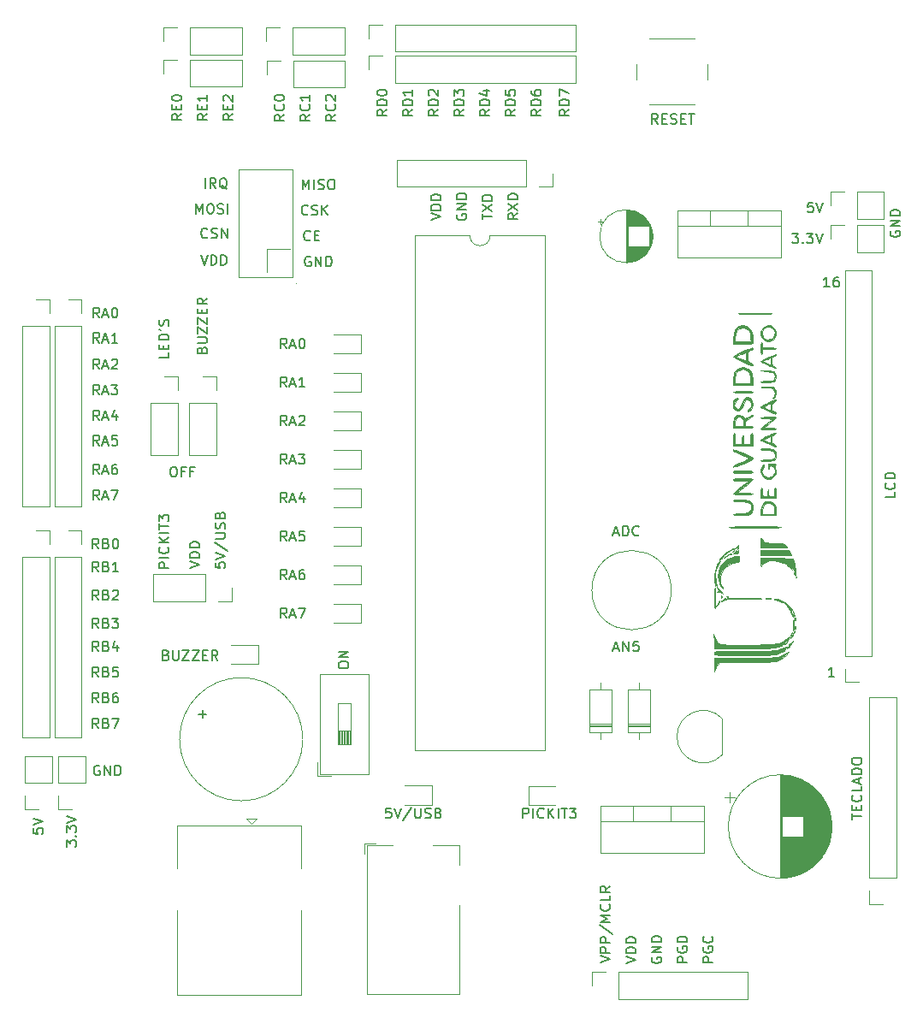
<source format=gto>
G04 #@! TF.GenerationSoftware,KiCad,Pcbnew,5.1.2-f72e74a~84~ubuntu19.04.1*
G04 #@! TF.CreationDate,2019-06-29T01:26:47-05:00*
G04 #@! TF.ProjectId,pic18,70696331-382e-46b6-9963-61645f706362,rev?*
G04 #@! TF.SameCoordinates,Original*
G04 #@! TF.FileFunction,Legend,Top*
G04 #@! TF.FilePolarity,Positive*
%FSLAX46Y46*%
G04 Gerber Fmt 4.6, Leading zero omitted, Abs format (unit mm)*
G04 Created by KiCad (PCBNEW 5.1.2-f72e74a~84~ubuntu19.04.1) date 2019-06-29 01:26:47*
%MOMM*%
%LPD*%
G04 APERTURE LIST*
%ADD10C,0.150000*%
%ADD11C,0.120000*%
%ADD12C,0.010000*%
G04 APERTURE END LIST*
D10*
X158781904Y-105576666D02*
X159258095Y-105576666D01*
X158686666Y-105862380D02*
X159020000Y-104862380D01*
X159353333Y-105862380D01*
X159686666Y-105862380D02*
X159686666Y-104862380D01*
X160258095Y-105862380D01*
X160258095Y-104862380D01*
X161210476Y-104862380D02*
X160734285Y-104862380D01*
X160686666Y-105338571D01*
X160734285Y-105290952D01*
X160829523Y-105243333D01*
X161067619Y-105243333D01*
X161162857Y-105290952D01*
X161210476Y-105338571D01*
X161258095Y-105433809D01*
X161258095Y-105671904D01*
X161210476Y-105767142D01*
X161162857Y-105814761D01*
X161067619Y-105862380D01*
X160829523Y-105862380D01*
X160734285Y-105814761D01*
X160686666Y-105767142D01*
X115125619Y-87590380D02*
X115316095Y-87590380D01*
X115411333Y-87638000D01*
X115506571Y-87733238D01*
X115554190Y-87923714D01*
X115554190Y-88257047D01*
X115506571Y-88447523D01*
X115411333Y-88542761D01*
X115316095Y-88590380D01*
X115125619Y-88590380D01*
X115030380Y-88542761D01*
X114935142Y-88447523D01*
X114887523Y-88257047D01*
X114887523Y-87923714D01*
X114935142Y-87733238D01*
X115030380Y-87638000D01*
X115125619Y-87590380D01*
X116316095Y-88066571D02*
X115982761Y-88066571D01*
X115982761Y-88590380D02*
X115982761Y-87590380D01*
X116458952Y-87590380D01*
X117173238Y-88066571D02*
X116839904Y-88066571D01*
X116839904Y-88590380D02*
X116839904Y-87590380D01*
X117316095Y-87590380D01*
X131532380Y-107299047D02*
X131532380Y-107108571D01*
X131580000Y-107013333D01*
X131675238Y-106918095D01*
X131865714Y-106870476D01*
X132199047Y-106870476D01*
X132389523Y-106918095D01*
X132484761Y-107013333D01*
X132532380Y-107108571D01*
X132532380Y-107299047D01*
X132484761Y-107394285D01*
X132389523Y-107489523D01*
X132199047Y-107537142D01*
X131865714Y-107537142D01*
X131675238Y-107489523D01*
X131580000Y-107394285D01*
X131532380Y-107299047D01*
X132532380Y-106441904D02*
X131532380Y-106441904D01*
X132532380Y-105870476D01*
X131532380Y-105870476D01*
X158781904Y-94146666D02*
X159258095Y-94146666D01*
X158686666Y-94432380D02*
X159020000Y-93432380D01*
X159353333Y-94432380D01*
X159686666Y-94432380D02*
X159686666Y-93432380D01*
X159924761Y-93432380D01*
X160067619Y-93480000D01*
X160162857Y-93575238D01*
X160210476Y-93670476D01*
X160258095Y-93860952D01*
X160258095Y-94003809D01*
X160210476Y-94194285D01*
X160162857Y-94289523D01*
X160067619Y-94384761D01*
X159924761Y-94432380D01*
X159686666Y-94432380D01*
X161258095Y-94337142D02*
X161210476Y-94384761D01*
X161067619Y-94432380D01*
X160972380Y-94432380D01*
X160829523Y-94384761D01*
X160734285Y-94289523D01*
X160686666Y-94194285D01*
X160639047Y-94003809D01*
X160639047Y-93860952D01*
X160686666Y-93670476D01*
X160734285Y-93575238D01*
X160829523Y-93480000D01*
X160972380Y-93432380D01*
X161067619Y-93432380D01*
X161210476Y-93480000D01*
X161258095Y-93527619D01*
X114482857Y-106218571D02*
X114625714Y-106266190D01*
X114673333Y-106313809D01*
X114720952Y-106409047D01*
X114720952Y-106551904D01*
X114673333Y-106647142D01*
X114625714Y-106694761D01*
X114530476Y-106742380D01*
X114149523Y-106742380D01*
X114149523Y-105742380D01*
X114482857Y-105742380D01*
X114578095Y-105790000D01*
X114625714Y-105837619D01*
X114673333Y-105932857D01*
X114673333Y-106028095D01*
X114625714Y-106123333D01*
X114578095Y-106170952D01*
X114482857Y-106218571D01*
X114149523Y-106218571D01*
X115149523Y-105742380D02*
X115149523Y-106551904D01*
X115197142Y-106647142D01*
X115244761Y-106694761D01*
X115340000Y-106742380D01*
X115530476Y-106742380D01*
X115625714Y-106694761D01*
X115673333Y-106647142D01*
X115720952Y-106551904D01*
X115720952Y-105742380D01*
X116101904Y-105742380D02*
X116768571Y-105742380D01*
X116101904Y-106742380D01*
X116768571Y-106742380D01*
X117054285Y-105742380D02*
X117720952Y-105742380D01*
X117054285Y-106742380D01*
X117720952Y-106742380D01*
X118101904Y-106218571D02*
X118435238Y-106218571D01*
X118578095Y-106742380D02*
X118101904Y-106742380D01*
X118101904Y-105742380D01*
X118578095Y-105742380D01*
X119578095Y-106742380D02*
X119244761Y-106266190D01*
X119006666Y-106742380D02*
X119006666Y-105742380D01*
X119387619Y-105742380D01*
X119482857Y-105790000D01*
X119530476Y-105837619D01*
X119578095Y-105932857D01*
X119578095Y-106075714D01*
X119530476Y-106170952D01*
X119482857Y-106218571D01*
X119387619Y-106266190D01*
X119006666Y-106266190D01*
X149804761Y-122372380D02*
X149804761Y-121372380D01*
X150185714Y-121372380D01*
X150280952Y-121420000D01*
X150328571Y-121467619D01*
X150376190Y-121562857D01*
X150376190Y-121705714D01*
X150328571Y-121800952D01*
X150280952Y-121848571D01*
X150185714Y-121896190D01*
X149804761Y-121896190D01*
X150804761Y-122372380D02*
X150804761Y-121372380D01*
X151852380Y-122277142D02*
X151804761Y-122324761D01*
X151661904Y-122372380D01*
X151566666Y-122372380D01*
X151423809Y-122324761D01*
X151328571Y-122229523D01*
X151280952Y-122134285D01*
X151233333Y-121943809D01*
X151233333Y-121800952D01*
X151280952Y-121610476D01*
X151328571Y-121515238D01*
X151423809Y-121420000D01*
X151566666Y-121372380D01*
X151661904Y-121372380D01*
X151804761Y-121420000D01*
X151852380Y-121467619D01*
X152280952Y-122372380D02*
X152280952Y-121372380D01*
X152852380Y-122372380D02*
X152423809Y-121800952D01*
X152852380Y-121372380D02*
X152280952Y-121943809D01*
X153280952Y-122372380D02*
X153280952Y-121372380D01*
X153614285Y-121372380D02*
X154185714Y-121372380D01*
X153900000Y-122372380D02*
X153900000Y-121372380D01*
X154423809Y-121372380D02*
X155042857Y-121372380D01*
X154709523Y-121753333D01*
X154852380Y-121753333D01*
X154947619Y-121800952D01*
X154995238Y-121848571D01*
X155042857Y-121943809D01*
X155042857Y-122181904D01*
X154995238Y-122277142D01*
X154947619Y-122324761D01*
X154852380Y-122372380D01*
X154566666Y-122372380D01*
X154471428Y-122324761D01*
X154423809Y-122277142D01*
X136723714Y-121372380D02*
X136247523Y-121372380D01*
X136199904Y-121848571D01*
X136247523Y-121800952D01*
X136342761Y-121753333D01*
X136580857Y-121753333D01*
X136676095Y-121800952D01*
X136723714Y-121848571D01*
X136771333Y-121943809D01*
X136771333Y-122181904D01*
X136723714Y-122277142D01*
X136676095Y-122324761D01*
X136580857Y-122372380D01*
X136342761Y-122372380D01*
X136247523Y-122324761D01*
X136199904Y-122277142D01*
X137057047Y-121372380D02*
X137390380Y-122372380D01*
X137723714Y-121372380D01*
X138771333Y-121324761D02*
X137914190Y-122610476D01*
X139104666Y-121372380D02*
X139104666Y-122181904D01*
X139152285Y-122277142D01*
X139199904Y-122324761D01*
X139295142Y-122372380D01*
X139485619Y-122372380D01*
X139580857Y-122324761D01*
X139628476Y-122277142D01*
X139676095Y-122181904D01*
X139676095Y-121372380D01*
X140104666Y-122324761D02*
X140247523Y-122372380D01*
X140485619Y-122372380D01*
X140580857Y-122324761D01*
X140628476Y-122277142D01*
X140676095Y-122181904D01*
X140676095Y-122086666D01*
X140628476Y-121991428D01*
X140580857Y-121943809D01*
X140485619Y-121896190D01*
X140295142Y-121848571D01*
X140199904Y-121800952D01*
X140152285Y-121753333D01*
X140104666Y-121658095D01*
X140104666Y-121562857D01*
X140152285Y-121467619D01*
X140199904Y-121420000D01*
X140295142Y-121372380D01*
X140533238Y-121372380D01*
X140676095Y-121420000D01*
X141438000Y-121848571D02*
X141580857Y-121896190D01*
X141628476Y-121943809D01*
X141676095Y-122039047D01*
X141676095Y-122181904D01*
X141628476Y-122277142D01*
X141580857Y-122324761D01*
X141485619Y-122372380D01*
X141104666Y-122372380D01*
X141104666Y-121372380D01*
X141438000Y-121372380D01*
X141533238Y-121420000D01*
X141580857Y-121467619D01*
X141628476Y-121562857D01*
X141628476Y-121658095D01*
X141580857Y-121753333D01*
X141533238Y-121800952D01*
X141438000Y-121848571D01*
X141104666Y-121848571D01*
X186190000Y-64261904D02*
X186142380Y-64357142D01*
X186142380Y-64500000D01*
X186190000Y-64642857D01*
X186285238Y-64738095D01*
X186380476Y-64785714D01*
X186570952Y-64833333D01*
X186713809Y-64833333D01*
X186904285Y-64785714D01*
X186999523Y-64738095D01*
X187094761Y-64642857D01*
X187142380Y-64500000D01*
X187142380Y-64404761D01*
X187094761Y-64261904D01*
X187047142Y-64214285D01*
X186713809Y-64214285D01*
X186713809Y-64404761D01*
X187142380Y-63785714D02*
X186142380Y-63785714D01*
X187142380Y-63214285D01*
X186142380Y-63214285D01*
X187142380Y-62738095D02*
X186142380Y-62738095D01*
X186142380Y-62500000D01*
X186190000Y-62357142D01*
X186285238Y-62261904D01*
X186380476Y-62214285D01*
X186570952Y-62166666D01*
X186713809Y-62166666D01*
X186904285Y-62214285D01*
X186999523Y-62261904D01*
X187094761Y-62357142D01*
X187142380Y-62500000D01*
X187142380Y-62738095D01*
X176450809Y-64476380D02*
X177069857Y-64476380D01*
X176736523Y-64857333D01*
X176879380Y-64857333D01*
X176974619Y-64904952D01*
X177022238Y-64952571D01*
X177069857Y-65047809D01*
X177069857Y-65285904D01*
X177022238Y-65381142D01*
X176974619Y-65428761D01*
X176879380Y-65476380D01*
X176593666Y-65476380D01*
X176498428Y-65428761D01*
X176450809Y-65381142D01*
X177498428Y-65381142D02*
X177546047Y-65428761D01*
X177498428Y-65476380D01*
X177450809Y-65428761D01*
X177498428Y-65381142D01*
X177498428Y-65476380D01*
X177879380Y-64476380D02*
X178498428Y-64476380D01*
X178165095Y-64857333D01*
X178307952Y-64857333D01*
X178403190Y-64904952D01*
X178450809Y-64952571D01*
X178498428Y-65047809D01*
X178498428Y-65285904D01*
X178450809Y-65381142D01*
X178403190Y-65428761D01*
X178307952Y-65476380D01*
X178022238Y-65476380D01*
X177927000Y-65428761D01*
X177879380Y-65381142D01*
X178784142Y-64476380D02*
X179117476Y-65476380D01*
X179450809Y-64476380D01*
X178498523Y-61428380D02*
X178022333Y-61428380D01*
X177974714Y-61904571D01*
X178022333Y-61856952D01*
X178117571Y-61809333D01*
X178355666Y-61809333D01*
X178450904Y-61856952D01*
X178498523Y-61904571D01*
X178546142Y-61999809D01*
X178546142Y-62237904D01*
X178498523Y-62333142D01*
X178450904Y-62380761D01*
X178355666Y-62428380D01*
X178117571Y-62428380D01*
X178022333Y-62380761D01*
X177974714Y-62333142D01*
X178831857Y-61428380D02*
X179165190Y-62428380D01*
X179498523Y-61428380D01*
X163139619Y-53665380D02*
X162806285Y-53189190D01*
X162568190Y-53665380D02*
X162568190Y-52665380D01*
X162949142Y-52665380D01*
X163044380Y-52713000D01*
X163092000Y-52760619D01*
X163139619Y-52855857D01*
X163139619Y-52998714D01*
X163092000Y-53093952D01*
X163044380Y-53141571D01*
X162949142Y-53189190D01*
X162568190Y-53189190D01*
X163568190Y-53141571D02*
X163901523Y-53141571D01*
X164044380Y-53665380D02*
X163568190Y-53665380D01*
X163568190Y-52665380D01*
X164044380Y-52665380D01*
X164425333Y-53617761D02*
X164568190Y-53665380D01*
X164806285Y-53665380D01*
X164901523Y-53617761D01*
X164949142Y-53570142D01*
X164996761Y-53474904D01*
X164996761Y-53379666D01*
X164949142Y-53284428D01*
X164901523Y-53236809D01*
X164806285Y-53189190D01*
X164615809Y-53141571D01*
X164520571Y-53093952D01*
X164472952Y-53046333D01*
X164425333Y-52951095D01*
X164425333Y-52855857D01*
X164472952Y-52760619D01*
X164520571Y-52713000D01*
X164615809Y-52665380D01*
X164853904Y-52665380D01*
X164996761Y-52713000D01*
X165425333Y-53141571D02*
X165758666Y-53141571D01*
X165901523Y-53665380D02*
X165425333Y-53665380D01*
X165425333Y-52665380D01*
X165901523Y-52665380D01*
X166187238Y-52665380D02*
X166758666Y-52665380D01*
X166472952Y-53665380D02*
X166472952Y-52665380D01*
X182332380Y-122475238D02*
X182332380Y-121903809D01*
X183332380Y-122189523D02*
X182332380Y-122189523D01*
X182808571Y-121570476D02*
X182808571Y-121237142D01*
X183332380Y-121094285D02*
X183332380Y-121570476D01*
X182332380Y-121570476D01*
X182332380Y-121094285D01*
X183237142Y-120094285D02*
X183284761Y-120141904D01*
X183332380Y-120284761D01*
X183332380Y-120380000D01*
X183284761Y-120522857D01*
X183189523Y-120618095D01*
X183094285Y-120665714D01*
X182903809Y-120713333D01*
X182760952Y-120713333D01*
X182570476Y-120665714D01*
X182475238Y-120618095D01*
X182380000Y-120522857D01*
X182332380Y-120380000D01*
X182332380Y-120284761D01*
X182380000Y-120141904D01*
X182427619Y-120094285D01*
X183332380Y-119189523D02*
X183332380Y-119665714D01*
X182332380Y-119665714D01*
X183046666Y-118903809D02*
X183046666Y-118427619D01*
X183332380Y-118999047D02*
X182332380Y-118665714D01*
X183332380Y-118332380D01*
X183332380Y-117999047D02*
X182332380Y-117999047D01*
X182332380Y-117760952D01*
X182380000Y-117618095D01*
X182475238Y-117522857D01*
X182570476Y-117475238D01*
X182760952Y-117427619D01*
X182903809Y-117427619D01*
X183094285Y-117475238D01*
X183189523Y-117522857D01*
X183284761Y-117618095D01*
X183332380Y-117760952D01*
X183332380Y-117999047D01*
X182332380Y-116808571D02*
X182332380Y-116618095D01*
X182380000Y-116522857D01*
X182475238Y-116427619D01*
X182665714Y-116380000D01*
X182999047Y-116380000D01*
X183189523Y-116427619D01*
X183284761Y-116522857D01*
X183332380Y-116618095D01*
X183332380Y-116808571D01*
X183284761Y-116903809D01*
X183189523Y-116999047D01*
X182999047Y-117046666D01*
X182665714Y-117046666D01*
X182475238Y-116999047D01*
X182380000Y-116903809D01*
X182332380Y-116808571D01*
X128778095Y-66810000D02*
X128682857Y-66762380D01*
X128540000Y-66762380D01*
X128397142Y-66810000D01*
X128301904Y-66905238D01*
X128254285Y-67000476D01*
X128206666Y-67190952D01*
X128206666Y-67333809D01*
X128254285Y-67524285D01*
X128301904Y-67619523D01*
X128397142Y-67714761D01*
X128540000Y-67762380D01*
X128635238Y-67762380D01*
X128778095Y-67714761D01*
X128825714Y-67667142D01*
X128825714Y-67333809D01*
X128635238Y-67333809D01*
X129254285Y-67762380D02*
X129254285Y-66762380D01*
X129825714Y-67762380D01*
X129825714Y-66762380D01*
X130301904Y-67762380D02*
X130301904Y-66762380D01*
X130540000Y-66762380D01*
X130682857Y-66810000D01*
X130778095Y-66905238D01*
X130825714Y-67000476D01*
X130873333Y-67190952D01*
X130873333Y-67333809D01*
X130825714Y-67524285D01*
X130778095Y-67619523D01*
X130682857Y-67714761D01*
X130540000Y-67762380D01*
X130301904Y-67762380D01*
X128737142Y-65127142D02*
X128689523Y-65174761D01*
X128546666Y-65222380D01*
X128451428Y-65222380D01*
X128308571Y-65174761D01*
X128213333Y-65079523D01*
X128165714Y-64984285D01*
X128118095Y-64793809D01*
X128118095Y-64650952D01*
X128165714Y-64460476D01*
X128213333Y-64365238D01*
X128308571Y-64270000D01*
X128451428Y-64222380D01*
X128546666Y-64222380D01*
X128689523Y-64270000D01*
X128737142Y-64317619D01*
X129165714Y-64698571D02*
X129499047Y-64698571D01*
X129641904Y-65222380D02*
X129165714Y-65222380D01*
X129165714Y-64222380D01*
X129641904Y-64222380D01*
X128513333Y-62587142D02*
X128465714Y-62634761D01*
X128322857Y-62682380D01*
X128227619Y-62682380D01*
X128084761Y-62634761D01*
X127989523Y-62539523D01*
X127941904Y-62444285D01*
X127894285Y-62253809D01*
X127894285Y-62110952D01*
X127941904Y-61920476D01*
X127989523Y-61825238D01*
X128084761Y-61730000D01*
X128227619Y-61682380D01*
X128322857Y-61682380D01*
X128465714Y-61730000D01*
X128513333Y-61777619D01*
X128894285Y-62634761D02*
X129037142Y-62682380D01*
X129275238Y-62682380D01*
X129370476Y-62634761D01*
X129418095Y-62587142D01*
X129465714Y-62491904D01*
X129465714Y-62396666D01*
X129418095Y-62301428D01*
X129370476Y-62253809D01*
X129275238Y-62206190D01*
X129084761Y-62158571D01*
X128989523Y-62110952D01*
X128941904Y-62063333D01*
X128894285Y-61968095D01*
X128894285Y-61872857D01*
X128941904Y-61777619D01*
X128989523Y-61730000D01*
X129084761Y-61682380D01*
X129322857Y-61682380D01*
X129465714Y-61730000D01*
X129894285Y-62682380D02*
X129894285Y-61682380D01*
X130465714Y-62682380D02*
X130037142Y-62110952D01*
X130465714Y-61682380D02*
X129894285Y-62253809D01*
X127968571Y-60142380D02*
X127968571Y-59142380D01*
X128301904Y-59856666D01*
X128635238Y-59142380D01*
X128635238Y-60142380D01*
X129111428Y-60142380D02*
X129111428Y-59142380D01*
X129540000Y-60094761D02*
X129682857Y-60142380D01*
X129920952Y-60142380D01*
X130016190Y-60094761D01*
X130063809Y-60047142D01*
X130111428Y-59951904D01*
X130111428Y-59856666D01*
X130063809Y-59761428D01*
X130016190Y-59713809D01*
X129920952Y-59666190D01*
X129730476Y-59618571D01*
X129635238Y-59570952D01*
X129587619Y-59523333D01*
X129540000Y-59428095D01*
X129540000Y-59332857D01*
X129587619Y-59237619D01*
X129635238Y-59190000D01*
X129730476Y-59142380D01*
X129968571Y-59142380D01*
X130111428Y-59190000D01*
X130730476Y-59142380D02*
X130920952Y-59142380D01*
X131016190Y-59190000D01*
X131111428Y-59285238D01*
X131159047Y-59475714D01*
X131159047Y-59809047D01*
X131111428Y-59999523D01*
X131016190Y-60094761D01*
X130920952Y-60142380D01*
X130730476Y-60142380D01*
X130635238Y-60094761D01*
X130540000Y-59999523D01*
X130492380Y-59809047D01*
X130492380Y-59475714D01*
X130540000Y-59285238D01*
X130635238Y-59190000D01*
X130730476Y-59142380D01*
X118356190Y-60015380D02*
X118356190Y-59015380D01*
X119403809Y-60015380D02*
X119070476Y-59539190D01*
X118832380Y-60015380D02*
X118832380Y-59015380D01*
X119213333Y-59015380D01*
X119308571Y-59063000D01*
X119356190Y-59110619D01*
X119403809Y-59205857D01*
X119403809Y-59348714D01*
X119356190Y-59443952D01*
X119308571Y-59491571D01*
X119213333Y-59539190D01*
X118832380Y-59539190D01*
X120499047Y-60110619D02*
X120403809Y-60063000D01*
X120308571Y-59967761D01*
X120165714Y-59824904D01*
X120070476Y-59777285D01*
X119975238Y-59777285D01*
X120022857Y-60015380D02*
X119927619Y-59967761D01*
X119832380Y-59872523D01*
X119784761Y-59682047D01*
X119784761Y-59348714D01*
X119832380Y-59158238D01*
X119927619Y-59063000D01*
X120022857Y-59015380D01*
X120213333Y-59015380D01*
X120308571Y-59063000D01*
X120403809Y-59158238D01*
X120451428Y-59348714D01*
X120451428Y-59682047D01*
X120403809Y-59872523D01*
X120308571Y-59967761D01*
X120213333Y-60015380D01*
X120022857Y-60015380D01*
X117427571Y-62555380D02*
X117427571Y-61555380D01*
X117760904Y-62269666D01*
X118094238Y-61555380D01*
X118094238Y-62555380D01*
X118760904Y-61555380D02*
X118951380Y-61555380D01*
X119046619Y-61603000D01*
X119141857Y-61698238D01*
X119189476Y-61888714D01*
X119189476Y-62222047D01*
X119141857Y-62412523D01*
X119046619Y-62507761D01*
X118951380Y-62555380D01*
X118760904Y-62555380D01*
X118665666Y-62507761D01*
X118570428Y-62412523D01*
X118522809Y-62222047D01*
X118522809Y-61888714D01*
X118570428Y-61698238D01*
X118665666Y-61603000D01*
X118760904Y-61555380D01*
X119570428Y-62507761D02*
X119713285Y-62555380D01*
X119951380Y-62555380D01*
X120046619Y-62507761D01*
X120094238Y-62460142D01*
X120141857Y-62364904D01*
X120141857Y-62269666D01*
X120094238Y-62174428D01*
X120046619Y-62126809D01*
X119951380Y-62079190D01*
X119760904Y-62031571D01*
X119665666Y-61983952D01*
X119618047Y-61936333D01*
X119570428Y-61841095D01*
X119570428Y-61745857D01*
X119618047Y-61650619D01*
X119665666Y-61603000D01*
X119760904Y-61555380D01*
X119999000Y-61555380D01*
X120141857Y-61603000D01*
X120570428Y-62555380D02*
X120570428Y-61555380D01*
X118562523Y-64873142D02*
X118514904Y-64920761D01*
X118372047Y-64968380D01*
X118276809Y-64968380D01*
X118133952Y-64920761D01*
X118038714Y-64825523D01*
X117991095Y-64730285D01*
X117943476Y-64539809D01*
X117943476Y-64396952D01*
X117991095Y-64206476D01*
X118038714Y-64111238D01*
X118133952Y-64016000D01*
X118276809Y-63968380D01*
X118372047Y-63968380D01*
X118514904Y-64016000D01*
X118562523Y-64063619D01*
X118943476Y-64920761D02*
X119086333Y-64968380D01*
X119324428Y-64968380D01*
X119419666Y-64920761D01*
X119467285Y-64873142D01*
X119514904Y-64777904D01*
X119514904Y-64682666D01*
X119467285Y-64587428D01*
X119419666Y-64539809D01*
X119324428Y-64492190D01*
X119133952Y-64444571D01*
X119038714Y-64396952D01*
X118991095Y-64349333D01*
X118943476Y-64254095D01*
X118943476Y-64158857D01*
X118991095Y-64063619D01*
X119038714Y-64016000D01*
X119133952Y-63968380D01*
X119372047Y-63968380D01*
X119514904Y-64016000D01*
X119943476Y-64968380D02*
X119943476Y-63968380D01*
X120514904Y-64968380D01*
X120514904Y-63968380D01*
X117919666Y-66635380D02*
X118253000Y-67635380D01*
X118586333Y-66635380D01*
X118919666Y-67635380D02*
X118919666Y-66635380D01*
X119157761Y-66635380D01*
X119300619Y-66683000D01*
X119395857Y-66778238D01*
X119443476Y-66873476D01*
X119491095Y-67063952D01*
X119491095Y-67206809D01*
X119443476Y-67397285D01*
X119395857Y-67492523D01*
X119300619Y-67587761D01*
X119157761Y-67635380D01*
X118919666Y-67635380D01*
X119919666Y-67635380D02*
X119919666Y-66635380D01*
X120157761Y-66635380D01*
X120300619Y-66683000D01*
X120395857Y-66778238D01*
X120443476Y-66873476D01*
X120491095Y-67063952D01*
X120491095Y-67206809D01*
X120443476Y-67397285D01*
X120395857Y-67492523D01*
X120300619Y-67587761D01*
X120157761Y-67635380D01*
X119919666Y-67635380D01*
X149296380Y-62515666D02*
X148820190Y-62849000D01*
X149296380Y-63087095D02*
X148296380Y-63087095D01*
X148296380Y-62706142D01*
X148344000Y-62610904D01*
X148391619Y-62563285D01*
X148486857Y-62515666D01*
X148629714Y-62515666D01*
X148724952Y-62563285D01*
X148772571Y-62610904D01*
X148820190Y-62706142D01*
X148820190Y-63087095D01*
X148296380Y-62182333D02*
X149296380Y-61515666D01*
X148296380Y-61515666D02*
X149296380Y-62182333D01*
X149296380Y-61134714D02*
X148296380Y-61134714D01*
X148296380Y-60896619D01*
X148344000Y-60753761D01*
X148439238Y-60658523D01*
X148534476Y-60610904D01*
X148724952Y-60563285D01*
X148867809Y-60563285D01*
X149058285Y-60610904D01*
X149153523Y-60658523D01*
X149248761Y-60753761D01*
X149296380Y-60896619D01*
X149296380Y-61134714D01*
X145756380Y-63110904D02*
X145756380Y-62539476D01*
X146756380Y-62825190D02*
X145756380Y-62825190D01*
X145756380Y-62301380D02*
X146756380Y-61634714D01*
X145756380Y-61634714D02*
X146756380Y-62301380D01*
X146756380Y-61253761D02*
X145756380Y-61253761D01*
X145756380Y-61015666D01*
X145804000Y-60872809D01*
X145899238Y-60777571D01*
X145994476Y-60729952D01*
X146184952Y-60682333D01*
X146327809Y-60682333D01*
X146518285Y-60729952D01*
X146613523Y-60777571D01*
X146708761Y-60872809D01*
X146756380Y-61015666D01*
X146756380Y-61253761D01*
X143264000Y-62610904D02*
X143216380Y-62706142D01*
X143216380Y-62849000D01*
X143264000Y-62991857D01*
X143359238Y-63087095D01*
X143454476Y-63134714D01*
X143644952Y-63182333D01*
X143787809Y-63182333D01*
X143978285Y-63134714D01*
X144073523Y-63087095D01*
X144168761Y-62991857D01*
X144216380Y-62849000D01*
X144216380Y-62753761D01*
X144168761Y-62610904D01*
X144121142Y-62563285D01*
X143787809Y-62563285D01*
X143787809Y-62753761D01*
X144216380Y-62134714D02*
X143216380Y-62134714D01*
X144216380Y-61563285D01*
X143216380Y-61563285D01*
X144216380Y-61087095D02*
X143216380Y-61087095D01*
X143216380Y-60849000D01*
X143264000Y-60706142D01*
X143359238Y-60610904D01*
X143454476Y-60563285D01*
X143644952Y-60515666D01*
X143787809Y-60515666D01*
X143978285Y-60563285D01*
X144073523Y-60610904D01*
X144168761Y-60706142D01*
X144216380Y-60849000D01*
X144216380Y-61087095D01*
X140676380Y-63182333D02*
X141676380Y-62849000D01*
X140676380Y-62515666D01*
X141676380Y-62182333D02*
X140676380Y-62182333D01*
X140676380Y-61944238D01*
X140724000Y-61801380D01*
X140819238Y-61706142D01*
X140914476Y-61658523D01*
X141104952Y-61610904D01*
X141247809Y-61610904D01*
X141438285Y-61658523D01*
X141533523Y-61706142D01*
X141628761Y-61801380D01*
X141676380Y-61944238D01*
X141676380Y-62182333D01*
X141676380Y-61182333D02*
X140676380Y-61182333D01*
X140676380Y-60944238D01*
X140724000Y-60801380D01*
X140819238Y-60706142D01*
X140914476Y-60658523D01*
X141104952Y-60610904D01*
X141247809Y-60610904D01*
X141438285Y-60658523D01*
X141533523Y-60706142D01*
X141628761Y-60801380D01*
X141676380Y-60944238D01*
X141676380Y-61182333D01*
X180625714Y-108402380D02*
X180054285Y-108402380D01*
X180340000Y-108402380D02*
X180340000Y-107402380D01*
X180244761Y-107545238D01*
X180149523Y-107640476D01*
X180054285Y-107688095D01*
X180149523Y-69794380D02*
X179578095Y-69794380D01*
X179863809Y-69794380D02*
X179863809Y-68794380D01*
X179768571Y-68937238D01*
X179673333Y-69032476D01*
X179578095Y-69080095D01*
X181006666Y-68794380D02*
X180816190Y-68794380D01*
X180720952Y-68842000D01*
X180673333Y-68889619D01*
X180578095Y-69032476D01*
X180530476Y-69222952D01*
X180530476Y-69603904D01*
X180578095Y-69699142D01*
X180625714Y-69746761D01*
X180720952Y-69794380D01*
X180911428Y-69794380D01*
X181006666Y-69746761D01*
X181054285Y-69699142D01*
X181101904Y-69603904D01*
X181101904Y-69365809D01*
X181054285Y-69270571D01*
X181006666Y-69222952D01*
X180911428Y-69175333D01*
X180720952Y-69175333D01*
X180625714Y-69222952D01*
X180578095Y-69270571D01*
X180530476Y-69365809D01*
X186634380Y-90098476D02*
X186634380Y-90574666D01*
X185634380Y-90574666D01*
X186539142Y-89193714D02*
X186586761Y-89241333D01*
X186634380Y-89384190D01*
X186634380Y-89479428D01*
X186586761Y-89622285D01*
X186491523Y-89717523D01*
X186396285Y-89765142D01*
X186205809Y-89812761D01*
X186062952Y-89812761D01*
X185872476Y-89765142D01*
X185777238Y-89717523D01*
X185682000Y-89622285D01*
X185634380Y-89479428D01*
X185634380Y-89384190D01*
X185682000Y-89241333D01*
X185729619Y-89193714D01*
X186634380Y-88765142D02*
X185634380Y-88765142D01*
X185634380Y-88527047D01*
X185682000Y-88384190D01*
X185777238Y-88288952D01*
X185872476Y-88241333D01*
X186062952Y-88193714D01*
X186205809Y-88193714D01*
X186396285Y-88241333D01*
X186491523Y-88288952D01*
X186586761Y-88384190D01*
X186634380Y-88527047D01*
X186634380Y-88765142D01*
X116022380Y-52669047D02*
X115546190Y-53002380D01*
X116022380Y-53240476D02*
X115022380Y-53240476D01*
X115022380Y-52859523D01*
X115070000Y-52764285D01*
X115117619Y-52716666D01*
X115212857Y-52669047D01*
X115355714Y-52669047D01*
X115450952Y-52716666D01*
X115498571Y-52764285D01*
X115546190Y-52859523D01*
X115546190Y-53240476D01*
X115498571Y-52240476D02*
X115498571Y-51907142D01*
X116022380Y-51764285D02*
X116022380Y-52240476D01*
X115022380Y-52240476D01*
X115022380Y-51764285D01*
X115022380Y-51145238D02*
X115022380Y-51050000D01*
X115070000Y-50954761D01*
X115117619Y-50907142D01*
X115212857Y-50859523D01*
X115403333Y-50811904D01*
X115641428Y-50811904D01*
X115831904Y-50859523D01*
X115927142Y-50907142D01*
X115974761Y-50954761D01*
X116022380Y-51050000D01*
X116022380Y-51145238D01*
X115974761Y-51240476D01*
X115927142Y-51288095D01*
X115831904Y-51335714D01*
X115641428Y-51383333D01*
X115403333Y-51383333D01*
X115212857Y-51335714D01*
X115117619Y-51288095D01*
X115070000Y-51240476D01*
X115022380Y-51145238D01*
X118562380Y-52669047D02*
X118086190Y-53002380D01*
X118562380Y-53240476D02*
X117562380Y-53240476D01*
X117562380Y-52859523D01*
X117610000Y-52764285D01*
X117657619Y-52716666D01*
X117752857Y-52669047D01*
X117895714Y-52669047D01*
X117990952Y-52716666D01*
X118038571Y-52764285D01*
X118086190Y-52859523D01*
X118086190Y-53240476D01*
X118038571Y-52240476D02*
X118038571Y-51907142D01*
X118562380Y-51764285D02*
X118562380Y-52240476D01*
X117562380Y-52240476D01*
X117562380Y-51764285D01*
X118562380Y-50811904D02*
X118562380Y-51383333D01*
X118562380Y-51097619D02*
X117562380Y-51097619D01*
X117705238Y-51192857D01*
X117800476Y-51288095D01*
X117848095Y-51383333D01*
X121102380Y-52669047D02*
X120626190Y-53002380D01*
X121102380Y-53240476D02*
X120102380Y-53240476D01*
X120102380Y-52859523D01*
X120150000Y-52764285D01*
X120197619Y-52716666D01*
X120292857Y-52669047D01*
X120435714Y-52669047D01*
X120530952Y-52716666D01*
X120578571Y-52764285D01*
X120626190Y-52859523D01*
X120626190Y-53240476D01*
X120578571Y-52240476D02*
X120578571Y-51907142D01*
X121102380Y-51764285D02*
X121102380Y-52240476D01*
X120102380Y-52240476D01*
X120102380Y-51764285D01*
X120197619Y-51383333D02*
X120150000Y-51335714D01*
X120102380Y-51240476D01*
X120102380Y-51002380D01*
X120150000Y-50907142D01*
X120197619Y-50859523D01*
X120292857Y-50811904D01*
X120388095Y-50811904D01*
X120530952Y-50859523D01*
X121102380Y-51430952D01*
X121102380Y-50811904D01*
X168600380Y-136643904D02*
X167600380Y-136643904D01*
X167600380Y-136262952D01*
X167648000Y-136167714D01*
X167695619Y-136120095D01*
X167790857Y-136072476D01*
X167933714Y-136072476D01*
X168028952Y-136120095D01*
X168076571Y-136167714D01*
X168124190Y-136262952D01*
X168124190Y-136643904D01*
X167648000Y-135120095D02*
X167600380Y-135215333D01*
X167600380Y-135358190D01*
X167648000Y-135501047D01*
X167743238Y-135596285D01*
X167838476Y-135643904D01*
X168028952Y-135691523D01*
X168171809Y-135691523D01*
X168362285Y-135643904D01*
X168457523Y-135596285D01*
X168552761Y-135501047D01*
X168600380Y-135358190D01*
X168600380Y-135262952D01*
X168552761Y-135120095D01*
X168505142Y-135072476D01*
X168171809Y-135072476D01*
X168171809Y-135262952D01*
X168505142Y-134072476D02*
X168552761Y-134120095D01*
X168600380Y-134262952D01*
X168600380Y-134358190D01*
X168552761Y-134501047D01*
X168457523Y-134596285D01*
X168362285Y-134643904D01*
X168171809Y-134691523D01*
X168028952Y-134691523D01*
X167838476Y-134643904D01*
X167743238Y-134596285D01*
X167648000Y-134501047D01*
X167600380Y-134358190D01*
X167600380Y-134262952D01*
X167648000Y-134120095D01*
X167695619Y-134072476D01*
X166060380Y-136643904D02*
X165060380Y-136643904D01*
X165060380Y-136262952D01*
X165108000Y-136167714D01*
X165155619Y-136120095D01*
X165250857Y-136072476D01*
X165393714Y-136072476D01*
X165488952Y-136120095D01*
X165536571Y-136167714D01*
X165584190Y-136262952D01*
X165584190Y-136643904D01*
X165108000Y-135120095D02*
X165060380Y-135215333D01*
X165060380Y-135358190D01*
X165108000Y-135501047D01*
X165203238Y-135596285D01*
X165298476Y-135643904D01*
X165488952Y-135691523D01*
X165631809Y-135691523D01*
X165822285Y-135643904D01*
X165917523Y-135596285D01*
X166012761Y-135501047D01*
X166060380Y-135358190D01*
X166060380Y-135262952D01*
X166012761Y-135120095D01*
X165965142Y-135072476D01*
X165631809Y-135072476D01*
X165631809Y-135262952D01*
X166060380Y-134643904D02*
X165060380Y-134643904D01*
X165060380Y-134405809D01*
X165108000Y-134262952D01*
X165203238Y-134167714D01*
X165298476Y-134120095D01*
X165488952Y-134072476D01*
X165631809Y-134072476D01*
X165822285Y-134120095D01*
X165917523Y-134167714D01*
X166012761Y-134262952D01*
X166060380Y-134405809D01*
X166060380Y-134643904D01*
X162568000Y-136143904D02*
X162520380Y-136239142D01*
X162520380Y-136382000D01*
X162568000Y-136524857D01*
X162663238Y-136620095D01*
X162758476Y-136667714D01*
X162948952Y-136715333D01*
X163091809Y-136715333D01*
X163282285Y-136667714D01*
X163377523Y-136620095D01*
X163472761Y-136524857D01*
X163520380Y-136382000D01*
X163520380Y-136286761D01*
X163472761Y-136143904D01*
X163425142Y-136096285D01*
X163091809Y-136096285D01*
X163091809Y-136286761D01*
X163520380Y-135667714D02*
X162520380Y-135667714D01*
X163520380Y-135096285D01*
X162520380Y-135096285D01*
X163520380Y-134620095D02*
X162520380Y-134620095D01*
X162520380Y-134382000D01*
X162568000Y-134239142D01*
X162663238Y-134143904D01*
X162758476Y-134096285D01*
X162948952Y-134048666D01*
X163091809Y-134048666D01*
X163282285Y-134096285D01*
X163377523Y-134143904D01*
X163472761Y-134239142D01*
X163520380Y-134382000D01*
X163520380Y-134620095D01*
X159980380Y-136715333D02*
X160980380Y-136382000D01*
X159980380Y-136048666D01*
X160980380Y-135715333D02*
X159980380Y-135715333D01*
X159980380Y-135477238D01*
X160028000Y-135334380D01*
X160123238Y-135239142D01*
X160218476Y-135191523D01*
X160408952Y-135143904D01*
X160551809Y-135143904D01*
X160742285Y-135191523D01*
X160837523Y-135239142D01*
X160932761Y-135334380D01*
X160980380Y-135477238D01*
X160980380Y-135715333D01*
X160980380Y-134715333D02*
X159980380Y-134715333D01*
X159980380Y-134477238D01*
X160028000Y-134334380D01*
X160123238Y-134239142D01*
X160218476Y-134191523D01*
X160408952Y-134143904D01*
X160551809Y-134143904D01*
X160742285Y-134191523D01*
X160837523Y-134239142D01*
X160932761Y-134334380D01*
X160980380Y-134477238D01*
X160980380Y-134715333D01*
X157440380Y-136675333D02*
X158440380Y-136342000D01*
X157440380Y-136008666D01*
X158440380Y-135675333D02*
X157440380Y-135675333D01*
X157440380Y-135294380D01*
X157488000Y-135199142D01*
X157535619Y-135151523D01*
X157630857Y-135103904D01*
X157773714Y-135103904D01*
X157868952Y-135151523D01*
X157916571Y-135199142D01*
X157964190Y-135294380D01*
X157964190Y-135675333D01*
X158440380Y-134675333D02*
X157440380Y-134675333D01*
X157440380Y-134294380D01*
X157488000Y-134199142D01*
X157535619Y-134151523D01*
X157630857Y-134103904D01*
X157773714Y-134103904D01*
X157868952Y-134151523D01*
X157916571Y-134199142D01*
X157964190Y-134294380D01*
X157964190Y-134675333D01*
X157392761Y-132961047D02*
X158678476Y-133818190D01*
X158440380Y-132627714D02*
X157440380Y-132627714D01*
X158154666Y-132294380D01*
X157440380Y-131961047D01*
X158440380Y-131961047D01*
X158345142Y-130913428D02*
X158392761Y-130961047D01*
X158440380Y-131103904D01*
X158440380Y-131199142D01*
X158392761Y-131342000D01*
X158297523Y-131437238D01*
X158202285Y-131484857D01*
X158011809Y-131532476D01*
X157868952Y-131532476D01*
X157678476Y-131484857D01*
X157583238Y-131437238D01*
X157488000Y-131342000D01*
X157440380Y-131199142D01*
X157440380Y-131103904D01*
X157488000Y-130961047D01*
X157535619Y-130913428D01*
X158440380Y-130008666D02*
X158440380Y-130484857D01*
X157440380Y-130484857D01*
X158440380Y-129103904D02*
X157964190Y-129437238D01*
X158440380Y-129675333D02*
X157440380Y-129675333D01*
X157440380Y-129294380D01*
X157488000Y-129199142D01*
X157535619Y-129151523D01*
X157630857Y-129103904D01*
X157773714Y-129103904D01*
X157868952Y-129151523D01*
X157916571Y-129199142D01*
X157964190Y-129294380D01*
X157964190Y-129675333D01*
X154376380Y-52228666D02*
X153900190Y-52562000D01*
X154376380Y-52800095D02*
X153376380Y-52800095D01*
X153376380Y-52419142D01*
X153424000Y-52323904D01*
X153471619Y-52276285D01*
X153566857Y-52228666D01*
X153709714Y-52228666D01*
X153804952Y-52276285D01*
X153852571Y-52323904D01*
X153900190Y-52419142D01*
X153900190Y-52800095D01*
X154376380Y-51800095D02*
X153376380Y-51800095D01*
X153376380Y-51562000D01*
X153424000Y-51419142D01*
X153519238Y-51323904D01*
X153614476Y-51276285D01*
X153804952Y-51228666D01*
X153947809Y-51228666D01*
X154138285Y-51276285D01*
X154233523Y-51323904D01*
X154328761Y-51419142D01*
X154376380Y-51562000D01*
X154376380Y-51800095D01*
X153376380Y-50895333D02*
X153376380Y-50228666D01*
X154376380Y-50657238D01*
X151582380Y-52228666D02*
X151106190Y-52562000D01*
X151582380Y-52800095D02*
X150582380Y-52800095D01*
X150582380Y-52419142D01*
X150630000Y-52323904D01*
X150677619Y-52276285D01*
X150772857Y-52228666D01*
X150915714Y-52228666D01*
X151010952Y-52276285D01*
X151058571Y-52323904D01*
X151106190Y-52419142D01*
X151106190Y-52800095D01*
X151582380Y-51800095D02*
X150582380Y-51800095D01*
X150582380Y-51562000D01*
X150630000Y-51419142D01*
X150725238Y-51323904D01*
X150820476Y-51276285D01*
X151010952Y-51228666D01*
X151153809Y-51228666D01*
X151344285Y-51276285D01*
X151439523Y-51323904D01*
X151534761Y-51419142D01*
X151582380Y-51562000D01*
X151582380Y-51800095D01*
X150582380Y-50371523D02*
X150582380Y-50562000D01*
X150630000Y-50657238D01*
X150677619Y-50704857D01*
X150820476Y-50800095D01*
X151010952Y-50847714D01*
X151391904Y-50847714D01*
X151487142Y-50800095D01*
X151534761Y-50752476D01*
X151582380Y-50657238D01*
X151582380Y-50466761D01*
X151534761Y-50371523D01*
X151487142Y-50323904D01*
X151391904Y-50276285D01*
X151153809Y-50276285D01*
X151058571Y-50323904D01*
X151010952Y-50371523D01*
X150963333Y-50466761D01*
X150963333Y-50657238D01*
X151010952Y-50752476D01*
X151058571Y-50800095D01*
X151153809Y-50847714D01*
X149042380Y-52228666D02*
X148566190Y-52562000D01*
X149042380Y-52800095D02*
X148042380Y-52800095D01*
X148042380Y-52419142D01*
X148090000Y-52323904D01*
X148137619Y-52276285D01*
X148232857Y-52228666D01*
X148375714Y-52228666D01*
X148470952Y-52276285D01*
X148518571Y-52323904D01*
X148566190Y-52419142D01*
X148566190Y-52800095D01*
X149042380Y-51800095D02*
X148042380Y-51800095D01*
X148042380Y-51562000D01*
X148090000Y-51419142D01*
X148185238Y-51323904D01*
X148280476Y-51276285D01*
X148470952Y-51228666D01*
X148613809Y-51228666D01*
X148804285Y-51276285D01*
X148899523Y-51323904D01*
X148994761Y-51419142D01*
X149042380Y-51562000D01*
X149042380Y-51800095D01*
X148042380Y-50323904D02*
X148042380Y-50800095D01*
X148518571Y-50847714D01*
X148470952Y-50800095D01*
X148423333Y-50704857D01*
X148423333Y-50466761D01*
X148470952Y-50371523D01*
X148518571Y-50323904D01*
X148613809Y-50276285D01*
X148851904Y-50276285D01*
X148947142Y-50323904D01*
X148994761Y-50371523D01*
X149042380Y-50466761D01*
X149042380Y-50704857D01*
X148994761Y-50800095D01*
X148947142Y-50847714D01*
X146502380Y-52228666D02*
X146026190Y-52562000D01*
X146502380Y-52800095D02*
X145502380Y-52800095D01*
X145502380Y-52419142D01*
X145550000Y-52323904D01*
X145597619Y-52276285D01*
X145692857Y-52228666D01*
X145835714Y-52228666D01*
X145930952Y-52276285D01*
X145978571Y-52323904D01*
X146026190Y-52419142D01*
X146026190Y-52800095D01*
X146502380Y-51800095D02*
X145502380Y-51800095D01*
X145502380Y-51562000D01*
X145550000Y-51419142D01*
X145645238Y-51323904D01*
X145740476Y-51276285D01*
X145930952Y-51228666D01*
X146073809Y-51228666D01*
X146264285Y-51276285D01*
X146359523Y-51323904D01*
X146454761Y-51419142D01*
X146502380Y-51562000D01*
X146502380Y-51800095D01*
X145835714Y-50371523D02*
X146502380Y-50371523D01*
X145454761Y-50609619D02*
X146169047Y-50847714D01*
X146169047Y-50228666D01*
X143962380Y-52228666D02*
X143486190Y-52562000D01*
X143962380Y-52800095D02*
X142962380Y-52800095D01*
X142962380Y-52419142D01*
X143010000Y-52323904D01*
X143057619Y-52276285D01*
X143152857Y-52228666D01*
X143295714Y-52228666D01*
X143390952Y-52276285D01*
X143438571Y-52323904D01*
X143486190Y-52419142D01*
X143486190Y-52800095D01*
X143962380Y-51800095D02*
X142962380Y-51800095D01*
X142962380Y-51562000D01*
X143010000Y-51419142D01*
X143105238Y-51323904D01*
X143200476Y-51276285D01*
X143390952Y-51228666D01*
X143533809Y-51228666D01*
X143724285Y-51276285D01*
X143819523Y-51323904D01*
X143914761Y-51419142D01*
X143962380Y-51562000D01*
X143962380Y-51800095D01*
X142962380Y-50895333D02*
X142962380Y-50276285D01*
X143343333Y-50609619D01*
X143343333Y-50466761D01*
X143390952Y-50371523D01*
X143438571Y-50323904D01*
X143533809Y-50276285D01*
X143771904Y-50276285D01*
X143867142Y-50323904D01*
X143914761Y-50371523D01*
X143962380Y-50466761D01*
X143962380Y-50752476D01*
X143914761Y-50847714D01*
X143867142Y-50895333D01*
X141422380Y-52228666D02*
X140946190Y-52562000D01*
X141422380Y-52800095D02*
X140422380Y-52800095D01*
X140422380Y-52419142D01*
X140470000Y-52323904D01*
X140517619Y-52276285D01*
X140612857Y-52228666D01*
X140755714Y-52228666D01*
X140850952Y-52276285D01*
X140898571Y-52323904D01*
X140946190Y-52419142D01*
X140946190Y-52800095D01*
X141422380Y-51800095D02*
X140422380Y-51800095D01*
X140422380Y-51562000D01*
X140470000Y-51419142D01*
X140565238Y-51323904D01*
X140660476Y-51276285D01*
X140850952Y-51228666D01*
X140993809Y-51228666D01*
X141184285Y-51276285D01*
X141279523Y-51323904D01*
X141374761Y-51419142D01*
X141422380Y-51562000D01*
X141422380Y-51800095D01*
X140517619Y-50847714D02*
X140470000Y-50800095D01*
X140422380Y-50704857D01*
X140422380Y-50466761D01*
X140470000Y-50371523D01*
X140517619Y-50323904D01*
X140612857Y-50276285D01*
X140708095Y-50276285D01*
X140850952Y-50323904D01*
X141422380Y-50895333D01*
X141422380Y-50276285D01*
X138882380Y-52228666D02*
X138406190Y-52562000D01*
X138882380Y-52800095D02*
X137882380Y-52800095D01*
X137882380Y-52419142D01*
X137930000Y-52323904D01*
X137977619Y-52276285D01*
X138072857Y-52228666D01*
X138215714Y-52228666D01*
X138310952Y-52276285D01*
X138358571Y-52323904D01*
X138406190Y-52419142D01*
X138406190Y-52800095D01*
X138882380Y-51800095D02*
X137882380Y-51800095D01*
X137882380Y-51562000D01*
X137930000Y-51419142D01*
X138025238Y-51323904D01*
X138120476Y-51276285D01*
X138310952Y-51228666D01*
X138453809Y-51228666D01*
X138644285Y-51276285D01*
X138739523Y-51323904D01*
X138834761Y-51419142D01*
X138882380Y-51562000D01*
X138882380Y-51800095D01*
X138882380Y-50276285D02*
X138882380Y-50847714D01*
X138882380Y-50562000D02*
X137882380Y-50562000D01*
X138025238Y-50657238D01*
X138120476Y-50752476D01*
X138168095Y-50847714D01*
X136342380Y-52228666D02*
X135866190Y-52562000D01*
X136342380Y-52800095D02*
X135342380Y-52800095D01*
X135342380Y-52419142D01*
X135390000Y-52323904D01*
X135437619Y-52276285D01*
X135532857Y-52228666D01*
X135675714Y-52228666D01*
X135770952Y-52276285D01*
X135818571Y-52323904D01*
X135866190Y-52419142D01*
X135866190Y-52800095D01*
X136342380Y-51800095D02*
X135342380Y-51800095D01*
X135342380Y-51562000D01*
X135390000Y-51419142D01*
X135485238Y-51323904D01*
X135580476Y-51276285D01*
X135770952Y-51228666D01*
X135913809Y-51228666D01*
X136104285Y-51276285D01*
X136199523Y-51323904D01*
X136294761Y-51419142D01*
X136342380Y-51562000D01*
X136342380Y-51800095D01*
X135342380Y-50609619D02*
X135342380Y-50514380D01*
X135390000Y-50419142D01*
X135437619Y-50371523D01*
X135532857Y-50323904D01*
X135723333Y-50276285D01*
X135961428Y-50276285D01*
X136151904Y-50323904D01*
X136247142Y-50371523D01*
X136294761Y-50419142D01*
X136342380Y-50514380D01*
X136342380Y-50609619D01*
X136294761Y-50704857D01*
X136247142Y-50752476D01*
X136151904Y-50800095D01*
X135961428Y-50847714D01*
X135723333Y-50847714D01*
X135532857Y-50800095D01*
X135437619Y-50752476D01*
X135390000Y-50704857D01*
X135342380Y-50609619D01*
X107888095Y-117190000D02*
X107792857Y-117142380D01*
X107650000Y-117142380D01*
X107507142Y-117190000D01*
X107411904Y-117285238D01*
X107364285Y-117380476D01*
X107316666Y-117570952D01*
X107316666Y-117713809D01*
X107364285Y-117904285D01*
X107411904Y-117999523D01*
X107507142Y-118094761D01*
X107650000Y-118142380D01*
X107745238Y-118142380D01*
X107888095Y-118094761D01*
X107935714Y-118047142D01*
X107935714Y-117713809D01*
X107745238Y-117713809D01*
X108364285Y-118142380D02*
X108364285Y-117142380D01*
X108935714Y-118142380D01*
X108935714Y-117142380D01*
X109411904Y-118142380D02*
X109411904Y-117142380D01*
X109650000Y-117142380D01*
X109792857Y-117190000D01*
X109888095Y-117285238D01*
X109935714Y-117380476D01*
X109983333Y-117570952D01*
X109983333Y-117713809D01*
X109935714Y-117904285D01*
X109888095Y-117999523D01*
X109792857Y-118094761D01*
X109650000Y-118142380D01*
X109411904Y-118142380D01*
X104608380Y-125174190D02*
X104608380Y-124555142D01*
X104989333Y-124888476D01*
X104989333Y-124745619D01*
X105036952Y-124650380D01*
X105084571Y-124602761D01*
X105179809Y-124555142D01*
X105417904Y-124555142D01*
X105513142Y-124602761D01*
X105560761Y-124650380D01*
X105608380Y-124745619D01*
X105608380Y-125031333D01*
X105560761Y-125126571D01*
X105513142Y-125174190D01*
X105513142Y-124126571D02*
X105560761Y-124078952D01*
X105608380Y-124126571D01*
X105560761Y-124174190D01*
X105513142Y-124126571D01*
X105608380Y-124126571D01*
X104608380Y-123745619D02*
X104608380Y-123126571D01*
X104989333Y-123459904D01*
X104989333Y-123317047D01*
X105036952Y-123221809D01*
X105084571Y-123174190D01*
X105179809Y-123126571D01*
X105417904Y-123126571D01*
X105513142Y-123174190D01*
X105560761Y-123221809D01*
X105608380Y-123317047D01*
X105608380Y-123602761D01*
X105560761Y-123698000D01*
X105513142Y-123745619D01*
X104608380Y-122840857D02*
X105608380Y-122507523D01*
X104608380Y-122174190D01*
X101306380Y-123380476D02*
X101306380Y-123856666D01*
X101782571Y-123904285D01*
X101734952Y-123856666D01*
X101687333Y-123761428D01*
X101687333Y-123523333D01*
X101734952Y-123428095D01*
X101782571Y-123380476D01*
X101877809Y-123332857D01*
X102115904Y-123332857D01*
X102211142Y-123380476D01*
X102258761Y-123428095D01*
X102306380Y-123523333D01*
X102306380Y-123761428D01*
X102258761Y-123856666D01*
X102211142Y-123904285D01*
X101306380Y-123047142D02*
X102306380Y-122713809D01*
X101306380Y-122380476D01*
X126182380Y-52736666D02*
X125706190Y-53070000D01*
X126182380Y-53308095D02*
X125182380Y-53308095D01*
X125182380Y-52927142D01*
X125230000Y-52831904D01*
X125277619Y-52784285D01*
X125372857Y-52736666D01*
X125515714Y-52736666D01*
X125610952Y-52784285D01*
X125658571Y-52831904D01*
X125706190Y-52927142D01*
X125706190Y-53308095D01*
X126087142Y-51736666D02*
X126134761Y-51784285D01*
X126182380Y-51927142D01*
X126182380Y-52022380D01*
X126134761Y-52165238D01*
X126039523Y-52260476D01*
X125944285Y-52308095D01*
X125753809Y-52355714D01*
X125610952Y-52355714D01*
X125420476Y-52308095D01*
X125325238Y-52260476D01*
X125230000Y-52165238D01*
X125182380Y-52022380D01*
X125182380Y-51927142D01*
X125230000Y-51784285D01*
X125277619Y-51736666D01*
X125182380Y-51117619D02*
X125182380Y-51022380D01*
X125230000Y-50927142D01*
X125277619Y-50879523D01*
X125372857Y-50831904D01*
X125563333Y-50784285D01*
X125801428Y-50784285D01*
X125991904Y-50831904D01*
X126087142Y-50879523D01*
X126134761Y-50927142D01*
X126182380Y-51022380D01*
X126182380Y-51117619D01*
X126134761Y-51212857D01*
X126087142Y-51260476D01*
X125991904Y-51308095D01*
X125801428Y-51355714D01*
X125563333Y-51355714D01*
X125372857Y-51308095D01*
X125277619Y-51260476D01*
X125230000Y-51212857D01*
X125182380Y-51117619D01*
X128722380Y-52736666D02*
X128246190Y-53070000D01*
X128722380Y-53308095D02*
X127722380Y-53308095D01*
X127722380Y-52927142D01*
X127770000Y-52831904D01*
X127817619Y-52784285D01*
X127912857Y-52736666D01*
X128055714Y-52736666D01*
X128150952Y-52784285D01*
X128198571Y-52831904D01*
X128246190Y-52927142D01*
X128246190Y-53308095D01*
X128627142Y-51736666D02*
X128674761Y-51784285D01*
X128722380Y-51927142D01*
X128722380Y-52022380D01*
X128674761Y-52165238D01*
X128579523Y-52260476D01*
X128484285Y-52308095D01*
X128293809Y-52355714D01*
X128150952Y-52355714D01*
X127960476Y-52308095D01*
X127865238Y-52260476D01*
X127770000Y-52165238D01*
X127722380Y-52022380D01*
X127722380Y-51927142D01*
X127770000Y-51784285D01*
X127817619Y-51736666D01*
X128722380Y-50784285D02*
X128722380Y-51355714D01*
X128722380Y-51070000D02*
X127722380Y-51070000D01*
X127865238Y-51165238D01*
X127960476Y-51260476D01*
X128008095Y-51355714D01*
X131262380Y-52736666D02*
X130786190Y-53070000D01*
X131262380Y-53308095D02*
X130262380Y-53308095D01*
X130262380Y-52927142D01*
X130310000Y-52831904D01*
X130357619Y-52784285D01*
X130452857Y-52736666D01*
X130595714Y-52736666D01*
X130690952Y-52784285D01*
X130738571Y-52831904D01*
X130786190Y-52927142D01*
X130786190Y-53308095D01*
X131167142Y-51736666D02*
X131214761Y-51784285D01*
X131262380Y-51927142D01*
X131262380Y-52022380D01*
X131214761Y-52165238D01*
X131119523Y-52260476D01*
X131024285Y-52308095D01*
X130833809Y-52355714D01*
X130690952Y-52355714D01*
X130500476Y-52308095D01*
X130405238Y-52260476D01*
X130310000Y-52165238D01*
X130262380Y-52022380D01*
X130262380Y-51927142D01*
X130310000Y-51784285D01*
X130357619Y-51736666D01*
X130357619Y-51355714D02*
X130310000Y-51308095D01*
X130262380Y-51212857D01*
X130262380Y-50974761D01*
X130310000Y-50879523D01*
X130357619Y-50831904D01*
X130452857Y-50784285D01*
X130548095Y-50784285D01*
X130690952Y-50831904D01*
X131262380Y-51403333D01*
X131262380Y-50784285D01*
X114752380Y-97591238D02*
X113752380Y-97591238D01*
X113752380Y-97210285D01*
X113800000Y-97115047D01*
X113847619Y-97067428D01*
X113942857Y-97019809D01*
X114085714Y-97019809D01*
X114180952Y-97067428D01*
X114228571Y-97115047D01*
X114276190Y-97210285D01*
X114276190Y-97591238D01*
X114752380Y-96591238D02*
X113752380Y-96591238D01*
X114657142Y-95543619D02*
X114704761Y-95591238D01*
X114752380Y-95734095D01*
X114752380Y-95829333D01*
X114704761Y-95972190D01*
X114609523Y-96067428D01*
X114514285Y-96115047D01*
X114323809Y-96162666D01*
X114180952Y-96162666D01*
X113990476Y-96115047D01*
X113895238Y-96067428D01*
X113800000Y-95972190D01*
X113752380Y-95829333D01*
X113752380Y-95734095D01*
X113800000Y-95591238D01*
X113847619Y-95543619D01*
X114752380Y-95115047D02*
X113752380Y-95115047D01*
X114752380Y-94543619D02*
X114180952Y-94972190D01*
X113752380Y-94543619D02*
X114323809Y-95115047D01*
X114752380Y-94115047D02*
X113752380Y-94115047D01*
X113752380Y-93781714D02*
X113752380Y-93210285D01*
X114752380Y-93496000D02*
X113752380Y-93496000D01*
X113752380Y-92972190D02*
X113752380Y-92353142D01*
X114133333Y-92686476D01*
X114133333Y-92543619D01*
X114180952Y-92448380D01*
X114228571Y-92400761D01*
X114323809Y-92353142D01*
X114561904Y-92353142D01*
X114657142Y-92400761D01*
X114704761Y-92448380D01*
X114752380Y-92543619D01*
X114752380Y-92829333D01*
X114704761Y-92924571D01*
X114657142Y-92972190D01*
X119340380Y-97083285D02*
X119340380Y-97559476D01*
X119816571Y-97607095D01*
X119768952Y-97559476D01*
X119721333Y-97464238D01*
X119721333Y-97226142D01*
X119768952Y-97130904D01*
X119816571Y-97083285D01*
X119911809Y-97035666D01*
X120149904Y-97035666D01*
X120245142Y-97083285D01*
X120292761Y-97130904D01*
X120340380Y-97226142D01*
X120340380Y-97464238D01*
X120292761Y-97559476D01*
X120245142Y-97607095D01*
X119340380Y-96749952D02*
X120340380Y-96416619D01*
X119340380Y-96083285D01*
X119292761Y-95035666D02*
X120578476Y-95892809D01*
X119340380Y-94702333D02*
X120149904Y-94702333D01*
X120245142Y-94654714D01*
X120292761Y-94607095D01*
X120340380Y-94511857D01*
X120340380Y-94321380D01*
X120292761Y-94226142D01*
X120245142Y-94178523D01*
X120149904Y-94130904D01*
X119340380Y-94130904D01*
X120292761Y-93702333D02*
X120340380Y-93559476D01*
X120340380Y-93321380D01*
X120292761Y-93226142D01*
X120245142Y-93178523D01*
X120149904Y-93130904D01*
X120054666Y-93130904D01*
X119959428Y-93178523D01*
X119911809Y-93226142D01*
X119864190Y-93321380D01*
X119816571Y-93511857D01*
X119768952Y-93607095D01*
X119721333Y-93654714D01*
X119626095Y-93702333D01*
X119530857Y-93702333D01*
X119435619Y-93654714D01*
X119388000Y-93607095D01*
X119340380Y-93511857D01*
X119340380Y-93273761D01*
X119388000Y-93130904D01*
X119816571Y-92369000D02*
X119864190Y-92226142D01*
X119911809Y-92178523D01*
X120007047Y-92130904D01*
X120149904Y-92130904D01*
X120245142Y-92178523D01*
X120292761Y-92226142D01*
X120340380Y-92321380D01*
X120340380Y-92702333D01*
X119340380Y-92702333D01*
X119340380Y-92369000D01*
X119388000Y-92273761D01*
X119435619Y-92226142D01*
X119530857Y-92178523D01*
X119626095Y-92178523D01*
X119721333Y-92226142D01*
X119768952Y-92273761D01*
X119816571Y-92369000D01*
X119816571Y-92702333D01*
X116800380Y-97599333D02*
X117800380Y-97266000D01*
X116800380Y-96932666D01*
X117800380Y-96599333D02*
X116800380Y-96599333D01*
X116800380Y-96361238D01*
X116848000Y-96218380D01*
X116943238Y-96123142D01*
X117038476Y-96075523D01*
X117228952Y-96027904D01*
X117371809Y-96027904D01*
X117562285Y-96075523D01*
X117657523Y-96123142D01*
X117752761Y-96218380D01*
X117800380Y-96361238D01*
X117800380Y-96599333D01*
X117800380Y-95599333D02*
X116800380Y-95599333D01*
X116800380Y-95361238D01*
X116848000Y-95218380D01*
X116943238Y-95123142D01*
X117038476Y-95075523D01*
X117228952Y-95027904D01*
X117371809Y-95027904D01*
X117562285Y-95075523D01*
X117657523Y-95123142D01*
X117752761Y-95218380D01*
X117800380Y-95361238D01*
X117800380Y-95599333D01*
X126404761Y-102560380D02*
X126071428Y-102084190D01*
X125833333Y-102560380D02*
X125833333Y-101560380D01*
X126214285Y-101560380D01*
X126309523Y-101608000D01*
X126357142Y-101655619D01*
X126404761Y-101750857D01*
X126404761Y-101893714D01*
X126357142Y-101988952D01*
X126309523Y-102036571D01*
X126214285Y-102084190D01*
X125833333Y-102084190D01*
X126785714Y-102274666D02*
X127261904Y-102274666D01*
X126690476Y-102560380D02*
X127023809Y-101560380D01*
X127357142Y-102560380D01*
X127595238Y-101560380D02*
X128261904Y-101560380D01*
X127833333Y-102560380D01*
X126404761Y-98750380D02*
X126071428Y-98274190D01*
X125833333Y-98750380D02*
X125833333Y-97750380D01*
X126214285Y-97750380D01*
X126309523Y-97798000D01*
X126357142Y-97845619D01*
X126404761Y-97940857D01*
X126404761Y-98083714D01*
X126357142Y-98178952D01*
X126309523Y-98226571D01*
X126214285Y-98274190D01*
X125833333Y-98274190D01*
X126785714Y-98464666D02*
X127261904Y-98464666D01*
X126690476Y-98750380D02*
X127023809Y-97750380D01*
X127357142Y-98750380D01*
X128119047Y-97750380D02*
X127928571Y-97750380D01*
X127833333Y-97798000D01*
X127785714Y-97845619D01*
X127690476Y-97988476D01*
X127642857Y-98178952D01*
X127642857Y-98559904D01*
X127690476Y-98655142D01*
X127738095Y-98702761D01*
X127833333Y-98750380D01*
X128023809Y-98750380D01*
X128119047Y-98702761D01*
X128166666Y-98655142D01*
X128214285Y-98559904D01*
X128214285Y-98321809D01*
X128166666Y-98226571D01*
X128119047Y-98178952D01*
X128023809Y-98131333D01*
X127833333Y-98131333D01*
X127738095Y-98178952D01*
X127690476Y-98226571D01*
X127642857Y-98321809D01*
X126404761Y-94940380D02*
X126071428Y-94464190D01*
X125833333Y-94940380D02*
X125833333Y-93940380D01*
X126214285Y-93940380D01*
X126309523Y-93988000D01*
X126357142Y-94035619D01*
X126404761Y-94130857D01*
X126404761Y-94273714D01*
X126357142Y-94368952D01*
X126309523Y-94416571D01*
X126214285Y-94464190D01*
X125833333Y-94464190D01*
X126785714Y-94654666D02*
X127261904Y-94654666D01*
X126690476Y-94940380D02*
X127023809Y-93940380D01*
X127357142Y-94940380D01*
X128166666Y-93940380D02*
X127690476Y-93940380D01*
X127642857Y-94416571D01*
X127690476Y-94368952D01*
X127785714Y-94321333D01*
X128023809Y-94321333D01*
X128119047Y-94368952D01*
X128166666Y-94416571D01*
X128214285Y-94511809D01*
X128214285Y-94749904D01*
X128166666Y-94845142D01*
X128119047Y-94892761D01*
X128023809Y-94940380D01*
X127785714Y-94940380D01*
X127690476Y-94892761D01*
X127642857Y-94845142D01*
X126404761Y-91130380D02*
X126071428Y-90654190D01*
X125833333Y-91130380D02*
X125833333Y-90130380D01*
X126214285Y-90130380D01*
X126309523Y-90178000D01*
X126357142Y-90225619D01*
X126404761Y-90320857D01*
X126404761Y-90463714D01*
X126357142Y-90558952D01*
X126309523Y-90606571D01*
X126214285Y-90654190D01*
X125833333Y-90654190D01*
X126785714Y-90844666D02*
X127261904Y-90844666D01*
X126690476Y-91130380D02*
X127023809Y-90130380D01*
X127357142Y-91130380D01*
X128119047Y-90463714D02*
X128119047Y-91130380D01*
X127880952Y-90082761D02*
X127642857Y-90797047D01*
X128261904Y-90797047D01*
X126404761Y-87320380D02*
X126071428Y-86844190D01*
X125833333Y-87320380D02*
X125833333Y-86320380D01*
X126214285Y-86320380D01*
X126309523Y-86368000D01*
X126357142Y-86415619D01*
X126404761Y-86510857D01*
X126404761Y-86653714D01*
X126357142Y-86748952D01*
X126309523Y-86796571D01*
X126214285Y-86844190D01*
X125833333Y-86844190D01*
X126785714Y-87034666D02*
X127261904Y-87034666D01*
X126690476Y-87320380D02*
X127023809Y-86320380D01*
X127357142Y-87320380D01*
X127595238Y-86320380D02*
X128214285Y-86320380D01*
X127880952Y-86701333D01*
X128023809Y-86701333D01*
X128119047Y-86748952D01*
X128166666Y-86796571D01*
X128214285Y-86891809D01*
X128214285Y-87129904D01*
X128166666Y-87225142D01*
X128119047Y-87272761D01*
X128023809Y-87320380D01*
X127738095Y-87320380D01*
X127642857Y-87272761D01*
X127595238Y-87225142D01*
X126404761Y-83510380D02*
X126071428Y-83034190D01*
X125833333Y-83510380D02*
X125833333Y-82510380D01*
X126214285Y-82510380D01*
X126309523Y-82558000D01*
X126357142Y-82605619D01*
X126404761Y-82700857D01*
X126404761Y-82843714D01*
X126357142Y-82938952D01*
X126309523Y-82986571D01*
X126214285Y-83034190D01*
X125833333Y-83034190D01*
X126785714Y-83224666D02*
X127261904Y-83224666D01*
X126690476Y-83510380D02*
X127023809Y-82510380D01*
X127357142Y-83510380D01*
X127642857Y-82605619D02*
X127690476Y-82558000D01*
X127785714Y-82510380D01*
X128023809Y-82510380D01*
X128119047Y-82558000D01*
X128166666Y-82605619D01*
X128214285Y-82700857D01*
X128214285Y-82796095D01*
X128166666Y-82938952D01*
X127595238Y-83510380D01*
X128214285Y-83510380D01*
X126404761Y-79700380D02*
X126071428Y-79224190D01*
X125833333Y-79700380D02*
X125833333Y-78700380D01*
X126214285Y-78700380D01*
X126309523Y-78748000D01*
X126357142Y-78795619D01*
X126404761Y-78890857D01*
X126404761Y-79033714D01*
X126357142Y-79128952D01*
X126309523Y-79176571D01*
X126214285Y-79224190D01*
X125833333Y-79224190D01*
X126785714Y-79414666D02*
X127261904Y-79414666D01*
X126690476Y-79700380D02*
X127023809Y-78700380D01*
X127357142Y-79700380D01*
X128214285Y-79700380D02*
X127642857Y-79700380D01*
X127928571Y-79700380D02*
X127928571Y-78700380D01*
X127833333Y-78843238D01*
X127738095Y-78938476D01*
X127642857Y-78986095D01*
X126404761Y-75890380D02*
X126071428Y-75414190D01*
X125833333Y-75890380D02*
X125833333Y-74890380D01*
X126214285Y-74890380D01*
X126309523Y-74938000D01*
X126357142Y-74985619D01*
X126404761Y-75080857D01*
X126404761Y-75223714D01*
X126357142Y-75318952D01*
X126309523Y-75366571D01*
X126214285Y-75414190D01*
X125833333Y-75414190D01*
X126785714Y-75604666D02*
X127261904Y-75604666D01*
X126690476Y-75890380D02*
X127023809Y-74890380D01*
X127357142Y-75890380D01*
X127880952Y-74890380D02*
X127976190Y-74890380D01*
X128071428Y-74938000D01*
X128119047Y-74985619D01*
X128166666Y-75080857D01*
X128214285Y-75271333D01*
X128214285Y-75509428D01*
X128166666Y-75699904D01*
X128119047Y-75795142D01*
X128071428Y-75842761D01*
X127976190Y-75890380D01*
X127880952Y-75890380D01*
X127785714Y-75842761D01*
X127738095Y-75795142D01*
X127690476Y-75699904D01*
X127642857Y-75509428D01*
X127642857Y-75271333D01*
X127690476Y-75080857D01*
X127738095Y-74985619D01*
X127785714Y-74938000D01*
X127880952Y-74890380D01*
X107791333Y-113482380D02*
X107458000Y-113006190D01*
X107219904Y-113482380D02*
X107219904Y-112482380D01*
X107600857Y-112482380D01*
X107696095Y-112530000D01*
X107743714Y-112577619D01*
X107791333Y-112672857D01*
X107791333Y-112815714D01*
X107743714Y-112910952D01*
X107696095Y-112958571D01*
X107600857Y-113006190D01*
X107219904Y-113006190D01*
X108553238Y-112958571D02*
X108696095Y-113006190D01*
X108743714Y-113053809D01*
X108791333Y-113149047D01*
X108791333Y-113291904D01*
X108743714Y-113387142D01*
X108696095Y-113434761D01*
X108600857Y-113482380D01*
X108219904Y-113482380D01*
X108219904Y-112482380D01*
X108553238Y-112482380D01*
X108648476Y-112530000D01*
X108696095Y-112577619D01*
X108743714Y-112672857D01*
X108743714Y-112768095D01*
X108696095Y-112863333D01*
X108648476Y-112910952D01*
X108553238Y-112958571D01*
X108219904Y-112958571D01*
X109124666Y-112482380D02*
X109791333Y-112482380D01*
X109362761Y-113482380D01*
X107791333Y-110942380D02*
X107458000Y-110466190D01*
X107219904Y-110942380D02*
X107219904Y-109942380D01*
X107600857Y-109942380D01*
X107696095Y-109990000D01*
X107743714Y-110037619D01*
X107791333Y-110132857D01*
X107791333Y-110275714D01*
X107743714Y-110370952D01*
X107696095Y-110418571D01*
X107600857Y-110466190D01*
X107219904Y-110466190D01*
X108553238Y-110418571D02*
X108696095Y-110466190D01*
X108743714Y-110513809D01*
X108791333Y-110609047D01*
X108791333Y-110751904D01*
X108743714Y-110847142D01*
X108696095Y-110894761D01*
X108600857Y-110942380D01*
X108219904Y-110942380D01*
X108219904Y-109942380D01*
X108553238Y-109942380D01*
X108648476Y-109990000D01*
X108696095Y-110037619D01*
X108743714Y-110132857D01*
X108743714Y-110228095D01*
X108696095Y-110323333D01*
X108648476Y-110370952D01*
X108553238Y-110418571D01*
X108219904Y-110418571D01*
X109648476Y-109942380D02*
X109458000Y-109942380D01*
X109362761Y-109990000D01*
X109315142Y-110037619D01*
X109219904Y-110180476D01*
X109172285Y-110370952D01*
X109172285Y-110751904D01*
X109219904Y-110847142D01*
X109267523Y-110894761D01*
X109362761Y-110942380D01*
X109553238Y-110942380D01*
X109648476Y-110894761D01*
X109696095Y-110847142D01*
X109743714Y-110751904D01*
X109743714Y-110513809D01*
X109696095Y-110418571D01*
X109648476Y-110370952D01*
X109553238Y-110323333D01*
X109362761Y-110323333D01*
X109267523Y-110370952D01*
X109219904Y-110418571D01*
X109172285Y-110513809D01*
X107791333Y-108402380D02*
X107458000Y-107926190D01*
X107219904Y-108402380D02*
X107219904Y-107402380D01*
X107600857Y-107402380D01*
X107696095Y-107450000D01*
X107743714Y-107497619D01*
X107791333Y-107592857D01*
X107791333Y-107735714D01*
X107743714Y-107830952D01*
X107696095Y-107878571D01*
X107600857Y-107926190D01*
X107219904Y-107926190D01*
X108553238Y-107878571D02*
X108696095Y-107926190D01*
X108743714Y-107973809D01*
X108791333Y-108069047D01*
X108791333Y-108211904D01*
X108743714Y-108307142D01*
X108696095Y-108354761D01*
X108600857Y-108402380D01*
X108219904Y-108402380D01*
X108219904Y-107402380D01*
X108553238Y-107402380D01*
X108648476Y-107450000D01*
X108696095Y-107497619D01*
X108743714Y-107592857D01*
X108743714Y-107688095D01*
X108696095Y-107783333D01*
X108648476Y-107830952D01*
X108553238Y-107878571D01*
X108219904Y-107878571D01*
X109696095Y-107402380D02*
X109219904Y-107402380D01*
X109172285Y-107878571D01*
X109219904Y-107830952D01*
X109315142Y-107783333D01*
X109553238Y-107783333D01*
X109648476Y-107830952D01*
X109696095Y-107878571D01*
X109743714Y-107973809D01*
X109743714Y-108211904D01*
X109696095Y-108307142D01*
X109648476Y-108354761D01*
X109553238Y-108402380D01*
X109315142Y-108402380D01*
X109219904Y-108354761D01*
X109172285Y-108307142D01*
X107791333Y-105862380D02*
X107458000Y-105386190D01*
X107219904Y-105862380D02*
X107219904Y-104862380D01*
X107600857Y-104862380D01*
X107696095Y-104910000D01*
X107743714Y-104957619D01*
X107791333Y-105052857D01*
X107791333Y-105195714D01*
X107743714Y-105290952D01*
X107696095Y-105338571D01*
X107600857Y-105386190D01*
X107219904Y-105386190D01*
X108553238Y-105338571D02*
X108696095Y-105386190D01*
X108743714Y-105433809D01*
X108791333Y-105529047D01*
X108791333Y-105671904D01*
X108743714Y-105767142D01*
X108696095Y-105814761D01*
X108600857Y-105862380D01*
X108219904Y-105862380D01*
X108219904Y-104862380D01*
X108553238Y-104862380D01*
X108648476Y-104910000D01*
X108696095Y-104957619D01*
X108743714Y-105052857D01*
X108743714Y-105148095D01*
X108696095Y-105243333D01*
X108648476Y-105290952D01*
X108553238Y-105338571D01*
X108219904Y-105338571D01*
X109648476Y-105195714D02*
X109648476Y-105862380D01*
X109410380Y-104814761D02*
X109172285Y-105529047D01*
X109791333Y-105529047D01*
X107791333Y-103576380D02*
X107458000Y-103100190D01*
X107219904Y-103576380D02*
X107219904Y-102576380D01*
X107600857Y-102576380D01*
X107696095Y-102624000D01*
X107743714Y-102671619D01*
X107791333Y-102766857D01*
X107791333Y-102909714D01*
X107743714Y-103004952D01*
X107696095Y-103052571D01*
X107600857Y-103100190D01*
X107219904Y-103100190D01*
X108553238Y-103052571D02*
X108696095Y-103100190D01*
X108743714Y-103147809D01*
X108791333Y-103243047D01*
X108791333Y-103385904D01*
X108743714Y-103481142D01*
X108696095Y-103528761D01*
X108600857Y-103576380D01*
X108219904Y-103576380D01*
X108219904Y-102576380D01*
X108553238Y-102576380D01*
X108648476Y-102624000D01*
X108696095Y-102671619D01*
X108743714Y-102766857D01*
X108743714Y-102862095D01*
X108696095Y-102957333D01*
X108648476Y-103004952D01*
X108553238Y-103052571D01*
X108219904Y-103052571D01*
X109124666Y-102576380D02*
X109743714Y-102576380D01*
X109410380Y-102957333D01*
X109553238Y-102957333D01*
X109648476Y-103004952D01*
X109696095Y-103052571D01*
X109743714Y-103147809D01*
X109743714Y-103385904D01*
X109696095Y-103481142D01*
X109648476Y-103528761D01*
X109553238Y-103576380D01*
X109267523Y-103576380D01*
X109172285Y-103528761D01*
X109124666Y-103481142D01*
X107791333Y-100782380D02*
X107458000Y-100306190D01*
X107219904Y-100782380D02*
X107219904Y-99782380D01*
X107600857Y-99782380D01*
X107696095Y-99830000D01*
X107743714Y-99877619D01*
X107791333Y-99972857D01*
X107791333Y-100115714D01*
X107743714Y-100210952D01*
X107696095Y-100258571D01*
X107600857Y-100306190D01*
X107219904Y-100306190D01*
X108553238Y-100258571D02*
X108696095Y-100306190D01*
X108743714Y-100353809D01*
X108791333Y-100449047D01*
X108791333Y-100591904D01*
X108743714Y-100687142D01*
X108696095Y-100734761D01*
X108600857Y-100782380D01*
X108219904Y-100782380D01*
X108219904Y-99782380D01*
X108553238Y-99782380D01*
X108648476Y-99830000D01*
X108696095Y-99877619D01*
X108743714Y-99972857D01*
X108743714Y-100068095D01*
X108696095Y-100163333D01*
X108648476Y-100210952D01*
X108553238Y-100258571D01*
X108219904Y-100258571D01*
X109172285Y-99877619D02*
X109219904Y-99830000D01*
X109315142Y-99782380D01*
X109553238Y-99782380D01*
X109648476Y-99830000D01*
X109696095Y-99877619D01*
X109743714Y-99972857D01*
X109743714Y-100068095D01*
X109696095Y-100210952D01*
X109124666Y-100782380D01*
X109743714Y-100782380D01*
X107791333Y-97988380D02*
X107458000Y-97512190D01*
X107219904Y-97988380D02*
X107219904Y-96988380D01*
X107600857Y-96988380D01*
X107696095Y-97036000D01*
X107743714Y-97083619D01*
X107791333Y-97178857D01*
X107791333Y-97321714D01*
X107743714Y-97416952D01*
X107696095Y-97464571D01*
X107600857Y-97512190D01*
X107219904Y-97512190D01*
X108553238Y-97464571D02*
X108696095Y-97512190D01*
X108743714Y-97559809D01*
X108791333Y-97655047D01*
X108791333Y-97797904D01*
X108743714Y-97893142D01*
X108696095Y-97940761D01*
X108600857Y-97988380D01*
X108219904Y-97988380D01*
X108219904Y-96988380D01*
X108553238Y-96988380D01*
X108648476Y-97036000D01*
X108696095Y-97083619D01*
X108743714Y-97178857D01*
X108743714Y-97274095D01*
X108696095Y-97369333D01*
X108648476Y-97416952D01*
X108553238Y-97464571D01*
X108219904Y-97464571D01*
X109743714Y-97988380D02*
X109172285Y-97988380D01*
X109458000Y-97988380D02*
X109458000Y-96988380D01*
X109362761Y-97131238D01*
X109267523Y-97226476D01*
X109172285Y-97274095D01*
X107791333Y-95702380D02*
X107458000Y-95226190D01*
X107219904Y-95702380D02*
X107219904Y-94702380D01*
X107600857Y-94702380D01*
X107696095Y-94750000D01*
X107743714Y-94797619D01*
X107791333Y-94892857D01*
X107791333Y-95035714D01*
X107743714Y-95130952D01*
X107696095Y-95178571D01*
X107600857Y-95226190D01*
X107219904Y-95226190D01*
X108553238Y-95178571D02*
X108696095Y-95226190D01*
X108743714Y-95273809D01*
X108791333Y-95369047D01*
X108791333Y-95511904D01*
X108743714Y-95607142D01*
X108696095Y-95654761D01*
X108600857Y-95702380D01*
X108219904Y-95702380D01*
X108219904Y-94702380D01*
X108553238Y-94702380D01*
X108648476Y-94750000D01*
X108696095Y-94797619D01*
X108743714Y-94892857D01*
X108743714Y-94988095D01*
X108696095Y-95083333D01*
X108648476Y-95130952D01*
X108553238Y-95178571D01*
X108219904Y-95178571D01*
X109410380Y-94702380D02*
X109505619Y-94702380D01*
X109600857Y-94750000D01*
X109648476Y-94797619D01*
X109696095Y-94892857D01*
X109743714Y-95083333D01*
X109743714Y-95321428D01*
X109696095Y-95511904D01*
X109648476Y-95607142D01*
X109600857Y-95654761D01*
X109505619Y-95702380D01*
X109410380Y-95702380D01*
X109315142Y-95654761D01*
X109267523Y-95607142D01*
X109219904Y-95511904D01*
X109172285Y-95321428D01*
X109172285Y-95083333D01*
X109219904Y-94892857D01*
X109267523Y-94797619D01*
X109315142Y-94750000D01*
X109410380Y-94702380D01*
X118038571Y-76017142D02*
X118086190Y-75874285D01*
X118133809Y-75826666D01*
X118229047Y-75779047D01*
X118371904Y-75779047D01*
X118467142Y-75826666D01*
X118514761Y-75874285D01*
X118562380Y-75969523D01*
X118562380Y-76350476D01*
X117562380Y-76350476D01*
X117562380Y-76017142D01*
X117610000Y-75921904D01*
X117657619Y-75874285D01*
X117752857Y-75826666D01*
X117848095Y-75826666D01*
X117943333Y-75874285D01*
X117990952Y-75921904D01*
X118038571Y-76017142D01*
X118038571Y-76350476D01*
X117562380Y-75350476D02*
X118371904Y-75350476D01*
X118467142Y-75302857D01*
X118514761Y-75255238D01*
X118562380Y-75160000D01*
X118562380Y-74969523D01*
X118514761Y-74874285D01*
X118467142Y-74826666D01*
X118371904Y-74779047D01*
X117562380Y-74779047D01*
X117562380Y-74398095D02*
X117562380Y-73731428D01*
X118562380Y-74398095D01*
X118562380Y-73731428D01*
X117562380Y-73445714D02*
X117562380Y-72779047D01*
X118562380Y-73445714D01*
X118562380Y-72779047D01*
X118038571Y-72398095D02*
X118038571Y-72064761D01*
X118562380Y-71921904D02*
X118562380Y-72398095D01*
X117562380Y-72398095D01*
X117562380Y-71921904D01*
X118562380Y-70921904D02*
X118086190Y-71255238D01*
X118562380Y-71493333D02*
X117562380Y-71493333D01*
X117562380Y-71112380D01*
X117610000Y-71017142D01*
X117657619Y-70969523D01*
X117752857Y-70921904D01*
X117895714Y-70921904D01*
X117990952Y-70969523D01*
X118038571Y-71017142D01*
X118086190Y-71112380D01*
X118086190Y-71493333D01*
X114752380Y-76287142D02*
X114752380Y-76763333D01*
X113752380Y-76763333D01*
X114228571Y-75953809D02*
X114228571Y-75620476D01*
X114752380Y-75477619D02*
X114752380Y-75953809D01*
X113752380Y-75953809D01*
X113752380Y-75477619D01*
X114752380Y-75049047D02*
X113752380Y-75049047D01*
X113752380Y-74810952D01*
X113800000Y-74668095D01*
X113895238Y-74572857D01*
X113990476Y-74525238D01*
X114180952Y-74477619D01*
X114323809Y-74477619D01*
X114514285Y-74525238D01*
X114609523Y-74572857D01*
X114704761Y-74668095D01*
X114752380Y-74810952D01*
X114752380Y-75049047D01*
X113752380Y-74001428D02*
X113942857Y-74096666D01*
X114704761Y-73620476D02*
X114752380Y-73477619D01*
X114752380Y-73239523D01*
X114704761Y-73144285D01*
X114657142Y-73096666D01*
X114561904Y-73049047D01*
X114466666Y-73049047D01*
X114371428Y-73096666D01*
X114323809Y-73144285D01*
X114276190Y-73239523D01*
X114228571Y-73430000D01*
X114180952Y-73525238D01*
X114133333Y-73572857D01*
X114038095Y-73620476D01*
X113942857Y-73620476D01*
X113847619Y-73572857D01*
X113800000Y-73525238D01*
X113752380Y-73430000D01*
X113752380Y-73191904D01*
X113800000Y-73049047D01*
X107862761Y-90876380D02*
X107529428Y-90400190D01*
X107291333Y-90876380D02*
X107291333Y-89876380D01*
X107672285Y-89876380D01*
X107767523Y-89924000D01*
X107815142Y-89971619D01*
X107862761Y-90066857D01*
X107862761Y-90209714D01*
X107815142Y-90304952D01*
X107767523Y-90352571D01*
X107672285Y-90400190D01*
X107291333Y-90400190D01*
X108243714Y-90590666D02*
X108719904Y-90590666D01*
X108148476Y-90876380D02*
X108481809Y-89876380D01*
X108815142Y-90876380D01*
X109053238Y-89876380D02*
X109719904Y-89876380D01*
X109291333Y-90876380D01*
X107862761Y-88336380D02*
X107529428Y-87860190D01*
X107291333Y-88336380D02*
X107291333Y-87336380D01*
X107672285Y-87336380D01*
X107767523Y-87384000D01*
X107815142Y-87431619D01*
X107862761Y-87526857D01*
X107862761Y-87669714D01*
X107815142Y-87764952D01*
X107767523Y-87812571D01*
X107672285Y-87860190D01*
X107291333Y-87860190D01*
X108243714Y-88050666D02*
X108719904Y-88050666D01*
X108148476Y-88336380D02*
X108481809Y-87336380D01*
X108815142Y-88336380D01*
X109577047Y-87336380D02*
X109386571Y-87336380D01*
X109291333Y-87384000D01*
X109243714Y-87431619D01*
X109148476Y-87574476D01*
X109100857Y-87764952D01*
X109100857Y-88145904D01*
X109148476Y-88241142D01*
X109196095Y-88288761D01*
X109291333Y-88336380D01*
X109481809Y-88336380D01*
X109577047Y-88288761D01*
X109624666Y-88241142D01*
X109672285Y-88145904D01*
X109672285Y-87907809D01*
X109624666Y-87812571D01*
X109577047Y-87764952D01*
X109481809Y-87717333D01*
X109291333Y-87717333D01*
X109196095Y-87764952D01*
X109148476Y-87812571D01*
X109100857Y-87907809D01*
X107862761Y-85479380D02*
X107529428Y-85003190D01*
X107291333Y-85479380D02*
X107291333Y-84479380D01*
X107672285Y-84479380D01*
X107767523Y-84527000D01*
X107815142Y-84574619D01*
X107862761Y-84669857D01*
X107862761Y-84812714D01*
X107815142Y-84907952D01*
X107767523Y-84955571D01*
X107672285Y-85003190D01*
X107291333Y-85003190D01*
X108243714Y-85193666D02*
X108719904Y-85193666D01*
X108148476Y-85479380D02*
X108481809Y-84479380D01*
X108815142Y-85479380D01*
X109624666Y-84479380D02*
X109148476Y-84479380D01*
X109100857Y-84955571D01*
X109148476Y-84907952D01*
X109243714Y-84860333D01*
X109481809Y-84860333D01*
X109577047Y-84907952D01*
X109624666Y-84955571D01*
X109672285Y-85050809D01*
X109672285Y-85288904D01*
X109624666Y-85384142D01*
X109577047Y-85431761D01*
X109481809Y-85479380D01*
X109243714Y-85479380D01*
X109148476Y-85431761D01*
X109100857Y-85384142D01*
X107862761Y-83002380D02*
X107529428Y-82526190D01*
X107291333Y-83002380D02*
X107291333Y-82002380D01*
X107672285Y-82002380D01*
X107767523Y-82050000D01*
X107815142Y-82097619D01*
X107862761Y-82192857D01*
X107862761Y-82335714D01*
X107815142Y-82430952D01*
X107767523Y-82478571D01*
X107672285Y-82526190D01*
X107291333Y-82526190D01*
X108243714Y-82716666D02*
X108719904Y-82716666D01*
X108148476Y-83002380D02*
X108481809Y-82002380D01*
X108815142Y-83002380D01*
X109577047Y-82335714D02*
X109577047Y-83002380D01*
X109338952Y-81954761D02*
X109100857Y-82669047D01*
X109719904Y-82669047D01*
X107862761Y-80462380D02*
X107529428Y-79986190D01*
X107291333Y-80462380D02*
X107291333Y-79462380D01*
X107672285Y-79462380D01*
X107767523Y-79510000D01*
X107815142Y-79557619D01*
X107862761Y-79652857D01*
X107862761Y-79795714D01*
X107815142Y-79890952D01*
X107767523Y-79938571D01*
X107672285Y-79986190D01*
X107291333Y-79986190D01*
X108243714Y-80176666D02*
X108719904Y-80176666D01*
X108148476Y-80462380D02*
X108481809Y-79462380D01*
X108815142Y-80462380D01*
X109053238Y-79462380D02*
X109672285Y-79462380D01*
X109338952Y-79843333D01*
X109481809Y-79843333D01*
X109577047Y-79890952D01*
X109624666Y-79938571D01*
X109672285Y-80033809D01*
X109672285Y-80271904D01*
X109624666Y-80367142D01*
X109577047Y-80414761D01*
X109481809Y-80462380D01*
X109196095Y-80462380D01*
X109100857Y-80414761D01*
X109053238Y-80367142D01*
X107862761Y-77922380D02*
X107529428Y-77446190D01*
X107291333Y-77922380D02*
X107291333Y-76922380D01*
X107672285Y-76922380D01*
X107767523Y-76970000D01*
X107815142Y-77017619D01*
X107862761Y-77112857D01*
X107862761Y-77255714D01*
X107815142Y-77350952D01*
X107767523Y-77398571D01*
X107672285Y-77446190D01*
X107291333Y-77446190D01*
X108243714Y-77636666D02*
X108719904Y-77636666D01*
X108148476Y-77922380D02*
X108481809Y-76922380D01*
X108815142Y-77922380D01*
X109100857Y-77017619D02*
X109148476Y-76970000D01*
X109243714Y-76922380D01*
X109481809Y-76922380D01*
X109577047Y-76970000D01*
X109624666Y-77017619D01*
X109672285Y-77112857D01*
X109672285Y-77208095D01*
X109624666Y-77350952D01*
X109053238Y-77922380D01*
X109672285Y-77922380D01*
X107862761Y-75319380D02*
X107529428Y-74843190D01*
X107291333Y-75319380D02*
X107291333Y-74319380D01*
X107672285Y-74319380D01*
X107767523Y-74367000D01*
X107815142Y-74414619D01*
X107862761Y-74509857D01*
X107862761Y-74652714D01*
X107815142Y-74747952D01*
X107767523Y-74795571D01*
X107672285Y-74843190D01*
X107291333Y-74843190D01*
X108243714Y-75033666D02*
X108719904Y-75033666D01*
X108148476Y-75319380D02*
X108481809Y-74319380D01*
X108815142Y-75319380D01*
X109672285Y-75319380D02*
X109100857Y-75319380D01*
X109386571Y-75319380D02*
X109386571Y-74319380D01*
X109291333Y-74462238D01*
X109196095Y-74557476D01*
X109100857Y-74605095D01*
X107862761Y-72842380D02*
X107529428Y-72366190D01*
X107291333Y-72842380D02*
X107291333Y-71842380D01*
X107672285Y-71842380D01*
X107767523Y-71890000D01*
X107815142Y-71937619D01*
X107862761Y-72032857D01*
X107862761Y-72175714D01*
X107815142Y-72270952D01*
X107767523Y-72318571D01*
X107672285Y-72366190D01*
X107291333Y-72366190D01*
X108243714Y-72556666D02*
X108719904Y-72556666D01*
X108148476Y-72842380D02*
X108481809Y-71842380D01*
X108815142Y-72842380D01*
X109338952Y-71842380D02*
X109434190Y-71842380D01*
X109529428Y-71890000D01*
X109577047Y-71937619D01*
X109624666Y-72032857D01*
X109672285Y-72223333D01*
X109672285Y-72461428D01*
X109624666Y-72651904D01*
X109577047Y-72747142D01*
X109529428Y-72794761D01*
X109434190Y-72842380D01*
X109338952Y-72842380D01*
X109243714Y-72794761D01*
X109196095Y-72747142D01*
X109148476Y-72651904D01*
X109100857Y-72461428D01*
X109100857Y-72223333D01*
X109148476Y-72032857D01*
X109196095Y-71937619D01*
X109243714Y-71890000D01*
X109338952Y-71842380D01*
D11*
X127000000Y-68834000D02*
X121666000Y-68834000D01*
X121666000Y-68834000D02*
X121666000Y-58166000D01*
X121666000Y-58166000D02*
X127000000Y-58166000D01*
X127000000Y-58166000D02*
X127000000Y-58166000D01*
X124460000Y-68326000D02*
X124460000Y-66040000D01*
X124460000Y-66040000D02*
X126746000Y-66040000D01*
X126746000Y-66040000D02*
X126746000Y-66040000D01*
X127330000Y-69410000D02*
X127330000Y-69410000D01*
X127000000Y-58166000D02*
X127000000Y-68834000D01*
X127000000Y-68834000D02*
X127000000Y-68834000D01*
D12*
G36*
X168744756Y-100230365D02*
G01*
X168753316Y-99901414D01*
X168766386Y-99676347D01*
X168782709Y-99584975D01*
X168786167Y-99585280D01*
X168810394Y-99689733D01*
X168829155Y-99921427D01*
X168842053Y-100238343D01*
X168848691Y-100598463D01*
X168848674Y-100959770D01*
X168841603Y-101280246D01*
X168827084Y-101517874D01*
X168805463Y-101629541D01*
X168782372Y-101587661D01*
X168762961Y-101404352D01*
X168749008Y-101107507D01*
X168742291Y-100725020D01*
X168741963Y-100633389D01*
X168744756Y-100230365D01*
X168744756Y-100230365D01*
G37*
X168744756Y-100230365D02*
X168753316Y-99901414D01*
X168766386Y-99676347D01*
X168782709Y-99584975D01*
X168786167Y-99585280D01*
X168810394Y-99689733D01*
X168829155Y-99921427D01*
X168842053Y-100238343D01*
X168848691Y-100598463D01*
X168848674Y-100959770D01*
X168841603Y-101280246D01*
X168827084Y-101517874D01*
X168805463Y-101629541D01*
X168782372Y-101587661D01*
X168762961Y-101404352D01*
X168749008Y-101107507D01*
X168742291Y-100725020D01*
X168741963Y-100633389D01*
X168744756Y-100230365D01*
G36*
X169037000Y-99906667D02*
G01*
X169079333Y-99949000D01*
X169037000Y-99991334D01*
X168994666Y-99949000D01*
X169037000Y-99906667D01*
X169037000Y-99906667D01*
G37*
X169037000Y-99906667D02*
X169079333Y-99949000D01*
X169037000Y-99991334D01*
X168994666Y-99949000D01*
X169037000Y-99906667D01*
G36*
X169206333Y-100838000D02*
G01*
X169248666Y-100880334D01*
X169206333Y-100922667D01*
X169164000Y-100880334D01*
X169206333Y-100838000D01*
X169206333Y-100838000D01*
G37*
X169206333Y-100838000D02*
X169248666Y-100880334D01*
X169206333Y-100922667D01*
X169164000Y-100880334D01*
X169206333Y-100838000D01*
G36*
X169028955Y-101197834D02*
G01*
X169179072Y-101037854D01*
X169244454Y-101014757D01*
X169248666Y-101036545D01*
X169191569Y-101105690D01*
X169058166Y-101227045D01*
X168867666Y-101388334D01*
X169028955Y-101197834D01*
X169028955Y-101197834D01*
G37*
X169028955Y-101197834D02*
X169179072Y-101037854D01*
X169244454Y-101014757D01*
X169248666Y-101036545D01*
X169191569Y-101105690D01*
X169058166Y-101227045D01*
X168867666Y-101388334D01*
X169028955Y-101197834D01*
G36*
X168764122Y-98346770D02*
G01*
X168802487Y-97939749D01*
X168864551Y-97580385D01*
X168943533Y-97302626D01*
X169032654Y-97140422D01*
X169086695Y-97112667D01*
X169139684Y-97064459D01*
X169130387Y-97042112D01*
X169156288Y-96980266D01*
X169210057Y-96971556D01*
X169318942Y-96975488D01*
X169330516Y-96978612D01*
X169280995Y-97040616D01*
X169165450Y-97180386D01*
X169162288Y-97184182D01*
X169032426Y-97396969D01*
X168920497Y-97672137D01*
X168902504Y-97733171D01*
X168856391Y-98035252D01*
X168844239Y-98419944D01*
X168863934Y-98815685D01*
X168913366Y-99150913D01*
X168947902Y-99271667D01*
X168977941Y-99375290D01*
X168933388Y-99332373D01*
X168926561Y-99322878D01*
X168854430Y-99258119D01*
X168811728Y-99348869D01*
X168808110Y-99365211D01*
X168791520Y-99359609D01*
X168775245Y-99212557D01*
X168761704Y-98951926D01*
X168756233Y-98767498D01*
X168764122Y-98346770D01*
X168764122Y-98346770D01*
G37*
X168764122Y-98346770D02*
X168802487Y-97939749D01*
X168864551Y-97580385D01*
X168943533Y-97302626D01*
X169032654Y-97140422D01*
X169086695Y-97112667D01*
X169139684Y-97064459D01*
X169130387Y-97042112D01*
X169156288Y-96980266D01*
X169210057Y-96971556D01*
X169318942Y-96975488D01*
X169330516Y-96978612D01*
X169280995Y-97040616D01*
X169165450Y-97180386D01*
X169162288Y-97184182D01*
X169032426Y-97396969D01*
X168920497Y-97672137D01*
X168902504Y-97733171D01*
X168856391Y-98035252D01*
X168844239Y-98419944D01*
X168863934Y-98815685D01*
X168913366Y-99150913D01*
X168947902Y-99271667D01*
X168977941Y-99375290D01*
X168933388Y-99332373D01*
X168926561Y-99322878D01*
X168854430Y-99258119D01*
X168811728Y-99348869D01*
X168808110Y-99365211D01*
X168791520Y-99359609D01*
X168775245Y-99212557D01*
X168761704Y-98951926D01*
X168756233Y-98767498D01*
X168764122Y-98346770D01*
G36*
X169379282Y-100408817D02*
G01*
X169448781Y-100334878D01*
X169473941Y-100421991D01*
X169474444Y-100453276D01*
X169437081Y-100538189D01*
X169402507Y-100532092D01*
X169368164Y-100433920D01*
X169379282Y-100408817D01*
X169379282Y-100408817D01*
G37*
X169379282Y-100408817D02*
X169448781Y-100334878D01*
X169473941Y-100421991D01*
X169474444Y-100453276D01*
X169437081Y-100538189D01*
X169402507Y-100532092D01*
X169368164Y-100433920D01*
X169379282Y-100408817D01*
G36*
X169011099Y-99483334D02*
G01*
X169219174Y-99712626D01*
X169398011Y-99919383D01*
X169528309Y-100079548D01*
X169590763Y-100169066D01*
X169566071Y-100163878D01*
X169536642Y-100138315D01*
X169363043Y-100007250D01*
X169237651Y-99960314D01*
X169214574Y-99968982D01*
X169170289Y-99976098D01*
X169174932Y-99949000D01*
X169156534Y-99818692D01*
X169085852Y-99652667D01*
X169016984Y-99515990D01*
X169010836Y-99483054D01*
X169011099Y-99483334D01*
X169011099Y-99483334D01*
G37*
X169011099Y-99483334D02*
X169219174Y-99712626D01*
X169398011Y-99919383D01*
X169528309Y-100079548D01*
X169590763Y-100169066D01*
X169566071Y-100163878D01*
X169536642Y-100138315D01*
X169363043Y-100007250D01*
X169237651Y-99960314D01*
X169214574Y-99968982D01*
X169170289Y-99976098D01*
X169174932Y-99949000D01*
X169156534Y-99818692D01*
X169085852Y-99652667D01*
X169016984Y-99515990D01*
X169010836Y-99483054D01*
X169011099Y-99483334D01*
G36*
X169706248Y-96533082D02*
G01*
X169791498Y-96442189D01*
X169840509Y-96460834D01*
X169841333Y-96472670D01*
X169781196Y-96544283D01*
X169743584Y-96570419D01*
X169685647Y-96580398D01*
X169706248Y-96533082D01*
X169706248Y-96533082D01*
G37*
X169706248Y-96533082D02*
X169791498Y-96442189D01*
X169840509Y-96460834D01*
X169841333Y-96472670D01*
X169781196Y-96544283D01*
X169743584Y-96570419D01*
X169685647Y-96580398D01*
X169706248Y-96533082D01*
G36*
X169416903Y-100859673D02*
G01*
X169484155Y-100818282D01*
X169612329Y-100720282D01*
X169636353Y-100661243D01*
X169671042Y-100628243D01*
X169760698Y-100620286D01*
X169906145Y-100652047D01*
X169896253Y-100721280D01*
X169777833Y-100776187D01*
X169568787Y-100840708D01*
X169460333Y-100876576D01*
X169366624Y-100901890D01*
X169416903Y-100859673D01*
X169416903Y-100859673D01*
G37*
X169416903Y-100859673D02*
X169484155Y-100818282D01*
X169612329Y-100720282D01*
X169636353Y-100661243D01*
X169671042Y-100628243D01*
X169760698Y-100620286D01*
X169906145Y-100652047D01*
X169896253Y-100721280D01*
X169777833Y-100776187D01*
X169568787Y-100840708D01*
X169460333Y-100876576D01*
X169366624Y-100901890D01*
X169416903Y-100859673D01*
G36*
X169897893Y-100367525D02*
G01*
X169963935Y-100382362D01*
X170083109Y-100450684D01*
X170063145Y-100494863D01*
X170015663Y-100499334D01*
X169900853Y-100437842D01*
X169884266Y-100415637D01*
X169897893Y-100367525D01*
X169897893Y-100367525D01*
G37*
X169897893Y-100367525D02*
X169963935Y-100382362D01*
X170083109Y-100450684D01*
X170063145Y-100494863D01*
X170015663Y-100499334D01*
X169900853Y-100437842D01*
X169884266Y-100415637D01*
X169897893Y-100367525D01*
G36*
X169977149Y-96351312D02*
G01*
X169988088Y-96340161D01*
X170099096Y-96273284D01*
X170139907Y-96282352D01*
X170114498Y-96345333D01*
X170035484Y-96387557D01*
X169936570Y-96413335D01*
X169977149Y-96351312D01*
X169977149Y-96351312D01*
G37*
X169977149Y-96351312D02*
X169988088Y-96340161D01*
X170099096Y-96273284D01*
X170139907Y-96282352D01*
X170114498Y-96345333D01*
X170035484Y-96387557D01*
X169936570Y-96413335D01*
X169977149Y-96351312D01*
G36*
X169257873Y-96733089D02*
G01*
X169336624Y-96621029D01*
X169632410Y-96295518D01*
X170006912Y-95992731D01*
X170158833Y-95895171D01*
X170265893Y-95842113D01*
X170255329Y-95874078D01*
X170144404Y-95973721D01*
X169950380Y-96123699D01*
X169881517Y-96173785D01*
X169674944Y-96341200D01*
X169545466Y-96483339D01*
X169521109Y-96547971D01*
X169510099Y-96640580D01*
X169500185Y-96644519D01*
X169460333Y-96604667D01*
X169418000Y-96647000D01*
X169442917Y-96671917D01*
X169396640Y-96694518D01*
X169287829Y-96774000D01*
X169218313Y-96814645D01*
X169257873Y-96733089D01*
X169257873Y-96733089D01*
G37*
X169257873Y-96733089D02*
X169336624Y-96621029D01*
X169632410Y-96295518D01*
X170006912Y-95992731D01*
X170158833Y-95895171D01*
X170265893Y-95842113D01*
X170255329Y-95874078D01*
X170144404Y-95973721D01*
X169950380Y-96123699D01*
X169881517Y-96173785D01*
X169674944Y-96341200D01*
X169545466Y-96483339D01*
X169521109Y-96547971D01*
X169510099Y-96640580D01*
X169500185Y-96644519D01*
X169460333Y-96604667D01*
X169418000Y-96647000D01*
X169442917Y-96671917D01*
X169396640Y-96694518D01*
X169287829Y-96774000D01*
X169218313Y-96814645D01*
X169257873Y-96733089D01*
G36*
X170391666Y-95758000D02*
G01*
X170434000Y-95800334D01*
X170391666Y-95842667D01*
X170349333Y-95800334D01*
X170391666Y-95758000D01*
X170391666Y-95758000D01*
G37*
X170391666Y-95758000D02*
X170434000Y-95800334D01*
X170391666Y-95842667D01*
X170349333Y-95800334D01*
X170391666Y-95758000D01*
G36*
X170292888Y-96209556D02*
G01*
X170393368Y-96199423D01*
X170405777Y-96209556D01*
X170394155Y-96259890D01*
X170349333Y-96266000D01*
X170279643Y-96235022D01*
X170292888Y-96209556D01*
X170292888Y-96209556D01*
G37*
X170292888Y-96209556D02*
X170393368Y-96199423D01*
X170405777Y-96209556D01*
X170394155Y-96259890D01*
X170349333Y-96266000D01*
X170279643Y-96235022D01*
X170292888Y-96209556D01*
G36*
X170546888Y-95701556D02*
G01*
X170647368Y-95691423D01*
X170659777Y-95701556D01*
X170648155Y-95751890D01*
X170603333Y-95758000D01*
X170533643Y-95727022D01*
X170546888Y-95701556D01*
X170546888Y-95701556D01*
G37*
X170546888Y-95701556D02*
X170647368Y-95691423D01*
X170659777Y-95701556D01*
X170648155Y-95751890D01*
X170603333Y-95758000D01*
X170533643Y-95727022D01*
X170546888Y-95701556D01*
G36*
X170552915Y-95940416D02*
G01*
X170638165Y-95849522D01*
X170687175Y-95868168D01*
X170688000Y-95880004D01*
X170627863Y-95951616D01*
X170590251Y-95977752D01*
X170532314Y-95987731D01*
X170552915Y-95940416D01*
X170552915Y-95940416D01*
G37*
X170552915Y-95940416D02*
X170638165Y-95849522D01*
X170687175Y-95868168D01*
X170688000Y-95880004D01*
X170627863Y-95951616D01*
X170590251Y-95977752D01*
X170532314Y-95987731D01*
X170552915Y-95940416D01*
G36*
X170806915Y-95601749D02*
G01*
X170892165Y-95510855D01*
X170941175Y-95529501D01*
X170942000Y-95541337D01*
X170881863Y-95612950D01*
X170844251Y-95639085D01*
X170786314Y-95649065D01*
X170806915Y-95601749D01*
X170806915Y-95601749D01*
G37*
X170806915Y-95601749D02*
X170892165Y-95510855D01*
X170941175Y-95529501D01*
X170942000Y-95541337D01*
X170881863Y-95612950D01*
X170844251Y-95639085D01*
X170786314Y-95649065D01*
X170806915Y-95601749D01*
G36*
X171005944Y-95546334D02*
G01*
X171047297Y-95387700D01*
X171078870Y-95334667D01*
X171103303Y-95407347D01*
X171111333Y-95546334D01*
X171086346Y-95705508D01*
X171038407Y-95758000D01*
X170997669Y-95687558D01*
X171005944Y-95546334D01*
X171005944Y-95546334D01*
G37*
X171005944Y-95546334D02*
X171047297Y-95387700D01*
X171078870Y-95334667D01*
X171103303Y-95407347D01*
X171111333Y-95546334D01*
X171086346Y-95705508D01*
X171038407Y-95758000D01*
X170997669Y-95687558D01*
X171005944Y-95546334D01*
G36*
X170654663Y-96109394D02*
G01*
X170794845Y-96001776D01*
X170809183Y-95898409D01*
X170813579Y-95795918D01*
X170842519Y-95799631D01*
X170909478Y-95929435D01*
X170910250Y-95934389D01*
X170942154Y-96072920D01*
X170989308Y-96047622D01*
X171026666Y-95969667D01*
X171082322Y-95855403D01*
X171101454Y-95900118D01*
X171105382Y-95990834D01*
X171087017Y-96116044D01*
X170990053Y-96167371D01*
X170793833Y-96172894D01*
X170611986Y-96160433D01*
X170590349Y-96134438D01*
X170654663Y-96109394D01*
X170654663Y-96109394D01*
G37*
X170654663Y-96109394D02*
X170794845Y-96001776D01*
X170809183Y-95898409D01*
X170813579Y-95795918D01*
X170842519Y-95799631D01*
X170909478Y-95929435D01*
X170910250Y-95934389D01*
X170942154Y-96072920D01*
X170989308Y-96047622D01*
X171026666Y-95969667D01*
X171082322Y-95855403D01*
X171101454Y-95900118D01*
X171105382Y-95990834D01*
X171087017Y-96116044D01*
X170990053Y-96167371D01*
X170793833Y-96172894D01*
X170611986Y-96160433D01*
X170590349Y-96134438D01*
X170654663Y-96109394D01*
G36*
X169154462Y-97967907D02*
G01*
X169342800Y-97478110D01*
X169650317Y-97055061D01*
X170060720Y-96725090D01*
X170557716Y-96514529D01*
X170793833Y-96467279D01*
X171196000Y-96412317D01*
X171196000Y-96720159D01*
X171183816Y-96923961D01*
X171116575Y-97009574D01*
X170948241Y-97027905D01*
X170917606Y-97028000D01*
X170563716Y-97094752D01*
X170180411Y-97273372D01*
X169826852Y-97531413D01*
X169638386Y-97729649D01*
X169443137Y-98091180D01*
X169341930Y-98529093D01*
X169341497Y-98978490D01*
X169448574Y-99374472D01*
X169464396Y-99406595D01*
X169550226Y-99583058D01*
X169554076Y-99634302D01*
X169478056Y-99582651D01*
X169374475Y-99440272D01*
X169259385Y-99200633D01*
X169200491Y-99042412D01*
X169101594Y-98498118D01*
X169154462Y-97967907D01*
X169154462Y-97967907D01*
G37*
X169154462Y-97967907D02*
X169342800Y-97478110D01*
X169650317Y-97055061D01*
X170060720Y-96725090D01*
X170557716Y-96514529D01*
X170793833Y-96467279D01*
X171196000Y-96412317D01*
X171196000Y-96720159D01*
X171183816Y-96923961D01*
X171116575Y-97009574D01*
X170948241Y-97027905D01*
X170917606Y-97028000D01*
X170563716Y-97094752D01*
X170180411Y-97273372D01*
X169826852Y-97531413D01*
X169638386Y-97729649D01*
X169443137Y-98091180D01*
X169341930Y-98529093D01*
X169341497Y-98978490D01*
X169448574Y-99374472D01*
X169464396Y-99406595D01*
X169550226Y-99583058D01*
X169554076Y-99634302D01*
X169478056Y-99582651D01*
X169374475Y-99440272D01*
X169259385Y-99200633D01*
X169200491Y-99042412D01*
X169101594Y-98498118D01*
X169154462Y-97967907D01*
G36*
X170640329Y-74399049D02*
G01*
X170758303Y-74046625D01*
X170967729Y-73804221D01*
X171172976Y-73688809D01*
X171566741Y-73602632D01*
X171924371Y-73672555D01*
X172220386Y-73885680D01*
X172429309Y-74229109D01*
X172468021Y-74344384D01*
X172519880Y-74604072D01*
X172545996Y-74896262D01*
X172544895Y-75162601D01*
X172515104Y-75344737D01*
X172494222Y-75381556D01*
X172391262Y-75404542D01*
X172339000Y-75408651D01*
X172339000Y-75184102D01*
X172323957Y-74866551D01*
X172312235Y-74613145D01*
X172303465Y-74413470D01*
X172302790Y-74396985D01*
X172216823Y-74168194D01*
X172010316Y-73974589D01*
X171732056Y-73852766D01*
X171546041Y-73829334D01*
X171206873Y-73902285D01*
X170956974Y-74110856D01*
X170809061Y-74439626D01*
X170772666Y-74767163D01*
X170772666Y-75184000D01*
X172339000Y-75184102D01*
X172339000Y-75408651D01*
X172156301Y-75423017D01*
X171826655Y-75434819D01*
X171520555Y-75438000D01*
X170603333Y-75438000D01*
X170603333Y-74883463D01*
X170640329Y-74399049D01*
X170640329Y-74399049D01*
G37*
X170640329Y-74399049D02*
X170758303Y-74046625D01*
X170967729Y-73804221D01*
X171172976Y-73688809D01*
X171566741Y-73602632D01*
X171924371Y-73672555D01*
X172220386Y-73885680D01*
X172429309Y-74229109D01*
X172468021Y-74344384D01*
X172519880Y-74604072D01*
X172545996Y-74896262D01*
X172544895Y-75162601D01*
X172515104Y-75344737D01*
X172494222Y-75381556D01*
X172391262Y-75404542D01*
X172339000Y-75408651D01*
X172339000Y-75184102D01*
X172323957Y-74866551D01*
X172312235Y-74613145D01*
X172303465Y-74413470D01*
X172302790Y-74396985D01*
X172216823Y-74168194D01*
X172010316Y-73974589D01*
X171732056Y-73852766D01*
X171546041Y-73829334D01*
X171206873Y-73902285D01*
X170956974Y-74110856D01*
X170809061Y-74439626D01*
X170772666Y-74767163D01*
X170772666Y-75184000D01*
X172339000Y-75184102D01*
X172339000Y-75408651D01*
X172156301Y-75423017D01*
X171826655Y-75434819D01*
X171520555Y-75438000D01*
X170603333Y-75438000D01*
X170603333Y-74883463D01*
X170640329Y-74399049D01*
G36*
X170675207Y-76610076D02*
G01*
X170866534Y-76499132D01*
X171140877Y-76356671D01*
X171461795Y-76199992D01*
X171792849Y-76046390D01*
X172097600Y-75913165D01*
X172339607Y-75817614D01*
X172482431Y-75777036D01*
X172489868Y-75776667D01*
X172562463Y-75815297D01*
X172521242Y-75903632D01*
X172395168Y-76000336D01*
X172305048Y-76040432D01*
X172131480Y-76133645D01*
X172051190Y-76292594D01*
X172029881Y-76438194D01*
X172012444Y-76815920D01*
X172053248Y-77065937D01*
X172163254Y-77223136D01*
X172301492Y-77302666D01*
X172475365Y-77400602D01*
X172552907Y-77494261D01*
X172512056Y-77550189D01*
X172467694Y-77554667D01*
X172331347Y-77520587D01*
X172093872Y-77429942D01*
X171792019Y-77300127D01*
X171783195Y-77296068D01*
X171783195Y-77046667D01*
X171837736Y-76970617D01*
X171869592Y-76776254D01*
X171873333Y-76665667D01*
X171851063Y-76399707D01*
X171785161Y-76292018D01*
X171767500Y-76289863D01*
X171634878Y-76325771D01*
X171409106Y-76412245D01*
X171243056Y-76484030D01*
X170824446Y-76673001D01*
X171258752Y-76859834D01*
X171514363Y-76963267D01*
X171711138Y-77031115D01*
X171783195Y-77046667D01*
X171783195Y-77296068D01*
X171462539Y-77148538D01*
X171142181Y-76992569D01*
X170867694Y-76849615D01*
X170675829Y-76737070D01*
X170603334Y-76672330D01*
X170603333Y-76672204D01*
X170675207Y-76610076D01*
X170675207Y-76610076D01*
G37*
X170675207Y-76610076D02*
X170866534Y-76499132D01*
X171140877Y-76356671D01*
X171461795Y-76199992D01*
X171792849Y-76046390D01*
X172097600Y-75913165D01*
X172339607Y-75817614D01*
X172482431Y-75777036D01*
X172489868Y-75776667D01*
X172562463Y-75815297D01*
X172521242Y-75903632D01*
X172395168Y-76000336D01*
X172305048Y-76040432D01*
X172131480Y-76133645D01*
X172051190Y-76292594D01*
X172029881Y-76438194D01*
X172012444Y-76815920D01*
X172053248Y-77065937D01*
X172163254Y-77223136D01*
X172301492Y-77302666D01*
X172475365Y-77400602D01*
X172552907Y-77494261D01*
X172512056Y-77550189D01*
X172467694Y-77554667D01*
X172331347Y-77520587D01*
X172093872Y-77429942D01*
X171792019Y-77300127D01*
X171783195Y-77296068D01*
X171783195Y-77046667D01*
X171837736Y-76970617D01*
X171869592Y-76776254D01*
X171873333Y-76665667D01*
X171851063Y-76399707D01*
X171785161Y-76292018D01*
X171767500Y-76289863D01*
X171634878Y-76325771D01*
X171409106Y-76412245D01*
X171243056Y-76484030D01*
X170824446Y-76673001D01*
X171258752Y-76859834D01*
X171514363Y-76963267D01*
X171711138Y-77031115D01*
X171783195Y-77046667D01*
X171783195Y-77296068D01*
X171462539Y-77148538D01*
X171142181Y-76992569D01*
X170867694Y-76849615D01*
X170675829Y-76737070D01*
X170603334Y-76672330D01*
X170603333Y-76672204D01*
X170675207Y-76610076D01*
G36*
X170617336Y-78858188D02*
G01*
X170639497Y-78522902D01*
X170676103Y-78306176D01*
X170744673Y-78157263D01*
X170862727Y-78025416D01*
X170924259Y-77969188D01*
X171263251Y-77769772D01*
X171639906Y-77728522D01*
X172026739Y-77847305D01*
X172100970Y-77889246D01*
X172339304Y-78121728D01*
X172486999Y-78478762D01*
X172548010Y-78971006D01*
X172550194Y-79099834D01*
X172550666Y-79502000D01*
X170772666Y-79502000D01*
X170772666Y-79332667D01*
X172285419Y-79332667D01*
X172317313Y-79099834D01*
X172315888Y-78651572D01*
X172173798Y-78291730D01*
X172032852Y-78126167D01*
X171773242Y-77941998D01*
X171514379Y-77906969D01*
X171206664Y-78014872D01*
X171194305Y-78021210D01*
X170964103Y-78183419D01*
X170832032Y-78402902D01*
X170777452Y-78722862D01*
X170772666Y-78903768D01*
X170772666Y-79332667D01*
X170772666Y-79502000D01*
X170584825Y-79502000D01*
X170617336Y-78858188D01*
X170617336Y-78858188D01*
G37*
X170617336Y-78858188D02*
X170639497Y-78522902D01*
X170676103Y-78306176D01*
X170744673Y-78157263D01*
X170862727Y-78025416D01*
X170924259Y-77969188D01*
X171263251Y-77769772D01*
X171639906Y-77728522D01*
X172026739Y-77847305D01*
X172100970Y-77889246D01*
X172339304Y-78121728D01*
X172486999Y-78478762D01*
X172548010Y-78971006D01*
X172550194Y-79099834D01*
X172550666Y-79502000D01*
X170772666Y-79502000D01*
X170772666Y-79332667D01*
X172285419Y-79332667D01*
X172317313Y-79099834D01*
X172315888Y-78651572D01*
X172173798Y-78291730D01*
X172032852Y-78126167D01*
X171773242Y-77941998D01*
X171514379Y-77906969D01*
X171206664Y-78014872D01*
X171194305Y-78021210D01*
X170964103Y-78183419D01*
X170832032Y-78402902D01*
X170777452Y-78722862D01*
X170772666Y-78903768D01*
X170772666Y-79332667D01*
X170772666Y-79502000D01*
X170584825Y-79502000D01*
X170617336Y-78858188D01*
G36*
X170684493Y-80141661D02*
G01*
X170914342Y-80113937D01*
X171272433Y-80097940D01*
X171577000Y-80094667D01*
X172010238Y-80101725D01*
X172329064Y-80121711D01*
X172513032Y-80152850D01*
X172550666Y-80179334D01*
X172469506Y-80217007D01*
X172239657Y-80244731D01*
X171881566Y-80260728D01*
X171577000Y-80264000D01*
X171143761Y-80256943D01*
X170824935Y-80236956D01*
X170640967Y-80205818D01*
X170603333Y-80179334D01*
X170684493Y-80141661D01*
X170684493Y-80141661D01*
G37*
X170684493Y-80141661D02*
X170914342Y-80113937D01*
X171272433Y-80097940D01*
X171577000Y-80094667D01*
X172010238Y-80101725D01*
X172329064Y-80121711D01*
X172513032Y-80152850D01*
X172550666Y-80179334D01*
X172469506Y-80217007D01*
X172239657Y-80244731D01*
X171881566Y-80260728D01*
X171577000Y-80264000D01*
X171143761Y-80256943D01*
X170824935Y-80236956D01*
X170640967Y-80205818D01*
X170603333Y-80179334D01*
X170684493Y-80141661D01*
G36*
X170633441Y-81112351D02*
G01*
X170794574Y-80885113D01*
X170874439Y-80825138D01*
X171022642Y-80764987D01*
X171066546Y-80813619D01*
X171002544Y-80943677D01*
X170904797Y-81055506D01*
X170733770Y-81266492D01*
X170702542Y-81449728D01*
X170803584Y-81660935D01*
X170819800Y-81684495D01*
X170985167Y-81844928D01*
X171139356Y-81836884D01*
X171283438Y-81660095D01*
X171333006Y-81555167D01*
X171512421Y-81153407D01*
X171660205Y-80890322D01*
X171797699Y-80743754D01*
X171946246Y-80691543D01*
X172127188Y-80711532D01*
X172142047Y-80715170D01*
X172360221Y-80847598D01*
X172497238Y-81083529D01*
X172545106Y-81373754D01*
X172495833Y-81669063D01*
X172341425Y-81920249D01*
X172338290Y-81923407D01*
X172175512Y-82050250D01*
X172050881Y-82086557D01*
X172037774Y-82081310D01*
X172030153Y-81993326D01*
X172146785Y-81844525D01*
X172165484Y-81826795D01*
X172336689Y-81583107D01*
X172380499Y-81319446D01*
X172294962Y-81085622D01*
X172198189Y-80991990D01*
X172011148Y-80913470D01*
X171849494Y-80972208D01*
X171698180Y-81179409D01*
X171576123Y-81455264D01*
X171422210Y-81788568D01*
X171262781Y-81974276D01*
X171073445Y-82033072D01*
X170919349Y-82012173D01*
X170711938Y-81884589D01*
X170593939Y-81660091D01*
X170567168Y-81386678D01*
X170633441Y-81112351D01*
X170633441Y-81112351D01*
G37*
X170633441Y-81112351D02*
X170794574Y-80885113D01*
X170874439Y-80825138D01*
X171022642Y-80764987D01*
X171066546Y-80813619D01*
X171002544Y-80943677D01*
X170904797Y-81055506D01*
X170733770Y-81266492D01*
X170702542Y-81449728D01*
X170803584Y-81660935D01*
X170819800Y-81684495D01*
X170985167Y-81844928D01*
X171139356Y-81836884D01*
X171283438Y-81660095D01*
X171333006Y-81555167D01*
X171512421Y-81153407D01*
X171660205Y-80890322D01*
X171797699Y-80743754D01*
X171946246Y-80691543D01*
X172127188Y-80711532D01*
X172142047Y-80715170D01*
X172360221Y-80847598D01*
X172497238Y-81083529D01*
X172545106Y-81373754D01*
X172495833Y-81669063D01*
X172341425Y-81920249D01*
X172338290Y-81923407D01*
X172175512Y-82050250D01*
X172050881Y-82086557D01*
X172037774Y-82081310D01*
X172030153Y-81993326D01*
X172146785Y-81844525D01*
X172165484Y-81826795D01*
X172336689Y-81583107D01*
X172380499Y-81319446D01*
X172294962Y-81085622D01*
X172198189Y-80991990D01*
X172011148Y-80913470D01*
X171849494Y-80972208D01*
X171698180Y-81179409D01*
X171576123Y-81455264D01*
X171422210Y-81788568D01*
X171262781Y-81974276D01*
X171073445Y-82033072D01*
X170919349Y-82012173D01*
X170711938Y-81884589D01*
X170593939Y-81660091D01*
X170567168Y-81386678D01*
X170633441Y-81112351D01*
G36*
X170638684Y-82891048D02*
G01*
X170752674Y-82632680D01*
X170957212Y-82496865D01*
X171196000Y-82465334D01*
X171469109Y-82502458D01*
X171637908Y-82627117D01*
X171649282Y-82642680D01*
X171773501Y-82820026D01*
X172162083Y-82592302D01*
X172407299Y-82467010D01*
X172527407Y-82442240D01*
X172521899Y-82503845D01*
X172390270Y-82637681D01*
X172169666Y-82804000D01*
X171935602Y-82984964D01*
X171820055Y-83139257D01*
X171788672Y-83313047D01*
X171788666Y-83316068D01*
X171800066Y-83469781D01*
X171864881Y-83542588D01*
X172029039Y-83564614D01*
X172169666Y-83566000D01*
X172396886Y-83582817D01*
X172533184Y-83625364D01*
X172550666Y-83650667D01*
X172469506Y-83688340D01*
X172239657Y-83716064D01*
X171881566Y-83732061D01*
X171577000Y-83735334D01*
X170772666Y-83735334D01*
X170772666Y-83566000D01*
X171619333Y-83566000D01*
X171619333Y-83255167D01*
X171581935Y-83002988D01*
X171490740Y-82803291D01*
X171479211Y-82789501D01*
X171270704Y-82648325D01*
X171066557Y-82655551D01*
X170896939Y-82792227D01*
X170792016Y-83039400D01*
X170772666Y-83233381D01*
X170772666Y-83566000D01*
X170772666Y-83735334D01*
X170603333Y-83735334D01*
X170603333Y-83288506D01*
X170638684Y-82891048D01*
X170638684Y-82891048D01*
G37*
X170638684Y-82891048D02*
X170752674Y-82632680D01*
X170957212Y-82496865D01*
X171196000Y-82465334D01*
X171469109Y-82502458D01*
X171637908Y-82627117D01*
X171649282Y-82642680D01*
X171773501Y-82820026D01*
X172162083Y-82592302D01*
X172407299Y-82467010D01*
X172527407Y-82442240D01*
X172521899Y-82503845D01*
X172390270Y-82637681D01*
X172169666Y-82804000D01*
X171935602Y-82984964D01*
X171820055Y-83139257D01*
X171788672Y-83313047D01*
X171788666Y-83316068D01*
X171800066Y-83469781D01*
X171864881Y-83542588D01*
X172029039Y-83564614D01*
X172169666Y-83566000D01*
X172396886Y-83582817D01*
X172533184Y-83625364D01*
X172550666Y-83650667D01*
X172469506Y-83688340D01*
X172239657Y-83716064D01*
X171881566Y-83732061D01*
X171577000Y-83735334D01*
X170772666Y-83735334D01*
X170772666Y-83566000D01*
X171619333Y-83566000D01*
X171619333Y-83255167D01*
X171581935Y-83002988D01*
X171490740Y-82803291D01*
X171479211Y-82789501D01*
X171270704Y-82648325D01*
X171066557Y-82655551D01*
X170896939Y-82792227D01*
X170792016Y-83039400D01*
X170772666Y-83233381D01*
X170772666Y-83566000D01*
X170772666Y-83735334D01*
X170603333Y-83735334D01*
X170603333Y-83288506D01*
X170638684Y-82891048D01*
G36*
X170613838Y-84558374D02*
G01*
X170642277Y-84335360D01*
X170684029Y-84243928D01*
X170688000Y-84243334D01*
X170732143Y-84321162D01*
X170762400Y-84527646D01*
X170772666Y-84798778D01*
X170772666Y-85354222D01*
X171090166Y-85327945D01*
X171407666Y-85301667D01*
X171450000Y-84836000D01*
X171490907Y-84577870D01*
X171541648Y-84476688D01*
X171587006Y-84521934D01*
X171611765Y-84703085D01*
X171606146Y-84943975D01*
X171580320Y-85301667D01*
X172319532Y-85301667D01*
X172316649Y-84772500D01*
X172325222Y-84465092D01*
X172359208Y-84298086D01*
X172424683Y-84243661D01*
X172432216Y-84243334D01*
X172495791Y-84284470D01*
X172533014Y-84426221D01*
X172549016Y-84696096D01*
X172550666Y-84878334D01*
X172550666Y-85513334D01*
X170603333Y-85513334D01*
X170603333Y-84878334D01*
X170613838Y-84558374D01*
X170613838Y-84558374D01*
G37*
X170613838Y-84558374D02*
X170642277Y-84335360D01*
X170684029Y-84243928D01*
X170688000Y-84243334D01*
X170732143Y-84321162D01*
X170762400Y-84527646D01*
X170772666Y-84798778D01*
X170772666Y-85354222D01*
X171090166Y-85327945D01*
X171407666Y-85301667D01*
X171450000Y-84836000D01*
X171490907Y-84577870D01*
X171541648Y-84476688D01*
X171587006Y-84521934D01*
X171611765Y-84703085D01*
X171606146Y-84943975D01*
X171580320Y-85301667D01*
X172319532Y-85301667D01*
X172316649Y-84772500D01*
X172325222Y-84465092D01*
X172359208Y-84298086D01*
X172424683Y-84243661D01*
X172432216Y-84243334D01*
X172495791Y-84284470D01*
X172533014Y-84426221D01*
X172549016Y-84696096D01*
X172550666Y-84878334D01*
X172550666Y-85513334D01*
X170603333Y-85513334D01*
X170603333Y-84878334D01*
X170613838Y-84558374D01*
G36*
X170680229Y-87459343D02*
G01*
X170864800Y-87358425D01*
X171179345Y-87219429D01*
X171407666Y-87125436D01*
X171722669Y-86993752D01*
X171976979Y-86880186D01*
X172129708Y-86803275D01*
X172152255Y-86787848D01*
X172108743Y-86731294D01*
X171937596Y-86629171D01*
X171668752Y-86497916D01*
X171450821Y-86402678D01*
X171041051Y-86224250D01*
X170774803Y-86090532D01*
X170635478Y-85991141D01*
X170606478Y-85915690D01*
X170625496Y-85886282D01*
X170712694Y-85902171D01*
X170916237Y-85972123D01*
X171198176Y-86080441D01*
X171520559Y-86211428D01*
X171845437Y-86349388D01*
X172134857Y-86478623D01*
X172350871Y-86583438D01*
X172444833Y-86638781D01*
X172539502Y-86747680D01*
X172550666Y-86785763D01*
X172477289Y-86842392D01*
X172277399Y-86947809D01*
X171981359Y-87087050D01*
X171619528Y-87245153D01*
X171612346Y-87248187D01*
X171245554Y-87397350D01*
X170937145Y-87512114D01*
X170719141Y-87581305D01*
X170623561Y-87593748D01*
X170623157Y-87593380D01*
X170606168Y-87533792D01*
X170680229Y-87459343D01*
X170680229Y-87459343D01*
G37*
X170680229Y-87459343D02*
X170864800Y-87358425D01*
X171179345Y-87219429D01*
X171407666Y-87125436D01*
X171722669Y-86993752D01*
X171976979Y-86880186D01*
X172129708Y-86803275D01*
X172152255Y-86787848D01*
X172108743Y-86731294D01*
X171937596Y-86629171D01*
X171668752Y-86497916D01*
X171450821Y-86402678D01*
X171041051Y-86224250D01*
X170774803Y-86090532D01*
X170635478Y-85991141D01*
X170606478Y-85915690D01*
X170625496Y-85886282D01*
X170712694Y-85902171D01*
X170916237Y-85972123D01*
X171198176Y-86080441D01*
X171520559Y-86211428D01*
X171845437Y-86349388D01*
X172134857Y-86478623D01*
X172350871Y-86583438D01*
X172444833Y-86638781D01*
X172539502Y-86747680D01*
X172550666Y-86785763D01*
X172477289Y-86842392D01*
X172277399Y-86947809D01*
X171981359Y-87087050D01*
X171619528Y-87245153D01*
X171612346Y-87248187D01*
X171245554Y-87397350D01*
X170937145Y-87512114D01*
X170719141Y-87581305D01*
X170623561Y-87593748D01*
X170623157Y-87593380D01*
X170606168Y-87533792D01*
X170680229Y-87459343D01*
G36*
X170630009Y-88038689D02*
G01*
X170727969Y-88001223D01*
X170924107Y-87979583D01*
X171245322Y-87970081D01*
X171529669Y-87968667D01*
X172003709Y-87976866D01*
X172320416Y-88003026D01*
X172491071Y-88049488D01*
X172526953Y-88118596D01*
X172491920Y-88168525D01*
X172389946Y-88190568D01*
X172155851Y-88208287D01*
X171826830Y-88219609D01*
X171520555Y-88222667D01*
X171107290Y-88218955D01*
X170836243Y-88205325D01*
X170680412Y-88178038D01*
X170612797Y-88133357D01*
X170603333Y-88095667D01*
X170630009Y-88038689D01*
X170630009Y-88038689D01*
G37*
X170630009Y-88038689D02*
X170727969Y-88001223D01*
X170924107Y-87979583D01*
X171245322Y-87970081D01*
X171529669Y-87968667D01*
X172003709Y-87976866D01*
X172320416Y-88003026D01*
X172491071Y-88049488D01*
X172526953Y-88118596D01*
X172491920Y-88168525D01*
X172389946Y-88190568D01*
X172155851Y-88208287D01*
X171826830Y-88219609D01*
X171520555Y-88222667D01*
X171107290Y-88218955D01*
X170836243Y-88205325D01*
X170680412Y-88178038D01*
X170612797Y-88133357D01*
X170603333Y-88095667D01*
X170630009Y-88038689D01*
G36*
X170624494Y-88807297D02*
G01*
X170706130Y-88768118D01*
X170875469Y-88744793D01*
X171159736Y-88733562D01*
X171584055Y-88730667D01*
X172024316Y-88735171D01*
X172315712Y-88750193D01*
X172478510Y-88777997D01*
X172532976Y-88820847D01*
X172531373Y-88836500D01*
X172453935Y-88927412D01*
X172268859Y-89094380D01*
X172004687Y-89312819D01*
X171720408Y-89535000D01*
X170942847Y-90127667D01*
X171746756Y-90151900D01*
X172172919Y-90174115D01*
X172435193Y-90206546D01*
X172538318Y-90243960D01*
X172487031Y-90281125D01*
X172286072Y-90312809D01*
X171940179Y-90333779D01*
X171577000Y-90339334D01*
X171137395Y-90334802D01*
X170844320Y-90319474D01*
X170675169Y-90290749D01*
X170607336Y-90246027D01*
X170603333Y-90227345D01*
X170668434Y-90135283D01*
X170844815Y-89972065D01*
X171104086Y-89762280D01*
X171360826Y-89571179D01*
X171666359Y-89348357D01*
X171913767Y-89161595D01*
X172074864Y-89032589D01*
X172122869Y-88984667D01*
X172046698Y-88969081D01*
X171838825Y-88962768D01*
X171536658Y-88966356D01*
X171365376Y-88971925D01*
X170999252Y-88982273D01*
X170771233Y-88975877D01*
X170650550Y-88948464D01*
X170606434Y-88895759D01*
X170603333Y-88866091D01*
X170624494Y-88807297D01*
X170624494Y-88807297D01*
G37*
X170624494Y-88807297D02*
X170706130Y-88768118D01*
X170875469Y-88744793D01*
X171159736Y-88733562D01*
X171584055Y-88730667D01*
X172024316Y-88735171D01*
X172315712Y-88750193D01*
X172478510Y-88777997D01*
X172532976Y-88820847D01*
X172531373Y-88836500D01*
X172453935Y-88927412D01*
X172268859Y-89094380D01*
X172004687Y-89312819D01*
X171720408Y-89535000D01*
X170942847Y-90127667D01*
X171746756Y-90151900D01*
X172172919Y-90174115D01*
X172435193Y-90206546D01*
X172538318Y-90243960D01*
X172487031Y-90281125D01*
X172286072Y-90312809D01*
X171940179Y-90333779D01*
X171577000Y-90339334D01*
X171137395Y-90334802D01*
X170844320Y-90319474D01*
X170675169Y-90290749D01*
X170607336Y-90246027D01*
X170603333Y-90227345D01*
X170668434Y-90135283D01*
X170844815Y-89972065D01*
X171104086Y-89762280D01*
X171360826Y-89571179D01*
X171666359Y-89348357D01*
X171913767Y-89161595D01*
X172074864Y-89032589D01*
X172122869Y-88984667D01*
X172046698Y-88969081D01*
X171838825Y-88962768D01*
X171536658Y-88966356D01*
X171365376Y-88971925D01*
X170999252Y-88982273D01*
X170771233Y-88975877D01*
X170650550Y-88948464D01*
X170606434Y-88895759D01*
X170603333Y-88866091D01*
X170624494Y-88807297D01*
G36*
X170646319Y-90861305D02*
G01*
X170791310Y-90835992D01*
X171061309Y-90833083D01*
X171415216Y-90847334D01*
X171800902Y-90871525D01*
X172055700Y-90902106D01*
X172218025Y-90948630D01*
X172326293Y-91020653D01*
X172389026Y-91089547D01*
X172528735Y-91382398D01*
X172546188Y-91717928D01*
X172444225Y-92030156D01*
X172342848Y-92163516D01*
X172228490Y-92263306D01*
X172100928Y-92324901D01*
X171917710Y-92357362D01*
X171636380Y-92369751D01*
X171369181Y-92371334D01*
X171002750Y-92362495D01*
X170741194Y-92338013D01*
X170612138Y-92300942D01*
X170603333Y-92286667D01*
X170682184Y-92244104D01*
X170895884Y-92214405D01*
X171210155Y-92202100D01*
X171243899Y-92202000D01*
X171721693Y-92179982D01*
X172054451Y-92106950D01*
X172261543Y-91972439D01*
X172362342Y-91765982D01*
X172380036Y-91588167D01*
X172341053Y-91340749D01*
X172207576Y-91171129D01*
X171959655Y-91068523D01*
X171577340Y-91022145D01*
X171323000Y-91016667D01*
X170941685Y-91008414D01*
X170710396Y-90981833D01*
X170610544Y-90934190D01*
X170603189Y-90910834D01*
X170646319Y-90861305D01*
X170646319Y-90861305D01*
G37*
X170646319Y-90861305D02*
X170791310Y-90835992D01*
X171061309Y-90833083D01*
X171415216Y-90847334D01*
X171800902Y-90871525D01*
X172055700Y-90902106D01*
X172218025Y-90948630D01*
X172326293Y-91020653D01*
X172389026Y-91089547D01*
X172528735Y-91382398D01*
X172546188Y-91717928D01*
X172444225Y-92030156D01*
X172342848Y-92163516D01*
X172228490Y-92263306D01*
X172100928Y-92324901D01*
X171917710Y-92357362D01*
X171636380Y-92369751D01*
X171369181Y-92371334D01*
X171002750Y-92362495D01*
X170741194Y-92338013D01*
X170612138Y-92300942D01*
X170603333Y-92286667D01*
X170682184Y-92244104D01*
X170895884Y-92214405D01*
X171210155Y-92202100D01*
X171243899Y-92202000D01*
X171721693Y-92179982D01*
X172054451Y-92106950D01*
X172261543Y-91972439D01*
X172362342Y-91765982D01*
X172380036Y-91588167D01*
X172341053Y-91340749D01*
X172207576Y-91171129D01*
X171959655Y-91068523D01*
X171577340Y-91022145D01*
X171323000Y-91016667D01*
X170941685Y-91008414D01*
X170710396Y-90981833D01*
X170610544Y-90934190D01*
X170603189Y-90910834D01*
X170646319Y-90861305D01*
G36*
X170127108Y-100605106D02*
G01*
X170360109Y-100594092D01*
X170698641Y-100586460D01*
X171110818Y-100582113D01*
X171564760Y-100580960D01*
X172028581Y-100582906D01*
X172470401Y-100587858D01*
X172858334Y-100595722D01*
X173160499Y-100606405D01*
X173345011Y-100619813D01*
X173386328Y-100629440D01*
X173318048Y-100641242D01*
X173104816Y-100651621D01*
X172771011Y-100660011D01*
X172341012Y-100665842D01*
X171839199Y-100668546D01*
X171703999Y-100668667D01*
X171188672Y-100666387D01*
X170739723Y-100660020D01*
X170381344Y-100650277D01*
X170137724Y-100637866D01*
X170033053Y-100623498D01*
X170031519Y-100619592D01*
X170127108Y-100605106D01*
X170127108Y-100605106D01*
G37*
X170127108Y-100605106D02*
X170360109Y-100594092D01*
X170698641Y-100586460D01*
X171110818Y-100582113D01*
X171564760Y-100580960D01*
X172028581Y-100582906D01*
X172470401Y-100587858D01*
X172858334Y-100595722D01*
X173160499Y-100606405D01*
X173345011Y-100619813D01*
X173386328Y-100629440D01*
X173318048Y-100641242D01*
X173104816Y-100651621D01*
X172771011Y-100660011D01*
X172341012Y-100665842D01*
X171839199Y-100668546D01*
X171703999Y-100668667D01*
X171188672Y-100666387D01*
X170739723Y-100660020D01*
X170381344Y-100650277D01*
X170137724Y-100637866D01*
X170033053Y-100623498D01*
X170031519Y-100619592D01*
X170127108Y-100605106D01*
G36*
X173841833Y-100608024D02*
G01*
X174115315Y-100593851D01*
X174307500Y-100608024D01*
X174360026Y-100626482D01*
X174263869Y-100639249D01*
X174074666Y-100643296D01*
X173865642Y-100638045D01*
X173787302Y-100624379D01*
X173841833Y-100608024D01*
X173841833Y-100608024D01*
G37*
X173841833Y-100608024D02*
X174115315Y-100593851D01*
X174307500Y-100608024D01*
X174360026Y-100626482D01*
X174263869Y-100639249D01*
X174074666Y-100643296D01*
X173865642Y-100638045D01*
X173787302Y-100624379D01*
X173841833Y-100608024D01*
G36*
X173432312Y-73976956D02*
G01*
X173638699Y-73751646D01*
X173950680Y-73615050D01*
X174007238Y-73604368D01*
X174230401Y-73590041D01*
X174399258Y-73654823D01*
X174578738Y-73812380D01*
X174793585Y-74122771D01*
X174851372Y-74447799D01*
X174752409Y-74758689D01*
X174566183Y-74973211D01*
X174347320Y-75124461D01*
X174142804Y-75167291D01*
X173995219Y-75152981D01*
X173995219Y-75002528D01*
X174304924Y-74966378D01*
X174305700Y-74966105D01*
X174554308Y-74801517D01*
X174689454Y-74553170D01*
X174702976Y-74269918D01*
X174586713Y-74000613D01*
X174485010Y-73892834D01*
X174207525Y-73753601D01*
X173917704Y-73761928D01*
X173660235Y-73905937D01*
X173485960Y-74158439D01*
X173439620Y-74454490D01*
X173530456Y-74714947D01*
X173726359Y-74908172D01*
X173995219Y-75002528D01*
X173995219Y-75152981D01*
X173994683Y-75152929D01*
X173668645Y-75033173D01*
X173449686Y-74819089D01*
X173337508Y-74547286D01*
X173331816Y-74254372D01*
X173432312Y-73976956D01*
X173432312Y-73976956D01*
G37*
X173432312Y-73976956D02*
X173638699Y-73751646D01*
X173950680Y-73615050D01*
X174007238Y-73604368D01*
X174230401Y-73590041D01*
X174399258Y-73654823D01*
X174578738Y-73812380D01*
X174793585Y-74122771D01*
X174851372Y-74447799D01*
X174752409Y-74758689D01*
X174566183Y-74973211D01*
X174347320Y-75124461D01*
X174142804Y-75167291D01*
X173995219Y-75152981D01*
X173995219Y-75002528D01*
X174304924Y-74966378D01*
X174305700Y-74966105D01*
X174554308Y-74801517D01*
X174689454Y-74553170D01*
X174702976Y-74269918D01*
X174586713Y-74000613D01*
X174485010Y-73892834D01*
X174207525Y-73753601D01*
X173917704Y-73761928D01*
X173660235Y-73905937D01*
X173485960Y-74158439D01*
X173439620Y-74454490D01*
X173530456Y-74714947D01*
X173726359Y-74908172D01*
X173995219Y-75002528D01*
X173995219Y-75152981D01*
X173994683Y-75152929D01*
X173668645Y-75033173D01*
X173449686Y-74819089D01*
X173337508Y-74547286D01*
X173331816Y-74254372D01*
X173432312Y-73976956D01*
G36*
X173323853Y-75557310D02*
G01*
X173353837Y-75347233D01*
X173397251Y-75268667D01*
X173397333Y-75268667D01*
X173456780Y-75342240D01*
X173481993Y-75519507D01*
X173482000Y-75522667D01*
X173482000Y-75776667D01*
X174159333Y-75776667D01*
X174494765Y-75786569D01*
X174730480Y-75813603D01*
X174834408Y-75853760D01*
X174836666Y-75861334D01*
X174757450Y-75903263D01*
X174541180Y-75932727D01*
X174219926Y-75945718D01*
X174159333Y-75946000D01*
X173482000Y-75946000D01*
X173482000Y-76200000D01*
X173457475Y-76378342D01*
X173398386Y-76453981D01*
X173397333Y-76454000D01*
X173353901Y-76375691D01*
X173323890Y-76165805D01*
X173312666Y-75861909D01*
X173312666Y-75861334D01*
X173323853Y-75557310D01*
X173323853Y-75557310D01*
G37*
X173323853Y-75557310D02*
X173353837Y-75347233D01*
X173397251Y-75268667D01*
X173397333Y-75268667D01*
X173456780Y-75342240D01*
X173481993Y-75519507D01*
X173482000Y-75522667D01*
X173482000Y-75776667D01*
X174159333Y-75776667D01*
X174494765Y-75786569D01*
X174730480Y-75813603D01*
X174834408Y-75853760D01*
X174836666Y-75861334D01*
X174757450Y-75903263D01*
X174541180Y-75932727D01*
X174219926Y-75945718D01*
X174159333Y-75946000D01*
X173482000Y-75946000D01*
X173482000Y-76200000D01*
X173457475Y-76378342D01*
X173398386Y-76453981D01*
X173397333Y-76454000D01*
X173353901Y-76375691D01*
X173323890Y-76165805D01*
X173312666Y-75861909D01*
X173312666Y-75861334D01*
X173323853Y-75557310D01*
G36*
X173396068Y-77095831D02*
G01*
X173573895Y-76993172D01*
X173826489Y-76863005D01*
X174113331Y-76724744D01*
X174393902Y-76597797D01*
X174627686Y-76501576D01*
X174774163Y-76455493D01*
X174789626Y-76454000D01*
X174851179Y-76489458D01*
X174802103Y-76566501D01*
X174677887Y-76641133D01*
X174625000Y-76658102D01*
X174496284Y-76709420D01*
X174433703Y-76811769D01*
X174414228Y-77015335D01*
X174413333Y-77119357D01*
X174425648Y-77376851D01*
X174478184Y-77521595D01*
X174594325Y-77609335D01*
X174625000Y-77623928D01*
X174780618Y-77721417D01*
X174836666Y-77802438D01*
X174765544Y-77805795D01*
X174574199Y-77748175D01*
X174295663Y-77640616D01*
X174274224Y-77631397D01*
X174274224Y-77442682D01*
X174317642Y-77361610D01*
X174328646Y-77149262D01*
X174328666Y-77133337D01*
X174315397Y-76922915D01*
X174282016Y-76812359D01*
X174265166Y-76807201D01*
X174151362Y-76853732D01*
X173947280Y-76933850D01*
X173884166Y-76958265D01*
X173652489Y-77063766D01*
X173582132Y-77148879D01*
X173668990Y-77229384D01*
X173799500Y-77283725D01*
X174025443Y-77367718D01*
X174180500Y-77428066D01*
X174274224Y-77442682D01*
X174274224Y-77631397D01*
X174097556Y-77555423D01*
X173776224Y-77406082D01*
X173519874Y-77275103D01*
X173363900Y-77181193D01*
X173333524Y-77151573D01*
X173396068Y-77095831D01*
X173396068Y-77095831D01*
G37*
X173396068Y-77095831D02*
X173573895Y-76993172D01*
X173826489Y-76863005D01*
X174113331Y-76724744D01*
X174393902Y-76597797D01*
X174627686Y-76501576D01*
X174774163Y-76455493D01*
X174789626Y-76454000D01*
X174851179Y-76489458D01*
X174802103Y-76566501D01*
X174677887Y-76641133D01*
X174625000Y-76658102D01*
X174496284Y-76709420D01*
X174433703Y-76811769D01*
X174414228Y-77015335D01*
X174413333Y-77119357D01*
X174425648Y-77376851D01*
X174478184Y-77521595D01*
X174594325Y-77609335D01*
X174625000Y-77623928D01*
X174780618Y-77721417D01*
X174836666Y-77802438D01*
X174765544Y-77805795D01*
X174574199Y-77748175D01*
X174295663Y-77640616D01*
X174274224Y-77631397D01*
X174274224Y-77442682D01*
X174317642Y-77361610D01*
X174328646Y-77149262D01*
X174328666Y-77133337D01*
X174315397Y-76922915D01*
X174282016Y-76812359D01*
X174265166Y-76807201D01*
X174151362Y-76853732D01*
X173947280Y-76933850D01*
X173884166Y-76958265D01*
X173652489Y-77063766D01*
X173582132Y-77148879D01*
X173668990Y-77229384D01*
X173799500Y-77283725D01*
X174025443Y-77367718D01*
X174180500Y-77428066D01*
X174274224Y-77442682D01*
X174274224Y-77631397D01*
X174097556Y-77555423D01*
X173776224Y-77406082D01*
X173519874Y-77275103D01*
X173363900Y-77181193D01*
X173333524Y-77151573D01*
X173396068Y-77095831D01*
G36*
X173913377Y-78076357D02*
G01*
X174262949Y-78076579D01*
X174486310Y-78100507D01*
X174625819Y-78155773D01*
X174696544Y-78217501D01*
X174814168Y-78448604D01*
X174835225Y-78726162D01*
X174763433Y-78980633D01*
X174648494Y-79116200D01*
X174487662Y-79178544D01*
X174239210Y-79222779D01*
X173950795Y-79247224D01*
X173670074Y-79250196D01*
X173444703Y-79230014D01*
X173322340Y-79184996D01*
X173312666Y-79163334D01*
X173391426Y-79120620D01*
X173604487Y-79090865D01*
X173917020Y-79078736D01*
X173944687Y-79078667D01*
X174279477Y-79072387D01*
X174485186Y-79047482D01*
X174601800Y-78994851D01*
X174664354Y-78914900D01*
X174746464Y-78658845D01*
X174680403Y-78427175D01*
X174631975Y-78354016D01*
X174521019Y-78258707D01*
X174330067Y-78194831D01*
X174020620Y-78151260D01*
X173891142Y-78139857D01*
X173270333Y-78090047D01*
X173913377Y-78076357D01*
X173913377Y-78076357D01*
G37*
X173913377Y-78076357D02*
X174262949Y-78076579D01*
X174486310Y-78100507D01*
X174625819Y-78155773D01*
X174696544Y-78217501D01*
X174814168Y-78448604D01*
X174835225Y-78726162D01*
X174763433Y-78980633D01*
X174648494Y-79116200D01*
X174487662Y-79178544D01*
X174239210Y-79222779D01*
X173950795Y-79247224D01*
X173670074Y-79250196D01*
X173444703Y-79230014D01*
X173322340Y-79184996D01*
X173312666Y-79163334D01*
X173391426Y-79120620D01*
X173604487Y-79090865D01*
X173917020Y-79078736D01*
X173944687Y-79078667D01*
X174279477Y-79072387D01*
X174485186Y-79047482D01*
X174601800Y-78994851D01*
X174664354Y-78914900D01*
X174746464Y-78658845D01*
X174680403Y-78427175D01*
X174631975Y-78354016D01*
X174521019Y-78258707D01*
X174330067Y-78194831D01*
X174020620Y-78151260D01*
X173891142Y-78139857D01*
X173270333Y-78090047D01*
X173913377Y-78076357D01*
G36*
X173503819Y-79683344D02*
G01*
X173801203Y-79665504D01*
X173934583Y-79661723D01*
X174280696Y-79666710D01*
X174505451Y-79705776D01*
X174654911Y-79787616D01*
X174669716Y-79800490D01*
X174803368Y-80022653D01*
X174837609Y-80307943D01*
X174772628Y-80582543D01*
X174667333Y-80729667D01*
X174539718Y-80817432D01*
X174505850Y-80782362D01*
X174570914Y-80645950D01*
X174627692Y-80565318D01*
X174742654Y-80307241D01*
X174688663Y-80060486D01*
X174582666Y-79925334D01*
X174448071Y-79828208D01*
X174258079Y-79775835D01*
X173963526Y-79756871D01*
X173848888Y-79756000D01*
X173522382Y-79748696D01*
X173359384Y-79730467D01*
X173354871Y-79706840D01*
X173503819Y-79683344D01*
X173503819Y-79683344D01*
G37*
X173503819Y-79683344D02*
X173801203Y-79665504D01*
X173934583Y-79661723D01*
X174280696Y-79666710D01*
X174505451Y-79705776D01*
X174654911Y-79787616D01*
X174669716Y-79800490D01*
X174803368Y-80022653D01*
X174837609Y-80307943D01*
X174772628Y-80582543D01*
X174667333Y-80729667D01*
X174539718Y-80817432D01*
X174505850Y-80782362D01*
X174570914Y-80645950D01*
X174627692Y-80565318D01*
X174742654Y-80307241D01*
X174688663Y-80060486D01*
X174582666Y-79925334D01*
X174448071Y-79828208D01*
X174258079Y-79775835D01*
X173963526Y-79756871D01*
X173848888Y-79756000D01*
X173522382Y-79748696D01*
X173359384Y-79730467D01*
X173354871Y-79706840D01*
X173503819Y-79683344D01*
G36*
X173385892Y-81586842D02*
G01*
X173578879Y-81482472D01*
X173856418Y-81347310D01*
X174182578Y-81198399D01*
X174521430Y-81052780D01*
X174763668Y-80955445D01*
X174845387Y-80950793D01*
X174827599Y-81016885D01*
X174736613Y-81111130D01*
X174625000Y-81179928D01*
X174490841Y-81267234D01*
X174428789Y-81404935D01*
X174413343Y-81650988D01*
X174413333Y-81661000D01*
X174427739Y-81911350D01*
X174487959Y-82051546D01*
X174619492Y-82139545D01*
X174625000Y-82142073D01*
X174786277Y-82240750D01*
X174831580Y-82316010D01*
X174756480Y-82334383D01*
X174646166Y-82302005D01*
X174318199Y-82166359D01*
X174241797Y-82131935D01*
X174241797Y-81938115D01*
X174312977Y-81845121D01*
X174328666Y-81661000D01*
X174309990Y-81465097D01*
X174264069Y-81367213D01*
X174254339Y-81364667D01*
X174135208Y-81394965D01*
X173928282Y-81470621D01*
X173854241Y-81500783D01*
X173528469Y-81636899D01*
X173822734Y-81793568D01*
X174087526Y-81918535D01*
X174241797Y-81938115D01*
X174241797Y-82131935D01*
X173986036Y-82016695D01*
X173685931Y-81870932D01*
X173454140Y-81746983D01*
X173326917Y-81662766D01*
X173313385Y-81643375D01*
X173385892Y-81586842D01*
X173385892Y-81586842D01*
G37*
X173385892Y-81586842D02*
X173578879Y-81482472D01*
X173856418Y-81347310D01*
X174182578Y-81198399D01*
X174521430Y-81052780D01*
X174763668Y-80955445D01*
X174845387Y-80950793D01*
X174827599Y-81016885D01*
X174736613Y-81111130D01*
X174625000Y-81179928D01*
X174490841Y-81267234D01*
X174428789Y-81404935D01*
X174413343Y-81650988D01*
X174413333Y-81661000D01*
X174427739Y-81911350D01*
X174487959Y-82051546D01*
X174619492Y-82139545D01*
X174625000Y-82142073D01*
X174786277Y-82240750D01*
X174831580Y-82316010D01*
X174756480Y-82334383D01*
X174646166Y-82302005D01*
X174318199Y-82166359D01*
X174241797Y-82131935D01*
X174241797Y-81938115D01*
X174312977Y-81845121D01*
X174328666Y-81661000D01*
X174309990Y-81465097D01*
X174264069Y-81367213D01*
X174254339Y-81364667D01*
X174135208Y-81394965D01*
X173928282Y-81470621D01*
X173854241Y-81500783D01*
X173528469Y-81636899D01*
X173822734Y-81793568D01*
X174087526Y-81918535D01*
X174241797Y-81938115D01*
X174241797Y-82131935D01*
X173986036Y-82016695D01*
X173685931Y-81870932D01*
X173454140Y-81746983D01*
X173326917Y-81662766D01*
X173313385Y-81643375D01*
X173385892Y-81586842D01*
G36*
X173376450Y-83746792D02*
G01*
X173547128Y-83594150D01*
X173793693Y-83396938D01*
X173923788Y-83298848D01*
X174534909Y-82846334D01*
X173923788Y-82821458D01*
X173565166Y-82795061D01*
X173368739Y-82756811D01*
X173328472Y-82714178D01*
X173438332Y-82674631D01*
X173692287Y-82645640D01*
X174074666Y-82634667D01*
X174432878Y-82643377D01*
X174693472Y-82667291D01*
X174826094Y-82703084D01*
X174836666Y-82718123D01*
X174773055Y-82803062D01*
X174603092Y-82958829D01*
X174358084Y-83157644D01*
X174240348Y-83247289D01*
X173644031Y-83693000D01*
X174240348Y-83717876D01*
X174593285Y-83744416D01*
X174784573Y-83782705D01*
X174820807Y-83825309D01*
X174708581Y-83864792D01*
X174454491Y-83893722D01*
X174074666Y-83904667D01*
X173739112Y-83896786D01*
X173478949Y-83875674D01*
X173331946Y-83845131D01*
X173312666Y-83828015D01*
X173376450Y-83746792D01*
X173376450Y-83746792D01*
G37*
X173376450Y-83746792D02*
X173547128Y-83594150D01*
X173793693Y-83396938D01*
X173923788Y-83298848D01*
X174534909Y-82846334D01*
X173923788Y-82821458D01*
X173565166Y-82795061D01*
X173368739Y-82756811D01*
X173328472Y-82714178D01*
X173438332Y-82674631D01*
X173692287Y-82645640D01*
X174074666Y-82634667D01*
X174432878Y-82643377D01*
X174693472Y-82667291D01*
X174826094Y-82703084D01*
X174836666Y-82718123D01*
X174773055Y-82803062D01*
X174603092Y-82958829D01*
X174358084Y-83157644D01*
X174240348Y-83247289D01*
X173644031Y-83693000D01*
X174240348Y-83717876D01*
X174593285Y-83744416D01*
X174784573Y-83782705D01*
X174820807Y-83825309D01*
X174708581Y-83864792D01*
X174454491Y-83893722D01*
X174074666Y-83904667D01*
X173739112Y-83896786D01*
X173478949Y-83875674D01*
X173331946Y-83845131D01*
X173312666Y-83828015D01*
X173376450Y-83746792D01*
G36*
X173431569Y-84798589D02*
G01*
X173676185Y-84669840D01*
X174064679Y-84495002D01*
X174138166Y-84463460D01*
X174444874Y-84340986D01*
X174683020Y-84262141D01*
X174818309Y-84237473D01*
X174836666Y-84248641D01*
X174766639Y-84337219D01*
X174625000Y-84412667D01*
X174491859Y-84487275D01*
X174429767Y-84613515D01*
X174413425Y-84847011D01*
X174413333Y-84878053D01*
X174427711Y-85128487D01*
X174487829Y-85268735D01*
X174619160Y-85356725D01*
X174625000Y-85359406D01*
X174767344Y-85450253D01*
X174845885Y-85544420D01*
X174825615Y-85596573D01*
X174809241Y-85598000D01*
X174721033Y-85566466D01*
X174520824Y-85484170D01*
X174251343Y-85369657D01*
X174251343Y-85154699D01*
X174315113Y-85066613D01*
X174328666Y-84872628D01*
X174317608Y-84675424D01*
X174263820Y-84607628D01*
X174138166Y-84629181D01*
X173912272Y-84715407D01*
X173736000Y-84798168D01*
X173524333Y-84908563D01*
X173839113Y-85041615D01*
X174103846Y-85142511D01*
X174251343Y-85154699D01*
X174251343Y-85369657D01*
X174251152Y-85369575D01*
X173954555Y-85241142D01*
X173673570Y-85117334D01*
X173450733Y-85016612D01*
X173328583Y-84957438D01*
X173318311Y-84950914D01*
X173316915Y-84889523D01*
X173431569Y-84798589D01*
X173431569Y-84798589D01*
G37*
X173431569Y-84798589D02*
X173676185Y-84669840D01*
X174064679Y-84495002D01*
X174138166Y-84463460D01*
X174444874Y-84340986D01*
X174683020Y-84262141D01*
X174818309Y-84237473D01*
X174836666Y-84248641D01*
X174766639Y-84337219D01*
X174625000Y-84412667D01*
X174491859Y-84487275D01*
X174429767Y-84613515D01*
X174413425Y-84847011D01*
X174413333Y-84878053D01*
X174427711Y-85128487D01*
X174487829Y-85268735D01*
X174619160Y-85356725D01*
X174625000Y-85359406D01*
X174767344Y-85450253D01*
X174845885Y-85544420D01*
X174825615Y-85596573D01*
X174809241Y-85598000D01*
X174721033Y-85566466D01*
X174520824Y-85484170D01*
X174251343Y-85369657D01*
X174251343Y-85154699D01*
X174315113Y-85066613D01*
X174328666Y-84872628D01*
X174317608Y-84675424D01*
X174263820Y-84607628D01*
X174138166Y-84629181D01*
X173912272Y-84715407D01*
X173736000Y-84798168D01*
X173524333Y-84908563D01*
X173839113Y-85041615D01*
X174103846Y-85142511D01*
X174251343Y-85154699D01*
X174251343Y-85369657D01*
X174251152Y-85369575D01*
X173954555Y-85241142D01*
X173673570Y-85117334D01*
X173450733Y-85016612D01*
X173328583Y-84957438D01*
X173318311Y-84950914D01*
X173316915Y-84889523D01*
X173431569Y-84798589D01*
G36*
X173388299Y-85798000D02*
G01*
X173583426Y-85769416D01*
X173850390Y-85764568D01*
X174141535Y-85781774D01*
X174409203Y-85819353D01*
X174605739Y-85875623D01*
X174648494Y-85899135D01*
X174785100Y-86086432D01*
X174839601Y-86356409D01*
X174806904Y-86640940D01*
X174718002Y-86828585D01*
X174617348Y-86918004D01*
X174448419Y-86975072D01*
X174171755Y-87009877D01*
X173956002Y-87023355D01*
X173581216Y-87030892D01*
X173368748Y-87007051D01*
X173312666Y-86961921D01*
X173394074Y-86907313D01*
X173627667Y-86875436D01*
X173892211Y-86868000D01*
X174306276Y-86839020D01*
X174576433Y-86746018D01*
X174718952Y-86579906D01*
X174752000Y-86387623D01*
X174690766Y-86167550D01*
X174499936Y-86023358D01*
X174168818Y-85949533D01*
X173877499Y-85936667D01*
X173584226Y-85924982D01*
X173382788Y-85893896D01*
X173312666Y-85852000D01*
X173388299Y-85798000D01*
X173388299Y-85798000D01*
G37*
X173388299Y-85798000D02*
X173583426Y-85769416D01*
X173850390Y-85764568D01*
X174141535Y-85781774D01*
X174409203Y-85819353D01*
X174605739Y-85875623D01*
X174648494Y-85899135D01*
X174785100Y-86086432D01*
X174839601Y-86356409D01*
X174806904Y-86640940D01*
X174718002Y-86828585D01*
X174617348Y-86918004D01*
X174448419Y-86975072D01*
X174171755Y-87009877D01*
X173956002Y-87023355D01*
X173581216Y-87030892D01*
X173368748Y-87007051D01*
X173312666Y-86961921D01*
X173394074Y-86907313D01*
X173627667Y-86875436D01*
X173892211Y-86868000D01*
X174306276Y-86839020D01*
X174576433Y-86746018D01*
X174718952Y-86579906D01*
X174752000Y-86387623D01*
X174690766Y-86167550D01*
X174499936Y-86023358D01*
X174168818Y-85949533D01*
X173877499Y-85936667D01*
X173584226Y-85924982D01*
X173382788Y-85893896D01*
X173312666Y-85852000D01*
X173388299Y-85798000D01*
G36*
X173412263Y-87614224D02*
G01*
X173444467Y-87564173D01*
X173583388Y-87403301D01*
X173654441Y-87387049D01*
X173640828Y-87498586D01*
X173554326Y-87674235D01*
X173445444Y-87889281D01*
X173428564Y-88053106D01*
X173484127Y-88227804D01*
X173668286Y-88502044D01*
X173939128Y-88632340D01*
X174092595Y-88646000D01*
X174380604Y-88573236D01*
X174595526Y-88384852D01*
X174712664Y-88125711D01*
X174707318Y-87840674D01*
X174630531Y-87668893D01*
X174461193Y-87497802D01*
X174295498Y-87466541D01*
X174171926Y-87573198D01*
X174135309Y-87693500D01*
X174111978Y-87812957D01*
X174097282Y-87779357D01*
X174087352Y-87608834D01*
X174074666Y-87291334D01*
X174455666Y-87291334D01*
X174684974Y-87309197D01*
X174820244Y-87354680D01*
X174836666Y-87380997D01*
X174783054Y-87427470D01*
X174737611Y-87409441D01*
X174677612Y-87402487D01*
X174708981Y-87510278D01*
X174766513Y-87703508D01*
X174813177Y-87959380D01*
X174816721Y-87987661D01*
X174819453Y-88219953D01*
X174738918Y-88400694D01*
X174597865Y-88559161D01*
X174298932Y-88770180D01*
X173996962Y-88812411D01*
X173698008Y-88685802D01*
X173560153Y-88567847D01*
X173363322Y-88268337D01*
X173312312Y-87935597D01*
X173412263Y-87614224D01*
X173412263Y-87614224D01*
G37*
X173412263Y-87614224D02*
X173444467Y-87564173D01*
X173583388Y-87403301D01*
X173654441Y-87387049D01*
X173640828Y-87498586D01*
X173554326Y-87674235D01*
X173445444Y-87889281D01*
X173428564Y-88053106D01*
X173484127Y-88227804D01*
X173668286Y-88502044D01*
X173939128Y-88632340D01*
X174092595Y-88646000D01*
X174380604Y-88573236D01*
X174595526Y-88384852D01*
X174712664Y-88125711D01*
X174707318Y-87840674D01*
X174630531Y-87668893D01*
X174461193Y-87497802D01*
X174295498Y-87466541D01*
X174171926Y-87573198D01*
X174135309Y-87693500D01*
X174111978Y-87812957D01*
X174097282Y-87779357D01*
X174087352Y-87608834D01*
X174074666Y-87291334D01*
X174455666Y-87291334D01*
X174684974Y-87309197D01*
X174820244Y-87354680D01*
X174836666Y-87380997D01*
X174783054Y-87427470D01*
X174737611Y-87409441D01*
X174677612Y-87402487D01*
X174708981Y-87510278D01*
X174766513Y-87703508D01*
X174813177Y-87959380D01*
X174816721Y-87987661D01*
X174819453Y-88219953D01*
X174738918Y-88400694D01*
X174597865Y-88559161D01*
X174298932Y-88770180D01*
X173996962Y-88812411D01*
X173698008Y-88685802D01*
X173560153Y-88567847D01*
X173363322Y-88268337D01*
X173312312Y-87935597D01*
X173412263Y-87614224D01*
G36*
X173325519Y-89899411D02*
G01*
X173359097Y-89715960D01*
X173397333Y-89662000D01*
X173445630Y-89738147D01*
X173476286Y-89932843D01*
X173482000Y-90085334D01*
X173487680Y-90335968D01*
X173521850Y-90460954D01*
X173610207Y-90503954D01*
X173731131Y-90508667D01*
X173889149Y-90493901D01*
X173967962Y-90418316D01*
X174004289Y-90234983D01*
X174012673Y-90148834D01*
X174045082Y-89789000D01*
X174059874Y-90148834D01*
X174077242Y-90374441D01*
X174131790Y-90478126D01*
X174264475Y-90507257D01*
X174371000Y-90508667D01*
X174667333Y-90508667D01*
X174667333Y-90085334D01*
X174682562Y-89843846D01*
X174721501Y-89690569D01*
X174752000Y-89662000D01*
X174797098Y-89739120D01*
X174827673Y-89940583D01*
X174836666Y-90170000D01*
X174836666Y-90678000D01*
X173312666Y-90678000D01*
X173312666Y-90170000D01*
X173325519Y-89899411D01*
X173325519Y-89899411D01*
G37*
X173325519Y-89899411D02*
X173359097Y-89715960D01*
X173397333Y-89662000D01*
X173445630Y-89738147D01*
X173476286Y-89932843D01*
X173482000Y-90085334D01*
X173487680Y-90335968D01*
X173521850Y-90460954D01*
X173610207Y-90503954D01*
X173731131Y-90508667D01*
X173889149Y-90493901D01*
X173967962Y-90418316D01*
X174004289Y-90234983D01*
X174012673Y-90148834D01*
X174045082Y-89789000D01*
X174059874Y-90148834D01*
X174077242Y-90374441D01*
X174131790Y-90478126D01*
X174264475Y-90507257D01*
X174371000Y-90508667D01*
X174667333Y-90508667D01*
X174667333Y-90085334D01*
X174682562Y-89843846D01*
X174721501Y-89690569D01*
X174752000Y-89662000D01*
X174797098Y-89739120D01*
X174827673Y-89940583D01*
X174836666Y-90170000D01*
X174836666Y-90678000D01*
X173312666Y-90678000D01*
X173312666Y-90170000D01*
X173325519Y-89899411D01*
G36*
X173366837Y-91561139D02*
G01*
X173522126Y-91241851D01*
X173767694Y-91049224D01*
X173804501Y-91034989D01*
X174170424Y-90976302D01*
X174470536Y-91066435D01*
X174690038Y-91292740D01*
X174814132Y-91642572D01*
X174836666Y-91917085D01*
X174836666Y-92371334D01*
X173472831Y-92371334D01*
X173472831Y-92295879D01*
X174667333Y-92261001D01*
X174667333Y-91856548D01*
X174634389Y-91532583D01*
X174542273Y-91327487D01*
X174534412Y-91319175D01*
X174265444Y-91151416D01*
X173973832Y-91140556D01*
X173749796Y-91247044D01*
X173607269Y-91385084D01*
X173532225Y-91565818D01*
X173498784Y-91851913D01*
X173498582Y-91855345D01*
X173472831Y-92295879D01*
X173472831Y-92371334D01*
X173312666Y-92371334D01*
X173312666Y-91986129D01*
X173366837Y-91561139D01*
X173366837Y-91561139D01*
G37*
X173366837Y-91561139D02*
X173522126Y-91241851D01*
X173767694Y-91049224D01*
X173804501Y-91034989D01*
X174170424Y-90976302D01*
X174470536Y-91066435D01*
X174690038Y-91292740D01*
X174814132Y-91642572D01*
X174836666Y-91917085D01*
X174836666Y-92371334D01*
X173472831Y-92371334D01*
X173472831Y-92295879D01*
X174667333Y-92261001D01*
X174667333Y-91856548D01*
X174634389Y-91532583D01*
X174542273Y-91327487D01*
X174534412Y-91319175D01*
X174265444Y-91151416D01*
X173973832Y-91140556D01*
X173749796Y-91247044D01*
X173607269Y-91385084D01*
X173532225Y-91565818D01*
X173498784Y-91851913D01*
X173498582Y-91855345D01*
X173472831Y-92295879D01*
X173472831Y-92371334D01*
X173312666Y-92371334D01*
X173312666Y-91986129D01*
X173366837Y-91561139D01*
G36*
X171225638Y-72416300D02*
G01*
X171423549Y-72411366D01*
X172012510Y-72403534D01*
X172690671Y-72400745D01*
X173377972Y-72403002D01*
X173994354Y-72410308D01*
X174048216Y-72411301D01*
X174288580Y-72417311D01*
X174368103Y-72422824D01*
X174295273Y-72427671D01*
X174078581Y-72431682D01*
X173726518Y-72434687D01*
X173247573Y-72436517D01*
X172762333Y-72437021D01*
X172182465Y-72436316D01*
X171720240Y-72434285D01*
X171384552Y-72431097D01*
X171184293Y-72426924D01*
X171128358Y-72421934D01*
X171225638Y-72416300D01*
X171225638Y-72416300D01*
G37*
X171225638Y-72416300D02*
X171423549Y-72411366D01*
X172012510Y-72403534D01*
X172690671Y-72400745D01*
X173377972Y-72403002D01*
X173994354Y-72410308D01*
X174048216Y-72411301D01*
X174288580Y-72417311D01*
X174368103Y-72422824D01*
X174295273Y-72427671D01*
X174078581Y-72431682D01*
X173726518Y-72434687D01*
X173247573Y-72436517D01*
X172762333Y-72437021D01*
X172182465Y-72436316D01*
X171720240Y-72434285D01*
X171384552Y-72431097D01*
X171184293Y-72426924D01*
X171128358Y-72421934D01*
X171225638Y-72416300D01*
G36*
X170263722Y-93530236D02*
G01*
X170511238Y-93508509D01*
X170917064Y-93491668D01*
X171475722Y-93479890D01*
X172181729Y-93473357D01*
X172762333Y-93472000D01*
X173568491Y-93474746D01*
X174231146Y-93482861D01*
X174744817Y-93496167D01*
X175104024Y-93514483D01*
X175303285Y-93537631D01*
X175344666Y-93556667D01*
X175260943Y-93583099D01*
X175013428Y-93604825D01*
X174607601Y-93621667D01*
X174048944Y-93633444D01*
X173342937Y-93639977D01*
X172762333Y-93641334D01*
X171956175Y-93638589D01*
X171293520Y-93630474D01*
X170779848Y-93617168D01*
X170420642Y-93598851D01*
X170221380Y-93575703D01*
X170180000Y-93556667D01*
X170263722Y-93530236D01*
X170263722Y-93530236D01*
G37*
X170263722Y-93530236D02*
X170511238Y-93508509D01*
X170917064Y-93491668D01*
X171475722Y-93479890D01*
X172181729Y-93473357D01*
X172762333Y-93472000D01*
X173568491Y-93474746D01*
X174231146Y-93482861D01*
X174744817Y-93496167D01*
X175104024Y-93514483D01*
X175303285Y-93537631D01*
X175344666Y-93556667D01*
X175260943Y-93583099D01*
X175013428Y-93604825D01*
X174607601Y-93621667D01*
X174048944Y-93633444D01*
X173342937Y-93639977D01*
X172762333Y-93641334D01*
X171956175Y-93638589D01*
X171293520Y-93630474D01*
X170779848Y-93617168D01*
X170420642Y-93598851D01*
X170221380Y-93575703D01*
X170180000Y-93556667D01*
X170263722Y-93530236D01*
G36*
X175387000Y-105240667D02*
G01*
X175429333Y-105283000D01*
X175387000Y-105325334D01*
X175344666Y-105283000D01*
X175387000Y-105240667D01*
X175387000Y-105240667D01*
G37*
X175387000Y-105240667D02*
X175429333Y-105283000D01*
X175387000Y-105325334D01*
X175344666Y-105283000D01*
X175387000Y-105240667D01*
G36*
X173316056Y-95059500D02*
G01*
X173319958Y-94776006D01*
X173333207Y-94640206D01*
X173365128Y-94630464D01*
X173425041Y-94725139D01*
X173444645Y-94761039D01*
X173557151Y-94929753D01*
X173700404Y-95044684D01*
X173906782Y-95115642D01*
X174208664Y-95152436D01*
X174638431Y-95164877D01*
X174779029Y-95165334D01*
X175176268Y-95167409D01*
X175439420Y-95178492D01*
X175603723Y-95205871D01*
X175704413Y-95256832D01*
X175776728Y-95338664D01*
X175802547Y-95377000D01*
X175941236Y-95588667D01*
X173312666Y-95588667D01*
X173316056Y-95059500D01*
X173316056Y-95059500D01*
G37*
X173316056Y-95059500D02*
X173319958Y-94776006D01*
X173333207Y-94640206D01*
X173365128Y-94630464D01*
X173425041Y-94725139D01*
X173444645Y-94761039D01*
X173557151Y-94929753D01*
X173700404Y-95044684D01*
X173906782Y-95115642D01*
X174208664Y-95152436D01*
X174638431Y-95164877D01*
X174779029Y-95165334D01*
X175176268Y-95167409D01*
X175439420Y-95178492D01*
X175603723Y-95205871D01*
X175704413Y-95256832D01*
X175776728Y-95338664D01*
X175802547Y-95377000D01*
X175941236Y-95588667D01*
X173312666Y-95588667D01*
X173316056Y-95059500D01*
G36*
X168728363Y-105902038D02*
G01*
X168824281Y-105879301D01*
X168992501Y-105862137D01*
X169249066Y-105849785D01*
X169610014Y-105841487D01*
X170091386Y-105836485D01*
X170709224Y-105834021D01*
X171479566Y-105833335D01*
X171521440Y-105833334D01*
X172396997Y-105831507D01*
X173122033Y-105824955D01*
X173715335Y-105812068D01*
X174195687Y-105791241D01*
X174581874Y-105760864D01*
X174892680Y-105719329D01*
X175146891Y-105665029D01*
X175363292Y-105596355D01*
X175560668Y-105511700D01*
X175619833Y-105482515D01*
X175844207Y-105378896D01*
X175930709Y-105363756D01*
X175876549Y-105436931D01*
X175811265Y-105493893D01*
X175725895Y-105610570D01*
X175727979Y-105667743D01*
X175709111Y-105766266D01*
X175671632Y-105798232D01*
X175610812Y-105807262D01*
X175634196Y-105740582D01*
X175637798Y-105705410D01*
X175562611Y-105786016D01*
X175464172Y-105881054D01*
X175428036Y-105870683D01*
X175393644Y-105853506D01*
X175361849Y-105893096D01*
X175250074Y-105967491D01*
X175025960Y-106056762D01*
X174795024Y-106125930D01*
X174617516Y-106163859D01*
X174395013Y-106194082D01*
X174108372Y-106217362D01*
X173738451Y-106234461D01*
X173266104Y-106246145D01*
X172672190Y-106253175D01*
X171937564Y-106256316D01*
X171516878Y-106256667D01*
X170788197Y-106254368D01*
X170146186Y-106247758D01*
X169606222Y-106237268D01*
X169183685Y-106223329D01*
X168893953Y-106206370D01*
X168752404Y-106186824D01*
X168740666Y-106178925D01*
X168712738Y-106037036D01*
X168689274Y-105967259D01*
X168688708Y-105931104D01*
X168728363Y-105902038D01*
X168728363Y-105902038D01*
G37*
X168728363Y-105902038D02*
X168824281Y-105879301D01*
X168992501Y-105862137D01*
X169249066Y-105849785D01*
X169610014Y-105841487D01*
X170091386Y-105836485D01*
X170709224Y-105834021D01*
X171479566Y-105833335D01*
X171521440Y-105833334D01*
X172396997Y-105831507D01*
X173122033Y-105824955D01*
X173715335Y-105812068D01*
X174195687Y-105791241D01*
X174581874Y-105760864D01*
X174892680Y-105719329D01*
X175146891Y-105665029D01*
X175363292Y-105596355D01*
X175560668Y-105511700D01*
X175619833Y-105482515D01*
X175844207Y-105378896D01*
X175930709Y-105363756D01*
X175876549Y-105436931D01*
X175811265Y-105493893D01*
X175725895Y-105610570D01*
X175727979Y-105667743D01*
X175709111Y-105766266D01*
X175671632Y-105798232D01*
X175610812Y-105807262D01*
X175634196Y-105740582D01*
X175637798Y-105705410D01*
X175562611Y-105786016D01*
X175464172Y-105881054D01*
X175428036Y-105870683D01*
X175393644Y-105853506D01*
X175361849Y-105893096D01*
X175250074Y-105967491D01*
X175025960Y-106056762D01*
X174795024Y-106125930D01*
X174617516Y-106163859D01*
X174395013Y-106194082D01*
X174108372Y-106217362D01*
X173738451Y-106234461D01*
X173266104Y-106246145D01*
X172672190Y-106253175D01*
X171937564Y-106256316D01*
X171516878Y-106256667D01*
X170788197Y-106254368D01*
X170146186Y-106247758D01*
X169606222Y-106237268D01*
X169183685Y-106223329D01*
X168893953Y-106206370D01*
X168752404Y-106186824D01*
X168740666Y-106178925D01*
X168712738Y-106037036D01*
X168689274Y-105967259D01*
X168688708Y-105931104D01*
X168728363Y-105902038D01*
G36*
X168692102Y-107251701D02*
G01*
X168698333Y-106511068D01*
X171577000Y-106509545D01*
X172454680Y-106507228D01*
X173181713Y-106500057D01*
X173776756Y-106486175D01*
X174258469Y-106463727D01*
X174645510Y-106430860D01*
X174956538Y-106385718D01*
X175210211Y-106326445D01*
X175425188Y-106251188D01*
X175620129Y-106158090D01*
X175728640Y-106096798D01*
X175961221Y-105972156D01*
X176059668Y-105950820D01*
X176023205Y-106031741D01*
X175851054Y-106213871D01*
X175830231Y-106233898D01*
X175578565Y-106438686D01*
X175276336Y-106637706D01*
X175175333Y-106693777D01*
X175066233Y-106748053D01*
X174957366Y-106791584D01*
X174829181Y-106825758D01*
X174662128Y-106851965D01*
X174436657Y-106871594D01*
X174133217Y-106886033D01*
X173732257Y-106896671D01*
X173214228Y-106904898D01*
X172559578Y-106912102D01*
X172032277Y-106917072D01*
X169270221Y-106942476D01*
X169068943Y-107156625D01*
X168905048Y-107390310D01*
X168781661Y-107665437D01*
X168776768Y-107681553D01*
X168733998Y-107811976D01*
X168707657Y-107835537D01*
X168694382Y-107735151D01*
X168690807Y-107493731D01*
X168692102Y-107251701D01*
X168692102Y-107251701D01*
G37*
X168692102Y-107251701D02*
X168698333Y-106511068D01*
X171577000Y-106509545D01*
X172454680Y-106507228D01*
X173181713Y-106500057D01*
X173776756Y-106486175D01*
X174258469Y-106463727D01*
X174645510Y-106430860D01*
X174956538Y-106385718D01*
X175210211Y-106326445D01*
X175425188Y-106251188D01*
X175620129Y-106158090D01*
X175728640Y-106096798D01*
X175961221Y-105972156D01*
X176059668Y-105950820D01*
X176023205Y-106031741D01*
X175851054Y-106213871D01*
X175830231Y-106233898D01*
X175578565Y-106438686D01*
X175276336Y-106637706D01*
X175175333Y-106693777D01*
X175066233Y-106748053D01*
X174957366Y-106791584D01*
X174829181Y-106825758D01*
X174662128Y-106851965D01*
X174436657Y-106871594D01*
X174133217Y-106886033D01*
X173732257Y-106896671D01*
X173214228Y-106904898D01*
X172559578Y-106912102D01*
X172032277Y-106917072D01*
X169270221Y-106942476D01*
X169068943Y-107156625D01*
X168905048Y-107390310D01*
X168781661Y-107665437D01*
X168776768Y-107681553D01*
X168733998Y-107811976D01*
X168707657Y-107835537D01*
X168694382Y-107735151D01*
X168690807Y-107493731D01*
X168692102Y-107251701D01*
G36*
X168814426Y-104528550D02*
G01*
X168880573Y-104717234D01*
X168952695Y-104869865D01*
X169048176Y-104990008D01*
X169184401Y-105081227D01*
X169378755Y-105147088D01*
X169648623Y-105191155D01*
X170011391Y-105216994D01*
X170484444Y-105228168D01*
X171085167Y-105228243D01*
X171830944Y-105220783D01*
X172169666Y-105216540D01*
X172968922Y-105205164D01*
X173619174Y-105191351D01*
X174140748Y-105171937D01*
X174553973Y-105143756D01*
X174879174Y-105103644D01*
X175136680Y-105048437D01*
X175346818Y-104974969D01*
X175529915Y-104880076D01*
X175706298Y-104760594D01*
X175860314Y-104641944D01*
X176044464Y-104505636D01*
X176167539Y-104430583D01*
X176206035Y-104426090D01*
X176136449Y-104501466D01*
X176069365Y-104559157D01*
X175986226Y-104695819D01*
X175989846Y-104770997D01*
X175959395Y-104895478D01*
X175829011Y-105037330D01*
X175656036Y-105151169D01*
X175603996Y-105164470D01*
X175603996Y-105110268D01*
X175739083Y-105031534D01*
X175831500Y-104963118D01*
X175916570Y-104857653D01*
X175940322Y-104757992D01*
X175909758Y-104732667D01*
X175840674Y-104788597D01*
X175706026Y-104926341D01*
X175676925Y-104957986D01*
X175579204Y-105085617D01*
X175603996Y-105110268D01*
X175603996Y-105164470D01*
X175497815Y-105191612D01*
X175466976Y-105184818D01*
X175336563Y-105207590D01*
X175299403Y-105260105D01*
X175199603Y-105375101D01*
X175150523Y-105391488D01*
X175010676Y-105415965D01*
X174777525Y-105466331D01*
X174667333Y-105492016D01*
X174456514Y-105519383D01*
X174086044Y-105540418D01*
X173565494Y-105554918D01*
X172904434Y-105562676D01*
X172112437Y-105563487D01*
X171497975Y-105559917D01*
X168709618Y-105537000D01*
X168693068Y-104824883D01*
X168676519Y-104112766D01*
X168814426Y-104528550D01*
X168814426Y-104528550D01*
G37*
X168814426Y-104528550D02*
X168880573Y-104717234D01*
X168952695Y-104869865D01*
X169048176Y-104990008D01*
X169184401Y-105081227D01*
X169378755Y-105147088D01*
X169648623Y-105191155D01*
X170011391Y-105216994D01*
X170484444Y-105228168D01*
X171085167Y-105228243D01*
X171830944Y-105220783D01*
X172169666Y-105216540D01*
X172968922Y-105205164D01*
X173619174Y-105191351D01*
X174140748Y-105171937D01*
X174553973Y-105143756D01*
X174879174Y-105103644D01*
X175136680Y-105048437D01*
X175346818Y-104974969D01*
X175529915Y-104880076D01*
X175706298Y-104760594D01*
X175860314Y-104641944D01*
X176044464Y-104505636D01*
X176167539Y-104430583D01*
X176206035Y-104426090D01*
X176136449Y-104501466D01*
X176069365Y-104559157D01*
X175986226Y-104695819D01*
X175989846Y-104770997D01*
X175959395Y-104895478D01*
X175829011Y-105037330D01*
X175656036Y-105151169D01*
X175603996Y-105164470D01*
X175603996Y-105110268D01*
X175739083Y-105031534D01*
X175831500Y-104963118D01*
X175916570Y-104857653D01*
X175940322Y-104757992D01*
X175909758Y-104732667D01*
X175840674Y-104788597D01*
X175706026Y-104926341D01*
X175676925Y-104957986D01*
X175579204Y-105085617D01*
X175603996Y-105110268D01*
X175603996Y-105164470D01*
X175497815Y-105191612D01*
X175466976Y-105184818D01*
X175336563Y-105207590D01*
X175299403Y-105260105D01*
X175199603Y-105375101D01*
X175150523Y-105391488D01*
X175010676Y-105415965D01*
X174777525Y-105466331D01*
X174667333Y-105492016D01*
X174456514Y-105519383D01*
X174086044Y-105540418D01*
X173565494Y-105554918D01*
X172904434Y-105562676D01*
X172112437Y-105563487D01*
X171497975Y-105559917D01*
X168709618Y-105537000D01*
X168693068Y-104824883D01*
X168676519Y-104112766D01*
X168814426Y-104528550D01*
G36*
X176102318Y-95842667D02*
G01*
X176233666Y-96096667D01*
X176365015Y-96350667D01*
X173312666Y-96350667D01*
X173312666Y-95842667D01*
X176102318Y-95842667D01*
X176102318Y-95842667D01*
G37*
X176102318Y-95842667D02*
X176233666Y-96096667D01*
X176365015Y-96350667D01*
X173312666Y-96350667D01*
X173312666Y-95842667D01*
X176102318Y-95842667D01*
G36*
X176403000Y-103970667D02*
G01*
X176445333Y-104013000D01*
X176403000Y-104055334D01*
X176360666Y-104013000D01*
X176403000Y-103970667D01*
X176403000Y-103970667D01*
G37*
X176403000Y-103970667D02*
X176445333Y-104013000D01*
X176403000Y-104055334D01*
X176360666Y-104013000D01*
X176403000Y-103970667D01*
G36*
X176281704Y-104178808D02*
G01*
X176346376Y-104160854D01*
X176317525Y-104225974D01*
X176298579Y-104301891D01*
X176389110Y-104284046D01*
X176507446Y-104253994D01*
X176504142Y-104308694D01*
X176376409Y-104460250D01*
X176339500Y-104499262D01*
X176241326Y-104595569D01*
X176238590Y-104582495D01*
X176253677Y-104562094D01*
X176311946Y-104413899D01*
X176267466Y-104334667D01*
X176227395Y-104231016D01*
X176281704Y-104178808D01*
X176281704Y-104178808D01*
G37*
X176281704Y-104178808D02*
X176346376Y-104160854D01*
X176317525Y-104225974D01*
X176298579Y-104301891D01*
X176389110Y-104284046D01*
X176507446Y-104253994D01*
X176504142Y-104308694D01*
X176376409Y-104460250D01*
X176339500Y-104499262D01*
X176241326Y-104595569D01*
X176238590Y-104582495D01*
X176253677Y-104562094D01*
X176311946Y-104413899D01*
X176267466Y-104334667D01*
X176227395Y-104231016D01*
X176281704Y-104178808D01*
G36*
X175959290Y-105530130D02*
G01*
X176053990Y-105388037D01*
X176065401Y-105312291D01*
X176094052Y-105234510D01*
X176215723Y-105089276D01*
X176276883Y-105028154D01*
X176448962Y-104882171D01*
X176527210Y-104849003D01*
X176495204Y-104922118D01*
X176367722Y-105064278D01*
X176260350Y-105193915D01*
X176240388Y-105261500D01*
X176207187Y-105333585D01*
X176149000Y-105395231D01*
X176149000Y-105325334D01*
X176191333Y-105283000D01*
X176149000Y-105240667D01*
X176106666Y-105283000D01*
X176149000Y-105325334D01*
X176149000Y-105395231D01*
X176080796Y-105467491D01*
X176043438Y-105501389D01*
X175914463Y-105609841D01*
X175902189Y-105602275D01*
X175959290Y-105530130D01*
X175959290Y-105530130D01*
G37*
X175959290Y-105530130D02*
X176053990Y-105388037D01*
X176065401Y-105312291D01*
X176094052Y-105234510D01*
X176215723Y-105089276D01*
X176276883Y-105028154D01*
X176448962Y-104882171D01*
X176527210Y-104849003D01*
X176495204Y-104922118D01*
X176367722Y-105064278D01*
X176260350Y-105193915D01*
X176240388Y-105261500D01*
X176207187Y-105333585D01*
X176149000Y-105395231D01*
X176149000Y-105325334D01*
X176191333Y-105283000D01*
X176149000Y-105240667D01*
X176106666Y-105283000D01*
X176149000Y-105325334D01*
X176149000Y-105395231D01*
X176080796Y-105467491D01*
X176043438Y-105501389D01*
X175914463Y-105609841D01*
X175902189Y-105602275D01*
X175959290Y-105530130D01*
G36*
X176530969Y-101896933D02*
G01*
X176601155Y-101987490D01*
X176612933Y-102084535D01*
X176581391Y-102108000D01*
X176527015Y-102041588D01*
X176497694Y-101976603D01*
X176491777Y-101889204D01*
X176530969Y-101896933D01*
X176530969Y-101896933D01*
G37*
X176530969Y-101896933D02*
X176601155Y-101987490D01*
X176612933Y-102084535D01*
X176581391Y-102108000D01*
X176527015Y-102041588D01*
X176497694Y-101976603D01*
X176491777Y-101889204D01*
X176530969Y-101896933D01*
G36*
X174664464Y-100701635D02*
G01*
X174689636Y-100694752D01*
X174907854Y-100699332D01*
X175209360Y-100781834D01*
X175539907Y-100921397D01*
X175845249Y-101097160D01*
X175961755Y-101183968D01*
X176136771Y-101344591D01*
X176288411Y-101510628D01*
X176394689Y-101651903D01*
X176433618Y-101738239D01*
X176383211Y-101739457D01*
X176354725Y-101723329D01*
X176298267Y-101692158D01*
X176280459Y-101708772D01*
X176308866Y-101802529D01*
X176391051Y-102002785D01*
X176481114Y-102213834D01*
X176556652Y-102410357D01*
X176582948Y-102521818D01*
X176577431Y-102531334D01*
X176523980Y-102460985D01*
X176429928Y-102280745D01*
X176361394Y-102132261D01*
X176251178Y-101907366D01*
X176251178Y-101650812D01*
X176276000Y-101620734D01*
X176217629Y-101501143D01*
X176149000Y-101430667D01*
X176046821Y-101379855D01*
X176022000Y-101409933D01*
X176080370Y-101529525D01*
X176149000Y-101600000D01*
X176251178Y-101650812D01*
X176251178Y-101907366D01*
X176233446Y-101871183D01*
X176108020Y-101659196D01*
X176057567Y-101592524D01*
X175966155Y-101451491D01*
X175954967Y-101377764D01*
X175917371Y-101281965D01*
X175895000Y-101269736D01*
X175776215Y-101178759D01*
X175707192Y-101100402D01*
X175624132Y-101018532D01*
X175601359Y-101030221D01*
X175533359Y-101035193D01*
X175364351Y-100972807D01*
X175263372Y-100924388D01*
X175009778Y-100814865D01*
X174785313Y-100749912D01*
X174734206Y-100743512D01*
X174617913Y-100729144D01*
X174664464Y-100701635D01*
X174664464Y-100701635D01*
G37*
X174664464Y-100701635D02*
X174689636Y-100694752D01*
X174907854Y-100699332D01*
X175209360Y-100781834D01*
X175539907Y-100921397D01*
X175845249Y-101097160D01*
X175961755Y-101183968D01*
X176136771Y-101344591D01*
X176288411Y-101510628D01*
X176394689Y-101651903D01*
X176433618Y-101738239D01*
X176383211Y-101739457D01*
X176354725Y-101723329D01*
X176298267Y-101692158D01*
X176280459Y-101708772D01*
X176308866Y-101802529D01*
X176391051Y-102002785D01*
X176481114Y-102213834D01*
X176556652Y-102410357D01*
X176582948Y-102521818D01*
X176577431Y-102531334D01*
X176523980Y-102460985D01*
X176429928Y-102280745D01*
X176361394Y-102132261D01*
X176251178Y-101907366D01*
X176251178Y-101650812D01*
X176276000Y-101620734D01*
X176217629Y-101501143D01*
X176149000Y-101430667D01*
X176046821Y-101379855D01*
X176022000Y-101409933D01*
X176080370Y-101529525D01*
X176149000Y-101600000D01*
X176251178Y-101650812D01*
X176251178Y-101907366D01*
X176233446Y-101871183D01*
X176108020Y-101659196D01*
X176057567Y-101592524D01*
X175966155Y-101451491D01*
X175954967Y-101377764D01*
X175917371Y-101281965D01*
X175895000Y-101269736D01*
X175776215Y-101178759D01*
X175707192Y-101100402D01*
X175624132Y-101018532D01*
X175601359Y-101030221D01*
X175533359Y-101035193D01*
X175364351Y-100972807D01*
X175263372Y-100924388D01*
X175009778Y-100814865D01*
X174785313Y-100749912D01*
X174734206Y-100743512D01*
X174617913Y-100729144D01*
X174664464Y-100701635D01*
G36*
X176502147Y-103378707D02*
G01*
X176504857Y-103335667D01*
X176533490Y-102961442D01*
X176559153Y-102738167D01*
X176580192Y-102670170D01*
X176594950Y-102761777D01*
X176601773Y-103017315D01*
X176602031Y-103081667D01*
X176591275Y-103386269D01*
X176562736Y-103641987D01*
X176534265Y-103759000D01*
X176504793Y-103772515D01*
X176493597Y-103638696D01*
X176502147Y-103378707D01*
X176502147Y-103378707D01*
G37*
X176502147Y-103378707D02*
X176504857Y-103335667D01*
X176533490Y-102961442D01*
X176559153Y-102738167D01*
X176580192Y-102670170D01*
X176594950Y-102761777D01*
X176601773Y-103017315D01*
X176602031Y-103081667D01*
X176591275Y-103386269D01*
X176562736Y-103641987D01*
X176534265Y-103759000D01*
X176504793Y-103772515D01*
X176493597Y-103638696D01*
X176502147Y-103378707D01*
G36*
X176642888Y-102220889D02*
G01*
X176693223Y-102232512D01*
X176699333Y-102277334D01*
X176668355Y-102347024D01*
X176642888Y-102333778D01*
X176632755Y-102233299D01*
X176642888Y-102220889D01*
X176642888Y-102220889D01*
G37*
X176642888Y-102220889D02*
X176693223Y-102232512D01*
X176699333Y-102277334D01*
X176668355Y-102347024D01*
X176642888Y-102333778D01*
X176632755Y-102233299D01*
X176642888Y-102220889D01*
G36*
X176574749Y-103958528D02*
G01*
X176614666Y-103886000D01*
X176681754Y-103818231D01*
X176696740Y-103843667D01*
X176654584Y-103982806D01*
X176614666Y-104055334D01*
X176547579Y-104123103D01*
X176532592Y-104097667D01*
X176574749Y-103958528D01*
X176574749Y-103958528D01*
G37*
X176574749Y-103958528D02*
X176614666Y-103886000D01*
X176681754Y-103818231D01*
X176696740Y-103843667D01*
X176654584Y-103982806D01*
X176614666Y-104055334D01*
X176547579Y-104123103D01*
X176532592Y-104097667D01*
X176574749Y-103958528D01*
G36*
X174899867Y-96623966D02*
G01*
X176487068Y-96647000D01*
X176601459Y-96985667D01*
X176652576Y-97183357D01*
X176701815Y-97450010D01*
X176744319Y-97743975D01*
X176775233Y-98023599D01*
X176789699Y-98247231D01*
X176782863Y-98373219D01*
X176764338Y-98382667D01*
X176680494Y-98266894D01*
X176610765Y-98125379D01*
X176579023Y-98016426D01*
X176606219Y-97996447D01*
X176690721Y-98012310D01*
X176695205Y-97929989D01*
X176632115Y-97793162D01*
X176513893Y-97645507D01*
X176503376Y-97635426D01*
X176324516Y-97489833D01*
X176235614Y-97458939D01*
X176253683Y-97536695D01*
X176366271Y-97684167D01*
X176441921Y-97778631D01*
X176399240Y-97754329D01*
X176254029Y-97625225D01*
X176062380Y-97440265D01*
X175955950Y-97321064D01*
X175945753Y-97283814D01*
X176042805Y-97344710D01*
X176085500Y-97377467D01*
X176185460Y-97450606D01*
X176165624Y-97408195D01*
X176114268Y-97341647D01*
X175976708Y-97238782D01*
X175881435Y-97233157D01*
X175780749Y-97232529D01*
X175768000Y-97204079D01*
X175692826Y-97147061D01*
X175495842Y-97067638D01*
X175222558Y-96983827D01*
X174656763Y-96878779D01*
X174170672Y-96886167D01*
X173780245Y-97002282D01*
X173501438Y-97223416D01*
X173392706Y-97409000D01*
X173352028Y-97453018D01*
X173327541Y-97340222D01*
X173318033Y-97089632D01*
X173312666Y-96600931D01*
X174899867Y-96623966D01*
X174899867Y-96623966D01*
G37*
X174899867Y-96623966D02*
X176487068Y-96647000D01*
X176601459Y-96985667D01*
X176652576Y-97183357D01*
X176701815Y-97450010D01*
X176744319Y-97743975D01*
X176775233Y-98023599D01*
X176789699Y-98247231D01*
X176782863Y-98373219D01*
X176764338Y-98382667D01*
X176680494Y-98266894D01*
X176610765Y-98125379D01*
X176579023Y-98016426D01*
X176606219Y-97996447D01*
X176690721Y-98012310D01*
X176695205Y-97929989D01*
X176632115Y-97793162D01*
X176513893Y-97645507D01*
X176503376Y-97635426D01*
X176324516Y-97489833D01*
X176235614Y-97458939D01*
X176253683Y-97536695D01*
X176366271Y-97684167D01*
X176441921Y-97778631D01*
X176399240Y-97754329D01*
X176254029Y-97625225D01*
X176062380Y-97440265D01*
X175955950Y-97321064D01*
X175945753Y-97283814D01*
X176042805Y-97344710D01*
X176085500Y-97377467D01*
X176185460Y-97450606D01*
X176165624Y-97408195D01*
X176114268Y-97341647D01*
X175976708Y-97238782D01*
X175881435Y-97233157D01*
X175780749Y-97232529D01*
X175768000Y-97204079D01*
X175692826Y-97147061D01*
X175495842Y-97067638D01*
X175222558Y-96983827D01*
X174656763Y-96878779D01*
X174170672Y-96886167D01*
X173780245Y-97002282D01*
X173501438Y-97223416D01*
X173392706Y-97409000D01*
X173352028Y-97453018D01*
X173327541Y-97340222D01*
X173318033Y-97089632D01*
X173312666Y-96600931D01*
X174899867Y-96623966D01*
G36*
X176728464Y-102508556D02*
G01*
X176756258Y-102505741D01*
X176767610Y-102638283D01*
X176767494Y-102658334D01*
X176755285Y-102789648D01*
X176729516Y-102777113D01*
X176725326Y-102762556D01*
X176712931Y-102578126D01*
X176728464Y-102508556D01*
X176728464Y-102508556D01*
G37*
X176728464Y-102508556D02*
X176756258Y-102505741D01*
X176767610Y-102638283D01*
X176767494Y-102658334D01*
X176755285Y-102789648D01*
X176729516Y-102777113D01*
X176725326Y-102762556D01*
X176712931Y-102578126D01*
X176728464Y-102508556D01*
G36*
X176728464Y-103355222D02*
G01*
X176756258Y-103352408D01*
X176767610Y-103484950D01*
X176767494Y-103505000D01*
X176755285Y-103636315D01*
X176729516Y-103623780D01*
X176725326Y-103609222D01*
X176712931Y-103424792D01*
X176728464Y-103355222D01*
X176728464Y-103355222D01*
G37*
X176728464Y-103355222D02*
X176756258Y-103352408D01*
X176767610Y-103484950D01*
X176767494Y-103505000D01*
X176755285Y-103636315D01*
X176729516Y-103623780D01*
X176725326Y-103609222D01*
X176712931Y-103424792D01*
X176728464Y-103355222D01*
G36*
X176826333Y-98467334D02*
G01*
X176868666Y-98509667D01*
X176826333Y-98552000D01*
X176784000Y-98509667D01*
X176826333Y-98467334D01*
X176826333Y-98467334D01*
G37*
X176826333Y-98467334D02*
X176868666Y-98509667D01*
X176826333Y-98552000D01*
X176784000Y-98509667D01*
X176826333Y-98467334D01*
D11*
X128010000Y-114554000D02*
G75*
G03X128010000Y-114554000I-6100000J0D01*
G01*
X100270000Y-73660000D02*
X102930000Y-73660000D01*
X100270000Y-73660000D02*
X100270000Y-91500000D01*
X100270000Y-91500000D02*
X102930000Y-91500000D01*
X102930000Y-73660000D02*
X102930000Y-91500000D01*
X102930000Y-71060000D02*
X102930000Y-72390000D01*
X101600000Y-71060000D02*
X102930000Y-71060000D01*
X101600000Y-93920000D02*
X102930000Y-93920000D01*
X102930000Y-93920000D02*
X102930000Y-95250000D01*
X102930000Y-96520000D02*
X102930000Y-114360000D01*
X100270000Y-114360000D02*
X102930000Y-114360000D01*
X100270000Y-96520000D02*
X100270000Y-114360000D01*
X100270000Y-96520000D02*
X102930000Y-96520000D01*
X127846000Y-127374000D02*
X127846000Y-123114000D01*
X127846000Y-123114000D02*
X115526000Y-123114000D01*
X115526000Y-123114000D02*
X115526000Y-127374000D01*
X127846000Y-131474000D02*
X127846000Y-139834000D01*
X127846000Y-139834000D02*
X115526000Y-139834000D01*
X115526000Y-139834000D02*
X115526000Y-131474000D01*
X122936000Y-122894000D02*
X123436000Y-122394000D01*
X123436000Y-122394000D02*
X122436000Y-122394000D01*
X122436000Y-122394000D02*
X122936000Y-122894000D01*
X135188000Y-124884000D02*
X134138000Y-124884000D01*
X134138000Y-125934000D02*
X134138000Y-124884000D01*
X143538000Y-130984000D02*
X143538000Y-139784000D01*
X143538000Y-139784000D02*
X134338000Y-139784000D01*
X140838000Y-125084000D02*
X143538000Y-125084000D01*
X143538000Y-125084000D02*
X143538000Y-126984000D01*
X134338000Y-139784000D02*
X134338000Y-125084000D01*
X134338000Y-125084000D02*
X136938000Y-125084000D01*
X185420000Y-130870000D02*
X184090000Y-130870000D01*
X184090000Y-130870000D02*
X184090000Y-129540000D01*
X184090000Y-128270000D02*
X184090000Y-110430000D01*
X186750000Y-110430000D02*
X184090000Y-110430000D01*
X186750000Y-128270000D02*
X186750000Y-110430000D01*
X186750000Y-128270000D02*
X184090000Y-128270000D01*
X184337000Y-106299000D02*
X181677000Y-106299000D01*
X184337000Y-106299000D02*
X184337000Y-68139000D01*
X184337000Y-68139000D02*
X181677000Y-68139000D01*
X181677000Y-106299000D02*
X181677000Y-68139000D01*
X181677000Y-108899000D02*
X181677000Y-107569000D01*
X183007000Y-108899000D02*
X181677000Y-108899000D01*
X103445000Y-73660000D02*
X106105000Y-73660000D01*
X103445000Y-73660000D02*
X103445000Y-91500000D01*
X103445000Y-91500000D02*
X106105000Y-91500000D01*
X106105000Y-73660000D02*
X106105000Y-91500000D01*
X106105000Y-71060000D02*
X106105000Y-72390000D01*
X104775000Y-71060000D02*
X106105000Y-71060000D01*
X152714000Y-58547000D02*
X152714000Y-59877000D01*
X152714000Y-59877000D02*
X151384000Y-59877000D01*
X150114000Y-59877000D02*
X137354000Y-59877000D01*
X137354000Y-57217000D02*
X137354000Y-59877000D01*
X150114000Y-57217000D02*
X137354000Y-57217000D01*
X150114000Y-57217000D02*
X150114000Y-59877000D01*
X104775000Y-93920000D02*
X106105000Y-93920000D01*
X106105000Y-93920000D02*
X106105000Y-95250000D01*
X106105000Y-96520000D02*
X106105000Y-114360000D01*
X103445000Y-114360000D02*
X106105000Y-114360000D01*
X103445000Y-96520000D02*
X103445000Y-114360000D01*
X103445000Y-96520000D02*
X106105000Y-96520000D01*
X134560000Y-45180000D02*
X134560000Y-43850000D01*
X134560000Y-43850000D02*
X135890000Y-43850000D01*
X137160000Y-43850000D02*
X155000000Y-43850000D01*
X155000000Y-46510000D02*
X155000000Y-43850000D01*
X137160000Y-46510000D02*
X155000000Y-46510000D01*
X137160000Y-46510000D02*
X137160000Y-43850000D01*
X134560000Y-48270000D02*
X134560000Y-46940000D01*
X134560000Y-46940000D02*
X135890000Y-46940000D01*
X137160000Y-46940000D02*
X155000000Y-46940000D01*
X155000000Y-49600000D02*
X155000000Y-46940000D01*
X137160000Y-49600000D02*
X155000000Y-49600000D01*
X137160000Y-49600000D02*
X137160000Y-46940000D01*
X159258000Y-140268000D02*
X159258000Y-137608000D01*
X159258000Y-140268000D02*
X172018000Y-140268000D01*
X172018000Y-140268000D02*
X172018000Y-137608000D01*
X159258000Y-137608000D02*
X172018000Y-137608000D01*
X156658000Y-137608000D02*
X157988000Y-137608000D01*
X156658000Y-138938000D02*
X156658000Y-137608000D01*
X146542000Y-64710000D02*
G75*
G02X144542000Y-64710000I-1000000J0D01*
G01*
X144542000Y-64710000D02*
X139082000Y-64710000D01*
X139082000Y-64710000D02*
X139082000Y-115630000D01*
X139082000Y-115630000D02*
X152002000Y-115630000D01*
X152002000Y-115630000D02*
X152002000Y-64710000D01*
X152002000Y-64710000D02*
X146542000Y-64710000D01*
X172031000Y-62262000D02*
X172031000Y-63772000D01*
X168330000Y-62262000D02*
X168330000Y-63772000D01*
X165060000Y-63772000D02*
X175300000Y-63772000D01*
X175300000Y-62262000D02*
X175300000Y-66903000D01*
X165060000Y-62262000D02*
X165060000Y-66903000D01*
X165060000Y-66903000D02*
X175300000Y-66903000D01*
X165060000Y-62262000D02*
X175300000Y-62262000D01*
X157440000Y-121190000D02*
X167680000Y-121190000D01*
X157440000Y-125831000D02*
X167680000Y-125831000D01*
X157440000Y-121190000D02*
X157440000Y-125831000D01*
X167680000Y-121190000D02*
X167680000Y-125831000D01*
X157440000Y-122700000D02*
X167680000Y-122700000D01*
X160710000Y-121190000D02*
X160710000Y-122700000D01*
X164411000Y-121190000D02*
X164411000Y-122700000D01*
X180360000Y-123190000D02*
G75*
G03X180360000Y-123190000I-5120000J0D01*
G01*
X175240000Y-118110000D02*
X175240000Y-128270000D01*
X175280000Y-118110000D02*
X175280000Y-128270000D01*
X175320000Y-118110000D02*
X175320000Y-128270000D01*
X175360000Y-118111000D02*
X175360000Y-128269000D01*
X175400000Y-118112000D02*
X175400000Y-128268000D01*
X175440000Y-118113000D02*
X175440000Y-128267000D01*
X175480000Y-118115000D02*
X175480000Y-122150000D01*
X175480000Y-124230000D02*
X175480000Y-128265000D01*
X175520000Y-118117000D02*
X175520000Y-122150000D01*
X175520000Y-124230000D02*
X175520000Y-128263000D01*
X175560000Y-118120000D02*
X175560000Y-122150000D01*
X175560000Y-124230000D02*
X175560000Y-128260000D01*
X175600000Y-118122000D02*
X175600000Y-122150000D01*
X175600000Y-124230000D02*
X175600000Y-128258000D01*
X175640000Y-118125000D02*
X175640000Y-122150000D01*
X175640000Y-124230000D02*
X175640000Y-128255000D01*
X175680000Y-118128000D02*
X175680000Y-122150000D01*
X175680000Y-124230000D02*
X175680000Y-128252000D01*
X175720000Y-118132000D02*
X175720000Y-122150000D01*
X175720000Y-124230000D02*
X175720000Y-128248000D01*
X175760000Y-118136000D02*
X175760000Y-122150000D01*
X175760000Y-124230000D02*
X175760000Y-128244000D01*
X175800000Y-118140000D02*
X175800000Y-122150000D01*
X175800000Y-124230000D02*
X175800000Y-128240000D01*
X175840000Y-118145000D02*
X175840000Y-122150000D01*
X175840000Y-124230000D02*
X175840000Y-128235000D01*
X175880000Y-118150000D02*
X175880000Y-122150000D01*
X175880000Y-124230000D02*
X175880000Y-128230000D01*
X175920000Y-118155000D02*
X175920000Y-122150000D01*
X175920000Y-124230000D02*
X175920000Y-128225000D01*
X175961000Y-118160000D02*
X175961000Y-122150000D01*
X175961000Y-124230000D02*
X175961000Y-128220000D01*
X176001000Y-118166000D02*
X176001000Y-122150000D01*
X176001000Y-124230000D02*
X176001000Y-128214000D01*
X176041000Y-118172000D02*
X176041000Y-122150000D01*
X176041000Y-124230000D02*
X176041000Y-128208000D01*
X176081000Y-118179000D02*
X176081000Y-122150000D01*
X176081000Y-124230000D02*
X176081000Y-128201000D01*
X176121000Y-118186000D02*
X176121000Y-122150000D01*
X176121000Y-124230000D02*
X176121000Y-128194000D01*
X176161000Y-118193000D02*
X176161000Y-122150000D01*
X176161000Y-124230000D02*
X176161000Y-128187000D01*
X176201000Y-118200000D02*
X176201000Y-122150000D01*
X176201000Y-124230000D02*
X176201000Y-128180000D01*
X176241000Y-118208000D02*
X176241000Y-122150000D01*
X176241000Y-124230000D02*
X176241000Y-128172000D01*
X176281000Y-118216000D02*
X176281000Y-122150000D01*
X176281000Y-124230000D02*
X176281000Y-128164000D01*
X176321000Y-118225000D02*
X176321000Y-122150000D01*
X176321000Y-124230000D02*
X176321000Y-128155000D01*
X176361000Y-118234000D02*
X176361000Y-122150000D01*
X176361000Y-124230000D02*
X176361000Y-128146000D01*
X176401000Y-118243000D02*
X176401000Y-122150000D01*
X176401000Y-124230000D02*
X176401000Y-128137000D01*
X176441000Y-118252000D02*
X176441000Y-122150000D01*
X176441000Y-124230000D02*
X176441000Y-128128000D01*
X176481000Y-118262000D02*
X176481000Y-122150000D01*
X176481000Y-124230000D02*
X176481000Y-128118000D01*
X176521000Y-118272000D02*
X176521000Y-122150000D01*
X176521000Y-124230000D02*
X176521000Y-128108000D01*
X176561000Y-118283000D02*
X176561000Y-122150000D01*
X176561000Y-124230000D02*
X176561000Y-128097000D01*
X176601000Y-118293000D02*
X176601000Y-122150000D01*
X176601000Y-124230000D02*
X176601000Y-128087000D01*
X176641000Y-118305000D02*
X176641000Y-122150000D01*
X176641000Y-124230000D02*
X176641000Y-128075000D01*
X176681000Y-118316000D02*
X176681000Y-122150000D01*
X176681000Y-124230000D02*
X176681000Y-128064000D01*
X176721000Y-118328000D02*
X176721000Y-122150000D01*
X176721000Y-124230000D02*
X176721000Y-128052000D01*
X176761000Y-118340000D02*
X176761000Y-122150000D01*
X176761000Y-124230000D02*
X176761000Y-128040000D01*
X176801000Y-118353000D02*
X176801000Y-122150000D01*
X176801000Y-124230000D02*
X176801000Y-128027000D01*
X176841000Y-118366000D02*
X176841000Y-122150000D01*
X176841000Y-124230000D02*
X176841000Y-128014000D01*
X176881000Y-118379000D02*
X176881000Y-122150000D01*
X176881000Y-124230000D02*
X176881000Y-128001000D01*
X176921000Y-118393000D02*
X176921000Y-122150000D01*
X176921000Y-124230000D02*
X176921000Y-127987000D01*
X176961000Y-118407000D02*
X176961000Y-122150000D01*
X176961000Y-124230000D02*
X176961000Y-127973000D01*
X177001000Y-118422000D02*
X177001000Y-122150000D01*
X177001000Y-124230000D02*
X177001000Y-127958000D01*
X177041000Y-118436000D02*
X177041000Y-122150000D01*
X177041000Y-124230000D02*
X177041000Y-127944000D01*
X177081000Y-118452000D02*
X177081000Y-122150000D01*
X177081000Y-124230000D02*
X177081000Y-127928000D01*
X177121000Y-118467000D02*
X177121000Y-122150000D01*
X177121000Y-124230000D02*
X177121000Y-127913000D01*
X177161000Y-118483000D02*
X177161000Y-122150000D01*
X177161000Y-124230000D02*
X177161000Y-127897000D01*
X177201000Y-118500000D02*
X177201000Y-122150000D01*
X177201000Y-124230000D02*
X177201000Y-127880000D01*
X177241000Y-118516000D02*
X177241000Y-122150000D01*
X177241000Y-124230000D02*
X177241000Y-127864000D01*
X177281000Y-118533000D02*
X177281000Y-122150000D01*
X177281000Y-124230000D02*
X177281000Y-127847000D01*
X177321000Y-118551000D02*
X177321000Y-122150000D01*
X177321000Y-124230000D02*
X177321000Y-127829000D01*
X177361000Y-118569000D02*
X177361000Y-122150000D01*
X177361000Y-124230000D02*
X177361000Y-127811000D01*
X177401000Y-118587000D02*
X177401000Y-122150000D01*
X177401000Y-124230000D02*
X177401000Y-127793000D01*
X177441000Y-118606000D02*
X177441000Y-122150000D01*
X177441000Y-124230000D02*
X177441000Y-127774000D01*
X177481000Y-118626000D02*
X177481000Y-122150000D01*
X177481000Y-124230000D02*
X177481000Y-127754000D01*
X177521000Y-118645000D02*
X177521000Y-122150000D01*
X177521000Y-124230000D02*
X177521000Y-127735000D01*
X177561000Y-118665000D02*
X177561000Y-127715000D01*
X177601000Y-118686000D02*
X177601000Y-127694000D01*
X177641000Y-118707000D02*
X177641000Y-127673000D01*
X177681000Y-118728000D02*
X177681000Y-127652000D01*
X177721000Y-118750000D02*
X177721000Y-127630000D01*
X177761000Y-118773000D02*
X177761000Y-127607000D01*
X177801000Y-118795000D02*
X177801000Y-127585000D01*
X177841000Y-118819000D02*
X177841000Y-127561000D01*
X177881000Y-118843000D02*
X177881000Y-127537000D01*
X177921000Y-118867000D02*
X177921000Y-127513000D01*
X177961000Y-118892000D02*
X177961000Y-127488000D01*
X178001000Y-118917000D02*
X178001000Y-127463000D01*
X178041000Y-118943000D02*
X178041000Y-127437000D01*
X178081000Y-118969000D02*
X178081000Y-127411000D01*
X178121000Y-118996000D02*
X178121000Y-127384000D01*
X178161000Y-119024000D02*
X178161000Y-127356000D01*
X178201000Y-119052000D02*
X178201000Y-127328000D01*
X178241000Y-119080000D02*
X178241000Y-127300000D01*
X178281000Y-119110000D02*
X178281000Y-127270000D01*
X178321000Y-119140000D02*
X178321000Y-127240000D01*
X178361000Y-119170000D02*
X178361000Y-127210000D01*
X178401000Y-119201000D02*
X178401000Y-127179000D01*
X178441000Y-119233000D02*
X178441000Y-127147000D01*
X178481000Y-119265000D02*
X178481000Y-127115000D01*
X178521000Y-119298000D02*
X178521000Y-127082000D01*
X178561000Y-119332000D02*
X178561000Y-127048000D01*
X178601000Y-119366000D02*
X178601000Y-127014000D01*
X178641000Y-119401000D02*
X178641000Y-126979000D01*
X178681000Y-119437000D02*
X178681000Y-126943000D01*
X178721000Y-119474000D02*
X178721000Y-126906000D01*
X178761000Y-119511000D02*
X178761000Y-126869000D01*
X178801000Y-119550000D02*
X178801000Y-126830000D01*
X178841000Y-119589000D02*
X178841000Y-126791000D01*
X178881000Y-119629000D02*
X178881000Y-126751000D01*
X178921000Y-119670000D02*
X178921000Y-126710000D01*
X178961000Y-119712000D02*
X178961000Y-126668000D01*
X179001000Y-119754000D02*
X179001000Y-126626000D01*
X179041000Y-119798000D02*
X179041000Y-126582000D01*
X179081000Y-119843000D02*
X179081000Y-126537000D01*
X179121000Y-119889000D02*
X179121000Y-126491000D01*
X179161000Y-119936000D02*
X179161000Y-126444000D01*
X179201000Y-119984000D02*
X179201000Y-126396000D01*
X179241000Y-120034000D02*
X179241000Y-126346000D01*
X179281000Y-120084000D02*
X179281000Y-126296000D01*
X179321000Y-120136000D02*
X179321000Y-126244000D01*
X179361000Y-120190000D02*
X179361000Y-126190000D01*
X179401000Y-120245000D02*
X179401000Y-126135000D01*
X179441000Y-120301000D02*
X179441000Y-126079000D01*
X179481000Y-120360000D02*
X179481000Y-126020000D01*
X179521000Y-120420000D02*
X179521000Y-125960000D01*
X179561000Y-120481000D02*
X179561000Y-125899000D01*
X179601000Y-120545000D02*
X179601000Y-125835000D01*
X179641000Y-120611000D02*
X179641000Y-125769000D01*
X179681000Y-120680000D02*
X179681000Y-125700000D01*
X179721000Y-120751000D02*
X179721000Y-125629000D01*
X179761000Y-120825000D02*
X179761000Y-125555000D01*
X179801000Y-120901000D02*
X179801000Y-125479000D01*
X179841000Y-120981000D02*
X179841000Y-125399000D01*
X179881000Y-121065000D02*
X179881000Y-125315000D01*
X179921000Y-121153000D02*
X179921000Y-125227000D01*
X179961000Y-121246000D02*
X179961000Y-125134000D01*
X180001000Y-121344000D02*
X180001000Y-125036000D01*
X180041000Y-121448000D02*
X180041000Y-124932000D01*
X180081000Y-121560000D02*
X180081000Y-124820000D01*
X180121000Y-121680000D02*
X180121000Y-124700000D01*
X180161000Y-121812000D02*
X180161000Y-124568000D01*
X180201000Y-121960000D02*
X180201000Y-124420000D01*
X180241000Y-122128000D02*
X180241000Y-124252000D01*
X180281000Y-122328000D02*
X180281000Y-124052000D01*
X180321000Y-122591000D02*
X180321000Y-123789000D01*
X169760354Y-120315000D02*
X170760354Y-120315000D01*
X170260354Y-119815000D02*
X170260354Y-120815000D01*
X156360000Y-113880000D02*
X158600000Y-113880000D01*
X158600000Y-113880000D02*
X158600000Y-109640000D01*
X158600000Y-109640000D02*
X156360000Y-109640000D01*
X156360000Y-109640000D02*
X156360000Y-113880000D01*
X157480000Y-114530000D02*
X157480000Y-113880000D01*
X157480000Y-108990000D02*
X157480000Y-109640000D01*
X156360000Y-113160000D02*
X158600000Y-113160000D01*
X156360000Y-113040000D02*
X158600000Y-113040000D01*
X156360000Y-113280000D02*
X158600000Y-113280000D01*
X160170000Y-113280000D02*
X162410000Y-113280000D01*
X160170000Y-113040000D02*
X162410000Y-113040000D01*
X160170000Y-113160000D02*
X162410000Y-113160000D01*
X161290000Y-108990000D02*
X161290000Y-109640000D01*
X161290000Y-114530000D02*
X161290000Y-113880000D01*
X160170000Y-109640000D02*
X160170000Y-113880000D01*
X162410000Y-109640000D02*
X160170000Y-109640000D01*
X162410000Y-113880000D02*
X162410000Y-109640000D01*
X160170000Y-113880000D02*
X162410000Y-113880000D01*
X140750000Y-119130000D02*
X138065000Y-119130000D01*
X140750000Y-121050000D02*
X140750000Y-119130000D01*
X138065000Y-121050000D02*
X140750000Y-121050000D01*
X133765000Y-101148000D02*
X131080000Y-101148000D01*
X133765000Y-103068000D02*
X133765000Y-101148000D01*
X131080000Y-103068000D02*
X133765000Y-103068000D01*
X131080000Y-99258000D02*
X133765000Y-99258000D01*
X133765000Y-99258000D02*
X133765000Y-97338000D01*
X133765000Y-97338000D02*
X131080000Y-97338000D01*
X131080000Y-95448000D02*
X133765000Y-95448000D01*
X133765000Y-95448000D02*
X133765000Y-93528000D01*
X133765000Y-93528000D02*
X131080000Y-93528000D01*
X131080000Y-91638000D02*
X133765000Y-91638000D01*
X133765000Y-91638000D02*
X133765000Y-89718000D01*
X133765000Y-89718000D02*
X131080000Y-89718000D01*
X131080000Y-87828000D02*
X133765000Y-87828000D01*
X133765000Y-87828000D02*
X133765000Y-85908000D01*
X133765000Y-85908000D02*
X131080000Y-85908000D01*
X131080000Y-84018000D02*
X133765000Y-84018000D01*
X133765000Y-84018000D02*
X133765000Y-82098000D01*
X133765000Y-82098000D02*
X131080000Y-82098000D01*
X133765000Y-78288000D02*
X131080000Y-78288000D01*
X133765000Y-80208000D02*
X133765000Y-78288000D01*
X131080000Y-80208000D02*
X133765000Y-80208000D01*
X133765000Y-74478000D02*
X131080000Y-74478000D01*
X133765000Y-76398000D02*
X133765000Y-74478000D01*
X131080000Y-76398000D02*
X133765000Y-76398000D01*
X123605000Y-105212000D02*
X120920000Y-105212000D01*
X123605000Y-107132000D02*
X123605000Y-105212000D01*
X120920000Y-107132000D02*
X123605000Y-107132000D01*
X118364000Y-98238000D02*
X118364000Y-100898000D01*
X118364000Y-98238000D02*
X113224000Y-98238000D01*
X113224000Y-98238000D02*
X113224000Y-100898000D01*
X118364000Y-100898000D02*
X113224000Y-100898000D01*
X120964000Y-100898000D02*
X119634000Y-100898000D01*
X120964000Y-99568000D02*
X120964000Y-100898000D01*
X180280000Y-61722000D02*
X180280000Y-60392000D01*
X180280000Y-60392000D02*
X181610000Y-60392000D01*
X182880000Y-60392000D02*
X185480000Y-60392000D01*
X185480000Y-63052000D02*
X185480000Y-60392000D01*
X182880000Y-63052000D02*
X185480000Y-63052000D01*
X182880000Y-63052000D02*
X182880000Y-60392000D01*
X182880000Y-66354000D02*
X182880000Y-63694000D01*
X182880000Y-66354000D02*
X185480000Y-66354000D01*
X185480000Y-66354000D02*
X185480000Y-63694000D01*
X182880000Y-63694000D02*
X185480000Y-63694000D01*
X180280000Y-63694000D02*
X181610000Y-63694000D01*
X180280000Y-65024000D02*
X180280000Y-63694000D01*
X103184000Y-118872000D02*
X100524000Y-118872000D01*
X103184000Y-118872000D02*
X103184000Y-116272000D01*
X103184000Y-116272000D02*
X100524000Y-116272000D01*
X100524000Y-118872000D02*
X100524000Y-116272000D01*
X100524000Y-121472000D02*
X100524000Y-120142000D01*
X101854000Y-121472000D02*
X100524000Y-121472000D01*
X105156000Y-121472000D02*
X103826000Y-121472000D01*
X103826000Y-121472000D02*
X103826000Y-120142000D01*
X103826000Y-118872000D02*
X103826000Y-116272000D01*
X106486000Y-116272000D02*
X103826000Y-116272000D01*
X106486000Y-118872000D02*
X106486000Y-116272000D01*
X106486000Y-118872000D02*
X103826000Y-118872000D01*
X116840000Y-49980000D02*
X116840000Y-47320000D01*
X116840000Y-49980000D02*
X121980000Y-49980000D01*
X121980000Y-49980000D02*
X121980000Y-47320000D01*
X116840000Y-47320000D02*
X121980000Y-47320000D01*
X114240000Y-47320000D02*
X115570000Y-47320000D01*
X114240000Y-48650000D02*
X114240000Y-47320000D01*
X114240000Y-45450000D02*
X114240000Y-44120000D01*
X114240000Y-44120000D02*
X115570000Y-44120000D01*
X116840000Y-44120000D02*
X121980000Y-44120000D01*
X121980000Y-46780000D02*
X121980000Y-44120000D01*
X116840000Y-46780000D02*
X121980000Y-46780000D01*
X116840000Y-46780000D02*
X116840000Y-44120000D01*
X169490000Y-116100000D02*
X169490000Y-112500000D01*
X169478478Y-116138478D02*
G75*
G02X165040000Y-114300000I-1838478J1838478D01*
G01*
X169478478Y-112461522D02*
G75*
G03X165040000Y-114300000I-1838478J-1838478D01*
G01*
X162290000Y-51728000D02*
X166790000Y-51728000D01*
X161040000Y-47728000D02*
X161040000Y-49228000D01*
X166790000Y-45228000D02*
X162290000Y-45228000D01*
X168040000Y-49228000D02*
X168040000Y-47728000D01*
X162620000Y-64770000D02*
G75*
G03X162620000Y-64770000I-2620000J0D01*
G01*
X160000000Y-62190000D02*
X160000000Y-67350000D01*
X160040000Y-62190000D02*
X160040000Y-67350000D01*
X160080000Y-62191000D02*
X160080000Y-67349000D01*
X160120000Y-62192000D02*
X160120000Y-67348000D01*
X160160000Y-62194000D02*
X160160000Y-67346000D01*
X160200000Y-62197000D02*
X160200000Y-67343000D01*
X160240000Y-62201000D02*
X160240000Y-63730000D01*
X160240000Y-65810000D02*
X160240000Y-67339000D01*
X160280000Y-62205000D02*
X160280000Y-63730000D01*
X160280000Y-65810000D02*
X160280000Y-67335000D01*
X160320000Y-62209000D02*
X160320000Y-63730000D01*
X160320000Y-65810000D02*
X160320000Y-67331000D01*
X160360000Y-62214000D02*
X160360000Y-63730000D01*
X160360000Y-65810000D02*
X160360000Y-67326000D01*
X160400000Y-62220000D02*
X160400000Y-63730000D01*
X160400000Y-65810000D02*
X160400000Y-67320000D01*
X160440000Y-62227000D02*
X160440000Y-63730000D01*
X160440000Y-65810000D02*
X160440000Y-67313000D01*
X160480000Y-62234000D02*
X160480000Y-63730000D01*
X160480000Y-65810000D02*
X160480000Y-67306000D01*
X160520000Y-62242000D02*
X160520000Y-63730000D01*
X160520000Y-65810000D02*
X160520000Y-67298000D01*
X160560000Y-62250000D02*
X160560000Y-63730000D01*
X160560000Y-65810000D02*
X160560000Y-67290000D01*
X160600000Y-62259000D02*
X160600000Y-63730000D01*
X160600000Y-65810000D02*
X160600000Y-67281000D01*
X160640000Y-62269000D02*
X160640000Y-63730000D01*
X160640000Y-65810000D02*
X160640000Y-67271000D01*
X160680000Y-62279000D02*
X160680000Y-63730000D01*
X160680000Y-65810000D02*
X160680000Y-67261000D01*
X160721000Y-62290000D02*
X160721000Y-63730000D01*
X160721000Y-65810000D02*
X160721000Y-67250000D01*
X160761000Y-62302000D02*
X160761000Y-63730000D01*
X160761000Y-65810000D02*
X160761000Y-67238000D01*
X160801000Y-62315000D02*
X160801000Y-63730000D01*
X160801000Y-65810000D02*
X160801000Y-67225000D01*
X160841000Y-62328000D02*
X160841000Y-63730000D01*
X160841000Y-65810000D02*
X160841000Y-67212000D01*
X160881000Y-62342000D02*
X160881000Y-63730000D01*
X160881000Y-65810000D02*
X160881000Y-67198000D01*
X160921000Y-62356000D02*
X160921000Y-63730000D01*
X160921000Y-65810000D02*
X160921000Y-67184000D01*
X160961000Y-62372000D02*
X160961000Y-63730000D01*
X160961000Y-65810000D02*
X160961000Y-67168000D01*
X161001000Y-62388000D02*
X161001000Y-63730000D01*
X161001000Y-65810000D02*
X161001000Y-67152000D01*
X161041000Y-62405000D02*
X161041000Y-63730000D01*
X161041000Y-65810000D02*
X161041000Y-67135000D01*
X161081000Y-62422000D02*
X161081000Y-63730000D01*
X161081000Y-65810000D02*
X161081000Y-67118000D01*
X161121000Y-62441000D02*
X161121000Y-63730000D01*
X161121000Y-65810000D02*
X161121000Y-67099000D01*
X161161000Y-62460000D02*
X161161000Y-63730000D01*
X161161000Y-65810000D02*
X161161000Y-67080000D01*
X161201000Y-62480000D02*
X161201000Y-63730000D01*
X161201000Y-65810000D02*
X161201000Y-67060000D01*
X161241000Y-62502000D02*
X161241000Y-63730000D01*
X161241000Y-65810000D02*
X161241000Y-67038000D01*
X161281000Y-62523000D02*
X161281000Y-63730000D01*
X161281000Y-65810000D02*
X161281000Y-67017000D01*
X161321000Y-62546000D02*
X161321000Y-63730000D01*
X161321000Y-65810000D02*
X161321000Y-66994000D01*
X161361000Y-62570000D02*
X161361000Y-63730000D01*
X161361000Y-65810000D02*
X161361000Y-66970000D01*
X161401000Y-62595000D02*
X161401000Y-63730000D01*
X161401000Y-65810000D02*
X161401000Y-66945000D01*
X161441000Y-62621000D02*
X161441000Y-63730000D01*
X161441000Y-65810000D02*
X161441000Y-66919000D01*
X161481000Y-62648000D02*
X161481000Y-63730000D01*
X161481000Y-65810000D02*
X161481000Y-66892000D01*
X161521000Y-62675000D02*
X161521000Y-63730000D01*
X161521000Y-65810000D02*
X161521000Y-66865000D01*
X161561000Y-62705000D02*
X161561000Y-63730000D01*
X161561000Y-65810000D02*
X161561000Y-66835000D01*
X161601000Y-62735000D02*
X161601000Y-63730000D01*
X161601000Y-65810000D02*
X161601000Y-66805000D01*
X161641000Y-62766000D02*
X161641000Y-63730000D01*
X161641000Y-65810000D02*
X161641000Y-66774000D01*
X161681000Y-62799000D02*
X161681000Y-63730000D01*
X161681000Y-65810000D02*
X161681000Y-66741000D01*
X161721000Y-62833000D02*
X161721000Y-63730000D01*
X161721000Y-65810000D02*
X161721000Y-66707000D01*
X161761000Y-62869000D02*
X161761000Y-63730000D01*
X161761000Y-65810000D02*
X161761000Y-66671000D01*
X161801000Y-62906000D02*
X161801000Y-63730000D01*
X161801000Y-65810000D02*
X161801000Y-66634000D01*
X161841000Y-62944000D02*
X161841000Y-63730000D01*
X161841000Y-65810000D02*
X161841000Y-66596000D01*
X161881000Y-62985000D02*
X161881000Y-63730000D01*
X161881000Y-65810000D02*
X161881000Y-66555000D01*
X161921000Y-63027000D02*
X161921000Y-63730000D01*
X161921000Y-65810000D02*
X161921000Y-66513000D01*
X161961000Y-63071000D02*
X161961000Y-63730000D01*
X161961000Y-65810000D02*
X161961000Y-66469000D01*
X162001000Y-63117000D02*
X162001000Y-63730000D01*
X162001000Y-65810000D02*
X162001000Y-66423000D01*
X162041000Y-63165000D02*
X162041000Y-63730000D01*
X162041000Y-65810000D02*
X162041000Y-66375000D01*
X162081000Y-63216000D02*
X162081000Y-63730000D01*
X162081000Y-65810000D02*
X162081000Y-66324000D01*
X162121000Y-63270000D02*
X162121000Y-63730000D01*
X162121000Y-65810000D02*
X162121000Y-66270000D01*
X162161000Y-63327000D02*
X162161000Y-63730000D01*
X162161000Y-65810000D02*
X162161000Y-66213000D01*
X162201000Y-63387000D02*
X162201000Y-63730000D01*
X162201000Y-65810000D02*
X162201000Y-66153000D01*
X162241000Y-63451000D02*
X162241000Y-63730000D01*
X162241000Y-65810000D02*
X162241000Y-66089000D01*
X162281000Y-63519000D02*
X162281000Y-63730000D01*
X162281000Y-65810000D02*
X162281000Y-66021000D01*
X162321000Y-63592000D02*
X162321000Y-65948000D01*
X162361000Y-63672000D02*
X162361000Y-65868000D01*
X162401000Y-63759000D02*
X162401000Y-65781000D01*
X162441000Y-63855000D02*
X162441000Y-65685000D01*
X162481000Y-63965000D02*
X162481000Y-65575000D01*
X162521000Y-64093000D02*
X162521000Y-65447000D01*
X162561000Y-64252000D02*
X162561000Y-65288000D01*
X162601000Y-64486000D02*
X162601000Y-65054000D01*
X157195225Y-63295000D02*
X157695225Y-63295000D01*
X157445225Y-63045000D02*
X157445225Y-63545000D01*
X124447000Y-48721000D02*
X124447000Y-47391000D01*
X124447000Y-47391000D02*
X125777000Y-47391000D01*
X127047000Y-47391000D02*
X132187000Y-47391000D01*
X132187000Y-50051000D02*
X132187000Y-47391000D01*
X127047000Y-50051000D02*
X132187000Y-50051000D01*
X127047000Y-50051000D02*
X127047000Y-47391000D01*
X127000000Y-46796000D02*
X127000000Y-44136000D01*
X127000000Y-46796000D02*
X132140000Y-46796000D01*
X132140000Y-46796000D02*
X132140000Y-44136000D01*
X127000000Y-44136000D02*
X132140000Y-44136000D01*
X124400000Y-44136000D02*
X125730000Y-44136000D01*
X124400000Y-45466000D02*
X124400000Y-44136000D01*
X153019000Y-119182000D02*
X150334000Y-119182000D01*
X150334000Y-119182000D02*
X150334000Y-121102000D01*
X150334000Y-121102000D02*
X153019000Y-121102000D01*
X114300000Y-78680000D02*
X115630000Y-78680000D01*
X115630000Y-78680000D02*
X115630000Y-80010000D01*
X115630000Y-81280000D02*
X115630000Y-86420000D01*
X112970000Y-86420000D02*
X115630000Y-86420000D01*
X112970000Y-81280000D02*
X112970000Y-86420000D01*
X112970000Y-81280000D02*
X115630000Y-81280000D01*
X116780000Y-81280000D02*
X119440000Y-81280000D01*
X116780000Y-81280000D02*
X116780000Y-86420000D01*
X116780000Y-86420000D02*
X119440000Y-86420000D01*
X119440000Y-81280000D02*
X119440000Y-86420000D01*
X119440000Y-78680000D02*
X119440000Y-80010000D01*
X118110000Y-78680000D02*
X119440000Y-78680000D01*
X164477000Y-99804898D02*
G75*
G03X164477000Y-99804898I-3930000J0D01*
G01*
X129660000Y-117980000D02*
X129660000Y-108080000D01*
X134500000Y-117980000D02*
X134500000Y-108080000D01*
X129660000Y-117980000D02*
X134500000Y-117980000D01*
X129660000Y-108080000D02*
X134500000Y-108080000D01*
X129420000Y-118220000D02*
X129420000Y-116836000D01*
X129420000Y-118220000D02*
X130803000Y-118220000D01*
X131445000Y-115060000D02*
X132715000Y-115060000D01*
X132715000Y-115060000D02*
X132715000Y-111000000D01*
X132715000Y-111000000D02*
X131445000Y-111000000D01*
X131445000Y-111000000D02*
X131445000Y-115060000D01*
X131565000Y-115060000D02*
X131565000Y-113706667D01*
X131685000Y-115060000D02*
X131685000Y-113706667D01*
X131805000Y-115060000D02*
X131805000Y-113706667D01*
X131925000Y-115060000D02*
X131925000Y-113706667D01*
X132045000Y-115060000D02*
X132045000Y-113706667D01*
X132165000Y-115060000D02*
X132165000Y-113706667D01*
X132285000Y-115060000D02*
X132285000Y-113706667D01*
X132405000Y-115060000D02*
X132405000Y-113706667D01*
X132525000Y-115060000D02*
X132525000Y-113706667D01*
X132645000Y-115060000D02*
X132645000Y-113706667D01*
X131445000Y-113706667D02*
X132715000Y-113706667D01*
D10*
X117719047Y-112085428D02*
X118480952Y-112085428D01*
X118100000Y-112466380D02*
X118100000Y-111704476D01*
M02*

</source>
